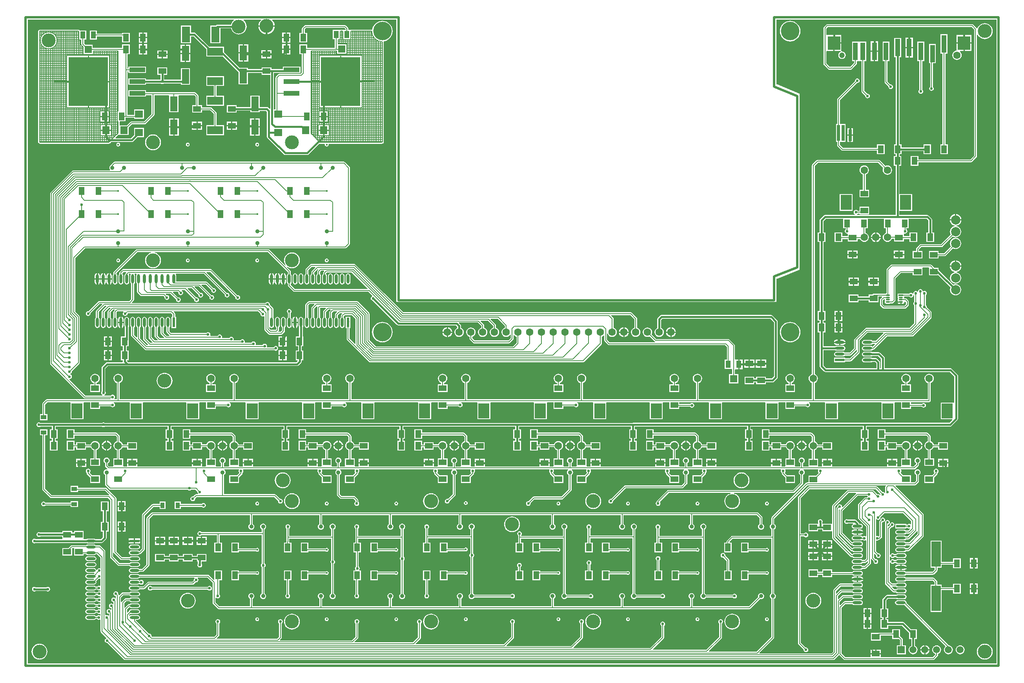
<source format=gbl>
%FSLAX25Y25*%
%MOIN*%
G70*
G01*
G75*
G04 Layer_Physical_Order=2*
G04 Layer_Color=16711680*
%ADD10C,0.01181*%
%ADD11C,0.00787*%
%ADD12C,0.01575*%
%ADD13C,0.01000*%
%ADD14C,0.01969*%
%ADD15C,0.03543*%
%ADD16C,0.01575*%
%ADD17C,0.11811*%
%ADD18C,0.15748*%
%ADD19C,0.06299*%
%ADD20C,0.04724*%
%ADD21R,0.09449X0.12598*%
%ADD22C,0.05906*%
%ADD23R,0.05906X0.05906*%
%ADD24C,0.07874*%
%ADD25C,0.02362*%
%ADD26C,0.03150*%
%ADD27C,0.05000*%
%ADD28R,0.06890X0.13386*%
%ADD29R,0.06693X0.04921*%
%ADD30R,0.04921X0.06693*%
%ADD31R,0.04803X0.03583*%
%ADD32R,0.03583X0.04803*%
%ADD33R,0.07874X0.02362*%
%ADD34O,0.07874X0.02362*%
%ADD35R,0.07874X0.21654*%
%ADD36R,0.02756X0.09843*%
%ADD37R,0.02559X0.13780*%
%ADD38R,0.04331X0.14921*%
%ADD39R,0.10630X0.11811*%
%ADD40R,0.03937X0.01181*%
%ADD41O,0.03937X0.01181*%
%ADD42R,0.06299X0.06299*%
%ADD43R,0.04331X0.06299*%
%ADD44O,0.02362X0.07874*%
%ADD45R,0.02362X0.07874*%
%ADD46R,0.13386X0.06890*%
%ADD47R,0.06575X0.06496*%
%ADD48R,0.06496X0.06575*%
%ADD49R,0.06299X0.12598*%
%ADD50R,0.33465X0.41732*%
%ADD51R,0.13386X0.03937*%
G36*
X824803Y1969D02*
X1969D01*
Y549213D01*
X176960D01*
X177139Y548713D01*
X176347Y548063D01*
X175511Y547044D01*
X174889Y545881D01*
X174595Y544913D01*
X162993D01*
X162992Y544913D01*
X162480Y544811D01*
X162378Y544791D01*
X161857Y544443D01*
X161699Y544285D01*
X161572Y544095D01*
X157106D01*
Y529134D01*
X165571D01*
Y541702D01*
X174595D01*
X174889Y540733D01*
X175511Y539571D01*
X176347Y538552D01*
X177366Y537715D01*
X178529Y537094D01*
X179790Y536711D01*
X181102Y536582D01*
X182414Y536711D01*
X183676Y537094D01*
X184839Y537715D01*
X185858Y538552D01*
X186694Y539571D01*
X187316Y540733D01*
X187698Y541995D01*
X187828Y543307D01*
X187698Y544619D01*
X187316Y545881D01*
X186694Y547044D01*
X185858Y548063D01*
X185066Y548713D01*
X185245Y549213D01*
X199813D01*
X199982Y548742D01*
X199818Y548607D01*
X198955Y547556D01*
X198314Y546356D01*
X197919Y545054D01*
X197835Y544201D01*
X211614D01*
X211530Y545054D01*
X211135Y546356D01*
X210494Y547556D01*
X209631Y548607D01*
X209467Y548742D01*
X209636Y549213D01*
X314961D01*
Y309055D01*
X637795D01*
Y328740D01*
X638471D01*
X657480Y336614D01*
Y486221D01*
X638471Y494095D01*
X637795Y494095D01*
Y549213D01*
X824803D01*
Y1969D01*
D02*
G37*
%LPC*%
G36*
X570866Y139401D02*
X570252Y139279D01*
X569731Y138931D01*
X569383Y138410D01*
X569261Y137795D01*
X569383Y137181D01*
X569731Y136660D01*
X570252Y136312D01*
X570866Y136190D01*
X571481Y136312D01*
X572002Y136660D01*
X572350Y137181D01*
X572472Y137795D01*
X572350Y138410D01*
X572002Y138931D01*
X571481Y139279D01*
X570866Y139401D01*
D02*
G37*
G36*
X511811D02*
X511197Y139279D01*
X510676Y138931D01*
X510328Y138410D01*
X510205Y137795D01*
X510328Y137181D01*
X510676Y136660D01*
X511197Y136312D01*
X511811Y136190D01*
X512426Y136312D01*
X512946Y136660D01*
X513294Y137181D01*
X513417Y137795D01*
X513294Y138410D01*
X512946Y138931D01*
X512426Y139279D01*
X511811Y139401D01*
D02*
G37*
G36*
X629921D02*
X629307Y139279D01*
X628786Y138931D01*
X628438Y138410D01*
X628316Y137795D01*
X628438Y137181D01*
X628786Y136660D01*
X629307Y136312D01*
X629921Y136190D01*
X630536Y136312D01*
X631057Y136660D01*
X631405Y137181D01*
X631527Y137795D01*
X631405Y138410D01*
X631057Y138931D01*
X630536Y139279D01*
X629921Y139401D01*
D02*
G37*
G36*
X44528Y139843D02*
X38150D01*
Y138468D01*
X17009D01*
X16774Y138821D01*
X16122Y139256D01*
X15354Y139409D01*
X14586Y139256D01*
X13935Y138821D01*
X13500Y138170D01*
X13347Y137402D01*
X13500Y136634D01*
X13935Y135982D01*
X14586Y135547D01*
X15354Y135395D01*
X16122Y135547D01*
X16774Y135982D01*
X16825Y136060D01*
X38150D01*
Y134685D01*
X44528D01*
Y139843D01*
D02*
G37*
G36*
X118976Y139410D02*
X113819D01*
Y137425D01*
X108268D01*
X108268Y137425D01*
X107807Y137333D01*
X107416Y137072D01*
X107416Y137072D01*
X99148Y128805D01*
X98887Y128414D01*
X98796Y127953D01*
X98796Y127953D01*
Y99318D01*
X96793Y97315D01*
X96695Y97325D01*
X96044Y97760D01*
X95276Y97913D01*
X89764D01*
X88996Y97760D01*
X88345Y97325D01*
X87910Y96674D01*
X87757Y95906D01*
X87910Y95138D01*
X88345Y94487D01*
X88996Y94051D01*
X89764Y93899D01*
X95276D01*
X96044Y94051D01*
X96695Y94487D01*
X96838Y94702D01*
X97087D01*
X97087Y94701D01*
X97548Y94793D01*
X97938Y95054D01*
X100852Y97968D01*
X101113Y98358D01*
X101204Y98819D01*
X101204Y98819D01*
Y127454D01*
X108767Y135016D01*
X113819D01*
Y133032D01*
X118976D01*
Y139410D01*
D02*
G37*
G36*
X374016Y139795D02*
X373401Y139672D01*
X372880Y139324D01*
X372532Y138803D01*
X372410Y138189D01*
X372532Y137575D01*
X372880Y137054D01*
X373401Y136706D01*
X374016Y136583D01*
X374630Y136706D01*
X375151Y137054D01*
X375499Y137575D01*
X375621Y138189D01*
X375499Y138803D01*
X375151Y139324D01*
X374630Y139672D01*
X374016Y139795D01*
D02*
G37*
G36*
X85055Y139780D02*
X82095D01*
Y135933D01*
X85055D01*
Y139780D01*
D02*
G37*
G36*
X81094D02*
X78134D01*
Y135933D01*
X81094D01*
Y139780D01*
D02*
G37*
G36*
X131851Y139410D02*
X126693D01*
Y133032D01*
X131851D01*
Y135016D01*
X149618D01*
X149762Y134801D01*
X150413Y134366D01*
X151181Y134214D01*
X151949Y134366D01*
X152600Y134801D01*
X153035Y135453D01*
X153188Y136221D01*
X153035Y136989D01*
X152600Y137640D01*
X151949Y138075D01*
X151181Y138228D01*
X150413Y138075D01*
X149762Y137640D01*
X149618Y137425D01*
X131851D01*
Y139410D01*
D02*
G37*
G36*
X196850Y139401D02*
X196236Y139279D01*
X195715Y138931D01*
X195367Y138410D01*
X195245Y137795D01*
X195367Y137181D01*
X195715Y136660D01*
X196236Y136312D01*
X196850Y136190D01*
X197465Y136312D01*
X197986Y136660D01*
X198334Y137181D01*
X198456Y137795D01*
X198334Y138410D01*
X197986Y138931D01*
X197465Y139279D01*
X196850Y139401D01*
D02*
G37*
G36*
X452756D02*
X452141Y139279D01*
X451620Y138931D01*
X451272Y138410D01*
X451150Y137795D01*
X451272Y137181D01*
X451620Y136660D01*
X452141Y136312D01*
X452756Y136190D01*
X453370Y136312D01*
X453891Y136660D01*
X454239Y137181D01*
X454362Y137795D01*
X454239Y138410D01*
X453891Y138931D01*
X453370Y139279D01*
X452756Y139401D01*
D02*
G37*
G36*
X314961D02*
X314346Y139279D01*
X313825Y138931D01*
X313477Y138410D01*
X313355Y137795D01*
X313477Y137181D01*
X313825Y136660D01*
X314346Y136312D01*
X314961Y136190D01*
X315575Y136312D01*
X316096Y136660D01*
X316444Y137181D01*
X316566Y137795D01*
X316444Y138410D01*
X316096Y138931D01*
X315575Y139279D01*
X314961Y139401D01*
D02*
G37*
G36*
X255906D02*
X255291Y139279D01*
X254770Y138931D01*
X254422Y138410D01*
X254300Y137795D01*
X254422Y137181D01*
X254770Y136660D01*
X255291Y136312D01*
X255906Y136190D01*
X256520Y136312D01*
X257041Y136660D01*
X257389Y137181D01*
X257511Y137795D01*
X257389Y138410D01*
X257041Y138931D01*
X256520Y139279D01*
X255906Y139401D01*
D02*
G37*
G36*
X41536Y191142D02*
X35039D01*
Y182874D01*
X41536D01*
Y185509D01*
X43110D01*
Y183465D01*
X51378D01*
Y185509D01*
X55415D01*
X55616Y185022D01*
X56247Y184200D01*
X57070Y183569D01*
X57851Y183245D01*
Y176181D01*
X54921D01*
Y169685D01*
X63189D01*
Y176181D01*
X60259D01*
Y183245D01*
X61041Y183569D01*
X61863Y184200D01*
X62494Y185022D01*
X62891Y185980D01*
X63026Y187008D01*
X62891Y188036D01*
X62494Y188994D01*
X61863Y189816D01*
X61041Y190447D01*
X60083Y190844D01*
X59055Y190979D01*
X58027Y190844D01*
X57070Y190447D01*
X56247Y189816D01*
X55616Y188994D01*
X55220Y188036D01*
X55204Y187917D01*
X51378D01*
Y189961D01*
X43110D01*
Y187917D01*
X41536D01*
Y191142D01*
D02*
G37*
G36*
X632087Y200984D02*
X625591D01*
Y192717D01*
X632087D01*
Y195646D01*
X666824D01*
X668087Y194383D01*
Y190771D01*
X667306Y190447D01*
X666483Y189816D01*
X665852Y188994D01*
X665456Y188036D01*
X665320Y187008D01*
X665456Y185980D01*
X665852Y185022D01*
X666483Y184200D01*
X667306Y183569D01*
X668087Y183245D01*
Y175788D01*
X665158D01*
Y169315D01*
X660653D01*
Y172020D01*
X660740Y172056D01*
X661274Y172466D01*
X661684Y173001D01*
X661942Y173624D01*
X662030Y174292D01*
X661942Y174960D01*
X661684Y175582D01*
X661274Y176117D01*
X660740Y176527D01*
X660117Y176785D01*
X659449Y176873D01*
X658781Y176785D01*
X658158Y176527D01*
X657624Y176117D01*
X657214Y175582D01*
X656956Y174960D01*
X656868Y174292D01*
X656956Y173624D01*
X657214Y173001D01*
X657624Y172466D01*
X658158Y172056D01*
X658245Y172020D01*
Y169315D01*
X654053D01*
X653740Y169685D01*
X653740Y169815D01*
Y176181D01*
X650811D01*
Y183246D01*
X651592Y183569D01*
X652414Y184200D01*
X653045Y185022D01*
X653442Y185980D01*
X653577Y187008D01*
X653442Y188036D01*
X653045Y188994D01*
X652414Y189816D01*
X651592Y190447D01*
X650634Y190844D01*
X649606Y190979D01*
X648579Y190844D01*
X647621Y190447D01*
X646798Y189816D01*
X646167Y188994D01*
X645844Y188212D01*
X641929D01*
Y189961D01*
X633662D01*
Y187917D01*
X632087D01*
Y191142D01*
X625591D01*
Y182874D01*
X632087D01*
Y185509D01*
X633662D01*
Y183465D01*
X641929D01*
Y185804D01*
X645844D01*
X646167Y185022D01*
X646798Y184200D01*
X647621Y183569D01*
X648402Y183245D01*
Y176181D01*
X645473D01*
Y169815D01*
X645473Y169685D01*
X645160Y169315D01*
X642142D01*
Y171843D01*
X633449D01*
Y169315D01*
X587024D01*
Y171843D01*
X578331D01*
Y169315D01*
X575312D01*
X575000Y169685D01*
X575000Y169815D01*
Y176181D01*
X572070D01*
Y183245D01*
X572852Y183569D01*
X573674Y184200D01*
X574305Y185022D01*
X574506Y185509D01*
X578544D01*
Y183465D01*
X586811D01*
Y189961D01*
X578544D01*
Y187917D01*
X574717D01*
X574702Y188036D01*
X574305Y188994D01*
X573674Y189816D01*
X572852Y190447D01*
X572070Y190771D01*
Y194882D01*
X571979Y195343D01*
X571718Y195734D01*
X569749Y197702D01*
X569358Y197963D01*
X568898Y198055D01*
X568898Y198055D01*
X533662D01*
Y200984D01*
X527166D01*
Y192717D01*
X533662D01*
Y195646D01*
X568399D01*
X569662Y194383D01*
Y190771D01*
X568881Y190447D01*
X568058Y189816D01*
X567427Y188994D01*
X567030Y188036D01*
X566895Y187008D01*
X567030Y185980D01*
X567427Y185022D01*
X568058Y184200D01*
X568881Y183569D01*
X569662Y183245D01*
Y176181D01*
X566732D01*
Y169815D01*
X566732Y169685D01*
X566420Y169315D01*
X562228D01*
Y172020D01*
X562314Y172056D01*
X562849Y172466D01*
X563259Y173001D01*
X563517Y173624D01*
X563605Y174292D01*
X563517Y174960D01*
X563259Y175582D01*
X562849Y176117D01*
X562314Y176527D01*
X561692Y176785D01*
X561024Y176873D01*
X560356Y176785D01*
X559733Y176527D01*
X559199Y176117D01*
X558788Y175582D01*
X558531Y174960D01*
X558443Y174292D01*
X558531Y173624D01*
X558788Y173001D01*
X559199Y172466D01*
X559733Y172056D01*
X559820Y172020D01*
Y169315D01*
X555627D01*
X555315Y169685D01*
X555315Y169815D01*
Y176181D01*
X552386D01*
Y183246D01*
X553167Y183569D01*
X553989Y184200D01*
X554620Y185022D01*
X555017Y185980D01*
X555152Y187008D01*
X555017Y188036D01*
X554620Y188994D01*
X553989Y189816D01*
X553167Y190447D01*
X552209Y190844D01*
X551181Y190979D01*
X550153Y190844D01*
X549196Y190447D01*
X548373Y189816D01*
X547742Y188994D01*
X547419Y188212D01*
X543504D01*
Y189961D01*
X535236D01*
Y187917D01*
X533662D01*
Y191142D01*
X527166D01*
Y182874D01*
X533662D01*
Y185509D01*
X535236D01*
Y183465D01*
X543504D01*
Y185804D01*
X547419D01*
X547742Y185022D01*
X548373Y184200D01*
X549196Y183569D01*
X549977Y183245D01*
Y176181D01*
X547048D01*
Y169815D01*
X547048Y169685D01*
X546735Y169315D01*
X543717D01*
Y171843D01*
X535024D01*
Y169315D01*
X488599D01*
Y171843D01*
X479906D01*
Y169315D01*
X476887D01*
X476575Y169685D01*
X476575Y169815D01*
Y176181D01*
X473645D01*
Y183245D01*
X474427Y183569D01*
X475249Y184200D01*
X475880Y185022D01*
X476081Y185509D01*
X480118D01*
Y183465D01*
X488386D01*
Y189961D01*
X480118D01*
Y187917D01*
X476292D01*
X476277Y188036D01*
X475880Y188994D01*
X475249Y189816D01*
X474427Y190447D01*
X473645Y190771D01*
Y194882D01*
X473554Y195343D01*
X473293Y195733D01*
X473293Y195733D01*
X471324Y197702D01*
X470933Y197963D01*
X470472Y198055D01*
X470472Y198055D01*
X435236D01*
Y200984D01*
X428740D01*
Y192717D01*
X435236D01*
Y195646D01*
X469974D01*
X471237Y194383D01*
Y190771D01*
X470456Y190447D01*
X469633Y189816D01*
X469002Y188994D01*
X468606Y188036D01*
X468470Y187008D01*
X468606Y185980D01*
X469002Y185022D01*
X469633Y184200D01*
X470456Y183569D01*
X471237Y183245D01*
Y176181D01*
X468307D01*
Y169815D01*
X468307Y169685D01*
X467995Y169315D01*
X463803D01*
Y172020D01*
X463889Y172056D01*
X464424Y172466D01*
X464834Y173001D01*
X465092Y173624D01*
X465180Y174292D01*
X465092Y174960D01*
X464834Y175582D01*
X464424Y176117D01*
X463889Y176527D01*
X463267Y176785D01*
X462599Y176873D01*
X461931Y176785D01*
X461308Y176527D01*
X460773Y176117D01*
X460363Y175582D01*
X460105Y174960D01*
X460017Y174292D01*
X460105Y173624D01*
X460363Y173001D01*
X460773Y172466D01*
X461308Y172056D01*
X461394Y172020D01*
Y169315D01*
X457202D01*
X456890Y169685D01*
X456890Y169815D01*
Y176181D01*
X453960D01*
Y183246D01*
X454741Y183569D01*
X455564Y184200D01*
X456195Y185022D01*
X456592Y185980D01*
X456727Y187008D01*
X456592Y188036D01*
X456195Y188994D01*
X455564Y189816D01*
X454741Y190447D01*
X453784Y190844D01*
X452756Y190979D01*
X451728Y190844D01*
X450770Y190447D01*
X449948Y189816D01*
X449317Y188994D01*
X448993Y188212D01*
X445079D01*
Y189961D01*
X436811D01*
Y187917D01*
X435236D01*
Y191142D01*
X428740D01*
Y182874D01*
X435236D01*
Y185509D01*
X436811D01*
Y183465D01*
X445079D01*
Y185804D01*
X448993D01*
X449317Y185022D01*
X449948Y184200D01*
X450770Y183569D01*
X451552Y183245D01*
Y176181D01*
X448622D01*
Y169815D01*
X448622Y169685D01*
X448310Y169315D01*
X445291D01*
Y171843D01*
X436598D01*
Y169315D01*
X390173D01*
Y171843D01*
X381481D01*
Y169315D01*
X378462D01*
X378150Y169685D01*
X378150Y169815D01*
Y176181D01*
X375220D01*
Y183245D01*
X376001Y183569D01*
X376824Y184200D01*
X377455Y185022D01*
X377656Y185509D01*
X381693D01*
Y183465D01*
X389961D01*
Y189961D01*
X381693D01*
Y187917D01*
X377867D01*
X377852Y188036D01*
X377455Y188994D01*
X376824Y189816D01*
X376001Y190447D01*
X375220Y190771D01*
Y194882D01*
X375129Y195343D01*
X374868Y195733D01*
X374867Y195733D01*
X372899Y197702D01*
X372508Y197963D01*
X372047Y198055D01*
X372047Y198055D01*
X336811D01*
Y200984D01*
X330315D01*
Y192717D01*
X336811D01*
Y195646D01*
X371549D01*
X372812Y194383D01*
Y190771D01*
X372030Y190447D01*
X371208Y189816D01*
X370577Y188994D01*
X370180Y188036D01*
X370045Y187008D01*
X370180Y185980D01*
X370577Y185022D01*
X371208Y184200D01*
X372030Y183569D01*
X372812Y183245D01*
Y176181D01*
X369882D01*
Y169815D01*
X369882Y169685D01*
X369569Y169315D01*
X365378D01*
Y172020D01*
X365464Y172056D01*
X365998Y172466D01*
X366409Y173001D01*
X366667Y173624D01*
X366754Y174292D01*
X366667Y174960D01*
X366409Y175582D01*
X365998Y176117D01*
X365464Y176527D01*
X364841Y176785D01*
X364173Y176873D01*
X363505Y176785D01*
X362883Y176527D01*
X362348Y176117D01*
X361938Y175582D01*
X361680Y174960D01*
X361592Y174292D01*
X361680Y173624D01*
X361938Y173001D01*
X362348Y172466D01*
X362883Y172056D01*
X362969Y172020D01*
Y169315D01*
X358777D01*
X358465Y169685D01*
X358465Y169815D01*
Y176181D01*
X355535D01*
Y183246D01*
X356316Y183569D01*
X357139Y184200D01*
X357770Y185022D01*
X358166Y185980D01*
X358302Y187008D01*
X358166Y188036D01*
X357770Y188994D01*
X357139Y189816D01*
X356316Y190447D01*
X355359Y190844D01*
X354331Y190979D01*
X353303Y190844D01*
X352345Y190447D01*
X351523Y189816D01*
X350892Y188994D01*
X350568Y188212D01*
X346654D01*
Y189961D01*
X338386D01*
Y187917D01*
X336811D01*
Y191142D01*
X330315D01*
Y182874D01*
X336811D01*
Y185509D01*
X338386D01*
Y183465D01*
X346654D01*
Y185804D01*
X350568D01*
X350892Y185022D01*
X351523Y184200D01*
X352345Y183569D01*
X353127Y183245D01*
Y176181D01*
X350197D01*
Y169815D01*
X350197Y169685D01*
X349885Y169315D01*
X346866D01*
Y171843D01*
X338173D01*
Y169315D01*
X291748D01*
Y171843D01*
X283055D01*
Y169315D01*
X280037D01*
X279725Y169685D01*
X279725Y169815D01*
Y176181D01*
X276795D01*
Y183245D01*
X277576Y183569D01*
X278399Y184200D01*
X279030Y185022D01*
X279231Y185509D01*
X283268D01*
Y183465D01*
X291536D01*
Y189961D01*
X283268D01*
Y187917D01*
X279442D01*
X279426Y188036D01*
X279030Y188994D01*
X278399Y189816D01*
X277576Y190447D01*
X276795Y190771D01*
Y194882D01*
X276795Y194882D01*
X276703Y195343D01*
X276442Y195733D01*
X274474Y197702D01*
X274083Y197963D01*
X273622Y198055D01*
X273622Y198055D01*
X238386D01*
Y200984D01*
X231890D01*
Y192717D01*
X238386D01*
Y195646D01*
X273123D01*
X274387Y194383D01*
Y190771D01*
X273605Y190447D01*
X272783Y189816D01*
X272152Y188994D01*
X271755Y188036D01*
X271620Y187008D01*
X271755Y185980D01*
X272152Y185022D01*
X272783Y184200D01*
X273605Y183569D01*
X274387Y183245D01*
Y176181D01*
X271457D01*
Y169815D01*
X271457Y169685D01*
X271145Y169315D01*
X266952D01*
Y172020D01*
X267039Y172056D01*
X267573Y172466D01*
X267983Y173001D01*
X268241Y173624D01*
X268329Y174292D01*
X268241Y174960D01*
X267983Y175582D01*
X267573Y176117D01*
X267039Y176527D01*
X266416Y176785D01*
X265748Y176873D01*
X265080Y176785D01*
X264458Y176527D01*
X263923Y176117D01*
X263513Y175582D01*
X263255Y174960D01*
X263167Y174292D01*
X263255Y173624D01*
X263513Y173001D01*
X263923Y172466D01*
X264458Y172056D01*
X264544Y172020D01*
Y169315D01*
X260352D01*
X260040Y169685D01*
X260040Y169815D01*
Y176181D01*
X257110D01*
Y183246D01*
X257891Y183569D01*
X258713Y184200D01*
X259345Y185022D01*
X259741Y185980D01*
X259876Y187008D01*
X259741Y188036D01*
X259345Y188994D01*
X258713Y189816D01*
X257891Y190447D01*
X256933Y190844D01*
X255906Y190979D01*
X254878Y190844D01*
X253920Y190447D01*
X253098Y189816D01*
X252467Y188994D01*
X252143Y188212D01*
X248228D01*
Y189961D01*
X239961D01*
Y187917D01*
X238386D01*
Y191142D01*
X231890D01*
Y182874D01*
X238386D01*
Y185509D01*
X239961D01*
Y183465D01*
X248228D01*
Y185804D01*
X252143D01*
X252467Y185022D01*
X253098Y184200D01*
X253920Y183569D01*
X254701Y183245D01*
Y176181D01*
X251772D01*
Y169815D01*
X251772Y169685D01*
X251460Y169315D01*
X248441D01*
Y171843D01*
X239748D01*
Y169315D01*
X193323D01*
Y171843D01*
X184630D01*
Y169315D01*
X181612D01*
X181299Y169685D01*
X181299Y169815D01*
Y176181D01*
X178370D01*
Y183245D01*
X179151Y183569D01*
X179973Y184200D01*
X180605Y185022D01*
X180806Y185509D01*
X184843D01*
Y183465D01*
X193110D01*
Y189961D01*
X184843D01*
Y187917D01*
X181017D01*
X181001Y188036D01*
X180605Y188994D01*
X179973Y189816D01*
X179151Y190447D01*
X178370Y190771D01*
Y194882D01*
X178370Y194882D01*
X178278Y195343D01*
X178017Y195733D01*
X176048Y197702D01*
X175658Y197963D01*
X175197Y198055D01*
X175197Y198055D01*
X139961D01*
Y200984D01*
X133465D01*
Y192717D01*
X139961D01*
Y195646D01*
X174698D01*
X175961Y194383D01*
Y190771D01*
X175180Y190447D01*
X174358Y189816D01*
X173727Y188994D01*
X173330Y188036D01*
X173195Y187008D01*
X173330Y185980D01*
X173727Y185022D01*
X174358Y184200D01*
X175180Y183569D01*
X175961Y183245D01*
Y176181D01*
X173032D01*
Y169815D01*
X173032Y169685D01*
X172720Y169315D01*
X168527D01*
Y172020D01*
X168614Y172056D01*
X169148Y172466D01*
X169558Y173001D01*
X169816Y173624D01*
X169904Y174292D01*
X169816Y174960D01*
X169558Y175582D01*
X169148Y176117D01*
X168614Y176527D01*
X167991Y176785D01*
X167323Y176873D01*
X166655Y176785D01*
X166032Y176527D01*
X165498Y176117D01*
X165088Y175582D01*
X164830Y174960D01*
X164742Y174292D01*
X164830Y173624D01*
X165088Y173001D01*
X165498Y172466D01*
X166032Y172056D01*
X166119Y172020D01*
Y169315D01*
X161926D01*
X161614Y169685D01*
X161614Y169815D01*
Y176181D01*
X158685D01*
Y183246D01*
X159466Y183569D01*
X160288Y184200D01*
X160919Y185022D01*
X161316Y185980D01*
X161451Y187008D01*
X161316Y188036D01*
X160919Y188994D01*
X160288Y189816D01*
X159466Y190447D01*
X158508Y190844D01*
X157480Y190979D01*
X156453Y190844D01*
X155495Y190447D01*
X154672Y189816D01*
X154041Y188994D01*
X153718Y188212D01*
X149803D01*
Y189961D01*
X141535D01*
Y187917D01*
X139961D01*
Y191142D01*
X133465D01*
Y182874D01*
X139961D01*
Y185509D01*
X141535D01*
Y183465D01*
X149803D01*
Y185804D01*
X153718D01*
X154041Y185022D01*
X154672Y184200D01*
X155495Y183569D01*
X156276Y183245D01*
Y176181D01*
X153347D01*
Y169815D01*
X153347Y169685D01*
X153035Y169315D01*
X150016D01*
Y171843D01*
X141323D01*
Y169315D01*
X94898D01*
Y171843D01*
X86205D01*
Y169315D01*
X83187D01*
X82874Y169685D01*
X82874Y169815D01*
Y176181D01*
X79945D01*
Y183245D01*
X80726Y183569D01*
X81548Y184200D01*
X82179Y185022D01*
X82381Y185509D01*
X86418D01*
Y183465D01*
X94685D01*
Y189961D01*
X86418D01*
Y187917D01*
X82592D01*
X82576Y188036D01*
X82179Y188994D01*
X81548Y189816D01*
X80726Y190447D01*
X79945Y190771D01*
Y194882D01*
X79853Y195343D01*
X79592Y195733D01*
X79592Y195733D01*
X77623Y197702D01*
X77233Y197963D01*
X76772Y198055D01*
X76772Y198055D01*
X41536D01*
Y200984D01*
X35039D01*
Y192717D01*
X41536D01*
Y195646D01*
X76273D01*
X77536Y194383D01*
Y190771D01*
X76755Y190447D01*
X75932Y189816D01*
X75301Y188994D01*
X74905Y188036D01*
X74769Y187008D01*
X74905Y185980D01*
X75301Y185022D01*
X75932Y184200D01*
X76755Y183569D01*
X77536Y183245D01*
Y176181D01*
X74607D01*
Y169815D01*
X74607Y169685D01*
X74294Y169315D01*
X70971D01*
X70102Y170184D01*
Y172020D01*
X70188Y172056D01*
X70723Y172466D01*
X71133Y173001D01*
X71391Y173624D01*
X71479Y174292D01*
X71391Y174960D01*
X71133Y175582D01*
X70723Y176117D01*
X70188Y176527D01*
X69566Y176785D01*
X68898Y176873D01*
X68230Y176785D01*
X67607Y176527D01*
X67073Y176117D01*
X66662Y175582D01*
X66404Y174960D01*
X66317Y174292D01*
X66404Y173624D01*
X66662Y173001D01*
X67073Y172466D01*
X67607Y172056D01*
X67694Y172020D01*
Y169685D01*
X67694Y169685D01*
X67785Y169224D01*
X68046Y168834D01*
X69595Y167285D01*
X69590Y167229D01*
X69297Y166820D01*
X68898Y166873D01*
X68230Y166785D01*
X67607Y166527D01*
X67073Y166117D01*
X66662Y165582D01*
X66404Y164960D01*
X66317Y164292D01*
X66404Y163623D01*
X66662Y163001D01*
X67073Y162466D01*
X67607Y162056D01*
X67694Y162021D01*
Y153937D01*
X67694Y153937D01*
X67785Y153476D01*
X68046Y153086D01*
X71196Y149936D01*
X71196Y149936D01*
X71587Y149675D01*
X72047Y149583D01*
X72047Y149583D01*
X137807D01*
X137951Y149368D01*
X138602Y148933D01*
X139370Y148781D01*
X140138Y148933D01*
X140789Y149368D01*
X140933Y149583D01*
X144383D01*
X146075Y147892D01*
X146025Y147638D01*
X146177Y146870D01*
X146612Y146219D01*
X146651Y146193D01*
X146500Y145693D01*
X144882D01*
X144421Y145601D01*
X144265Y145496D01*
X144030Y145340D01*
X144030Y145340D01*
X142380Y143689D01*
X142126Y143739D01*
X141358Y143587D01*
X140707Y143152D01*
X140272Y142500D01*
X140119Y141733D01*
X140272Y140964D01*
X140707Y140313D01*
X141358Y139878D01*
X142126Y139725D01*
X142894Y139878D01*
X143545Y140313D01*
X143980Y140964D01*
X144133Y141733D01*
X144083Y141986D01*
X145381Y143284D01*
X167323D01*
X167323Y143284D01*
X167323Y143284D01*
X211312D01*
X214579Y140017D01*
X214528Y139764D01*
X214681Y138996D01*
X215116Y138345D01*
X215767Y137909D01*
X216535Y137757D01*
X217303Y137909D01*
X217955Y138345D01*
X218390Y138996D01*
X218543Y139764D01*
X218390Y140532D01*
X217955Y141183D01*
X217303Y141618D01*
X216535Y141771D01*
X216282Y141720D01*
X212662Y145340D01*
X212272Y145601D01*
X211811Y145693D01*
X211811Y145693D01*
X168527D01*
Y162021D01*
X168614Y162056D01*
X169148Y162466D01*
X169558Y163001D01*
X169816Y163623D01*
X169904Y164292D01*
X169816Y164960D01*
X169558Y165582D01*
X169148Y166117D01*
X168771Y166406D01*
X168940Y166906D01*
X181139D01*
X181406Y166406D01*
X181217Y166123D01*
X181064Y165355D01*
X181217Y164586D01*
X181652Y163935D01*
X181676Y163694D01*
X179793Y161811D01*
X173032D01*
Y155315D01*
X181299D01*
Y159911D01*
X183923Y162534D01*
X184184Y162925D01*
X184275Y163386D01*
X184275Y163386D01*
Y163792D01*
X184490Y163935D01*
X184925Y164586D01*
X185078Y165355D01*
X184925Y166123D01*
X184736Y166406D01*
X185003Y166906D01*
X248068D01*
X248335Y166406D01*
X248146Y166123D01*
X247993Y165355D01*
X248146Y164586D01*
X248581Y163935D01*
X248796Y163792D01*
Y163386D01*
X248796Y163386D01*
X248888Y162925D01*
X249149Y162534D01*
X251772Y159911D01*
Y155315D01*
X260040D01*
Y161811D01*
X253278D01*
X251396Y163694D01*
X251419Y163935D01*
X251854Y164586D01*
X252007Y165355D01*
X251854Y166123D01*
X251665Y166406D01*
X251932Y166906D01*
X264130D01*
X264300Y166406D01*
X263923Y166117D01*
X263513Y165582D01*
X263255Y164960D01*
X263167Y164292D01*
X263255Y163623D01*
X263513Y163001D01*
X263923Y162466D01*
X264458Y162056D01*
X264544Y162021D01*
Y145276D01*
X264544Y145276D01*
X264636Y144815D01*
X264897Y144424D01*
X267259Y142062D01*
X267649Y141801D01*
X268110Y141709D01*
X268110Y141709D01*
X278635D01*
X280292Y140052D01*
Y139326D01*
X279978Y139116D01*
X279543Y138465D01*
X279391Y137697D01*
X279543Y136929D01*
X279978Y136278D01*
X280630Y135843D01*
X281398Y135690D01*
X282166Y135843D01*
X282817Y136278D01*
X283252Y136929D01*
X283405Y137697D01*
X283252Y138465D01*
X282817Y139116D01*
X282700Y139194D01*
Y140551D01*
X282700Y140551D01*
X282700Y140551D01*
Y140551D01*
X282683Y140640D01*
X282609Y141012D01*
X282609Y141012D01*
X282609Y141012D01*
X282412Y141306D01*
X282348Y141403D01*
X282348Y141403D01*
X282348Y141403D01*
X282348Y141403D01*
X279986Y143765D01*
X279986Y143765D01*
X279986Y143765D01*
X279776Y143905D01*
X279595Y144026D01*
X279595Y144026D01*
X279595Y144026D01*
X279471Y144051D01*
X279134Y144118D01*
X279134Y144118D01*
X268609D01*
X266952Y145775D01*
Y162021D01*
X267039Y162056D01*
X267573Y162466D01*
X267983Y163001D01*
X268241Y163623D01*
X268329Y164292D01*
X268241Y164960D01*
X267983Y165582D01*
X267573Y166117D01*
X267196Y166406D01*
X267366Y166906D01*
X279564D01*
X279831Y166406D01*
X279642Y166123D01*
X279489Y165355D01*
X279642Y164586D01*
X280077Y163935D01*
X280101Y163694D01*
X278218Y161811D01*
X271457D01*
Y155315D01*
X279725D01*
Y159911D01*
X282348Y162534D01*
X282609Y162925D01*
X282700Y163386D01*
X282700Y163386D01*
Y163792D01*
X282915Y163935D01*
X283350Y164586D01*
X283503Y165355D01*
X283350Y166123D01*
X283161Y166406D01*
X283428Y166906D01*
X346493D01*
X346760Y166406D01*
X346571Y166123D01*
X346418Y165355D01*
X346571Y164586D01*
X347006Y163935D01*
X347221Y163792D01*
Y163386D01*
X347221Y163386D01*
X347313Y162925D01*
X347574Y162534D01*
X350197Y159911D01*
Y155315D01*
X358465D01*
Y161811D01*
X351703D01*
X349821Y163694D01*
X349845Y163935D01*
X350280Y164586D01*
X350432Y165355D01*
X350280Y166123D01*
X350090Y166406D01*
X350358Y166906D01*
X362556D01*
X362725Y166406D01*
X362348Y166117D01*
X361938Y165582D01*
X361680Y164960D01*
X361592Y164292D01*
X361680Y163623D01*
X361938Y163001D01*
X362348Y162466D01*
X362883Y162056D01*
X362969Y162021D01*
Y145774D01*
X358850Y141655D01*
X358268Y141771D01*
X357500Y141618D01*
X356849Y141183D01*
X356413Y140532D01*
X356261Y139764D01*
X356413Y138996D01*
X356849Y138345D01*
X357500Y137909D01*
X358268Y137757D01*
X359036Y137909D01*
X359687Y138345D01*
X360122Y138996D01*
X360252Y139652D01*
X365025Y144424D01*
X365025Y144424D01*
X365181Y144658D01*
X365286Y144815D01*
X365378Y145276D01*
Y162021D01*
X365464Y162056D01*
X365998Y162466D01*
X366409Y163001D01*
X366667Y163623D01*
X366754Y164292D01*
X366667Y164960D01*
X366409Y165582D01*
X365998Y166117D01*
X365621Y166406D01*
X365791Y166906D01*
X377989D01*
X378256Y166406D01*
X378067Y166123D01*
X377914Y165355D01*
X378067Y164586D01*
X378502Y163935D01*
X378526Y163694D01*
X376643Y161811D01*
X369882D01*
Y155315D01*
X378150D01*
Y159911D01*
X380773Y162534D01*
X381034Y162925D01*
X381126Y163386D01*
X381126Y163386D01*
Y163792D01*
X381341Y163935D01*
X381776Y164586D01*
X381928Y165355D01*
X381776Y166123D01*
X381586Y166406D01*
X381854Y166906D01*
X444918D01*
X445186Y166406D01*
X444996Y166123D01*
X444843Y165355D01*
X444996Y164586D01*
X445431Y163935D01*
X445646Y163792D01*
Y163386D01*
X445646Y163386D01*
X445738Y162925D01*
X445999Y162534D01*
X448622Y159911D01*
Y155315D01*
X456890D01*
Y161811D01*
X450128D01*
X448246Y163694D01*
X448270Y163935D01*
X448705Y164586D01*
X448858Y165355D01*
X448705Y166123D01*
X448515Y166406D01*
X448783Y166906D01*
X460981D01*
X461151Y166406D01*
X460773Y166117D01*
X460363Y165582D01*
X460105Y164960D01*
X460017Y164292D01*
X460105Y163623D01*
X460363Y163001D01*
X460773Y162466D01*
X461308Y162056D01*
X461394Y162021D01*
Y149712D01*
X455407Y143724D01*
X431890D01*
X431429Y143632D01*
X431272Y143528D01*
X431038Y143371D01*
X431038Y143371D01*
X427419Y139752D01*
X427165Y139802D01*
X426397Y139650D01*
X425746Y139215D01*
X425311Y138563D01*
X425158Y137795D01*
X425311Y137027D01*
X425746Y136376D01*
X426397Y135941D01*
X427165Y135788D01*
X427933Y135941D01*
X428585Y136376D01*
X429020Y137027D01*
X429172Y137795D01*
X429122Y138049D01*
X432389Y141315D01*
X455905D01*
X455905Y141315D01*
X456366Y141407D01*
X456757Y141668D01*
X463450Y148361D01*
X463450Y148361D01*
X463711Y148752D01*
X463803Y149213D01*
X463803Y149213D01*
Y162021D01*
X463889Y162056D01*
X464424Y162466D01*
X464834Y163001D01*
X465092Y163623D01*
X465180Y164292D01*
X465092Y164960D01*
X464834Y165582D01*
X464424Y166117D01*
X464046Y166406D01*
X464216Y166906D01*
X476414D01*
X476682Y166406D01*
X476492Y166123D01*
X476339Y165355D01*
X476492Y164586D01*
X476927Y163935D01*
X476951Y163694D01*
X475069Y161811D01*
X468307D01*
Y155315D01*
X476575D01*
Y159911D01*
X479198Y162534D01*
X479459Y162925D01*
X479551Y163386D01*
X479551Y163386D01*
Y163792D01*
X479766Y163935D01*
X480201Y164586D01*
X480354Y165355D01*
X480201Y166123D01*
X480011Y166406D01*
X480279Y166906D01*
X543344D01*
X543611Y166406D01*
X543421Y166123D01*
X543269Y165355D01*
X543421Y164586D01*
X543856Y163935D01*
X544071Y163792D01*
Y163386D01*
X544071Y163386D01*
X544163Y162925D01*
X544424Y162534D01*
X547048Y159911D01*
Y155315D01*
X555315D01*
Y161811D01*
X548554D01*
X546671Y163694D01*
X546695Y163935D01*
X547130Y164586D01*
X547283Y165355D01*
X547130Y166123D01*
X546941Y166406D01*
X547208Y166906D01*
X559406D01*
X559576Y166406D01*
X559199Y166117D01*
X558788Y165582D01*
X558531Y164960D01*
X558443Y164292D01*
X558531Y163623D01*
X558788Y163001D01*
X559199Y162466D01*
X559733Y162056D01*
X559820Y162020D01*
Y155617D01*
X557375Y153173D01*
X509449D01*
X508988Y153081D01*
X508597Y152820D01*
X497498Y141720D01*
X497244Y141771D01*
X496476Y141618D01*
X495825Y141183D01*
X495390Y140532D01*
X495237Y139764D01*
X495390Y138996D01*
X495825Y138345D01*
X496476Y137909D01*
X497244Y137757D01*
X498012Y137909D01*
X498663Y138345D01*
X499098Y138996D01*
X499251Y139764D01*
X499201Y140017D01*
X509948Y150764D01*
X557874D01*
X557874Y150764D01*
X558335Y150856D01*
X558725Y151117D01*
X561875Y154267D01*
X562136Y154658D01*
X562228Y155118D01*
Y162021D01*
X562314Y162056D01*
X562849Y162466D01*
X563259Y163001D01*
X563517Y163623D01*
X563605Y164292D01*
X563517Y164960D01*
X563259Y165582D01*
X562849Y166117D01*
X562472Y166406D01*
X562641Y166906D01*
X574840D01*
X575107Y166406D01*
X574917Y166123D01*
X574765Y165355D01*
X574917Y164586D01*
X575352Y163935D01*
X575376Y163694D01*
X573494Y161811D01*
X566732D01*
Y155315D01*
X575000D01*
Y159911D01*
X577623Y162534D01*
X577884Y162925D01*
X577976Y163386D01*
X577976Y163386D01*
Y163792D01*
X578191Y163935D01*
X578626Y164586D01*
X578779Y165355D01*
X578626Y166123D01*
X578437Y166406D01*
X578704Y166906D01*
X641769D01*
X642036Y166406D01*
X641847Y166123D01*
X641694Y165355D01*
X641847Y164586D01*
X642282Y163935D01*
X642497Y163792D01*
Y163386D01*
X642497Y163386D01*
X642588Y162925D01*
X642849Y162534D01*
X645473Y159911D01*
Y155315D01*
X653740D01*
Y161811D01*
X646979D01*
X645096Y163694D01*
X645120Y163935D01*
X645555Y164586D01*
X645708Y165355D01*
X645555Y166123D01*
X645366Y166406D01*
X645633Y166906D01*
X657831D01*
X658001Y166406D01*
X657624Y166117D01*
X657214Y165582D01*
X656956Y164960D01*
X656868Y164292D01*
X656956Y163623D01*
X657214Y163001D01*
X657624Y162466D01*
X658158Y162056D01*
X658245Y162020D01*
Y155617D01*
X651863Y149236D01*
X546062D01*
X546062Y149236D01*
X545787Y149181D01*
X545602Y149144D01*
X545602Y149144D01*
X545602D01*
X545444Y149039D01*
X545211Y148883D01*
X545211Y148883D01*
X545211Y148883D01*
X536550Y140222D01*
X536394Y139989D01*
X536289Y139831D01*
Y139831D01*
X536289Y139831D01*
X536198Y139370D01*
X536198Y139370D01*
Y139358D01*
X535983Y139215D01*
X535547Y138564D01*
X535395Y137795D01*
X535547Y137027D01*
X535983Y136376D01*
X536634Y135941D01*
X537402Y135788D01*
X538170Y135941D01*
X538821Y136376D01*
X539256Y137027D01*
X539409Y137795D01*
X539256Y138564D01*
X538872Y139138D01*
X546561Y146827D01*
X598900D01*
X598974Y146327D01*
X597820Y145977D01*
X596657Y145356D01*
X595638Y144519D01*
X594802Y143500D01*
X594180Y142337D01*
X593798Y141076D01*
X593668Y139764D01*
X593798Y138452D01*
X594180Y137190D01*
X594802Y136027D01*
X595638Y135008D01*
X596657Y134172D01*
X597820Y133550D01*
X599082Y133168D01*
X600394Y133038D01*
X601706Y133168D01*
X602967Y133550D01*
X604130Y134172D01*
X605149Y135008D01*
X605986Y136027D01*
X606607Y137190D01*
X606990Y138452D01*
X607119Y139764D01*
X606990Y141076D01*
X606607Y142337D01*
X605986Y143500D01*
X605149Y144519D01*
X604130Y145356D01*
X602967Y145977D01*
X601813Y146327D01*
X601887Y146827D01*
X652362D01*
X652362Y146827D01*
X652823Y146919D01*
X653214Y147180D01*
X660300Y154267D01*
X660562Y154658D01*
X660653Y155118D01*
X660653Y155119D01*
Y162021D01*
X660740Y162056D01*
X661274Y162466D01*
X661684Y163001D01*
X661942Y163623D01*
X662030Y164292D01*
X661942Y164960D01*
X661684Y165582D01*
X661274Y166117D01*
X660897Y166406D01*
X661066Y166906D01*
X673265D01*
X673532Y166406D01*
X673343Y166123D01*
X673190Y165355D01*
X673343Y164586D01*
X673778Y163935D01*
X673802Y163694D01*
X671525Y161418D01*
X665158D01*
Y155732D01*
X663977D01*
X663977Y155732D01*
X663516Y155640D01*
X663125Y155379D01*
X634070Y126324D01*
X633809Y125934D01*
X633717Y125473D01*
X633717Y125473D01*
Y120381D01*
X633631Y120346D01*
X633096Y119936D01*
X632686Y119401D01*
X632428Y118779D01*
X632340Y118110D01*
X632428Y117442D01*
X632686Y116820D01*
X633096Y116285D01*
X633631Y115875D01*
X633717Y115839D01*
Y110260D01*
X600394D01*
X600394D01*
X600394D01*
X600119Y110205D01*
X599933Y110168D01*
X599933Y110168D01*
X599933D01*
X599786Y110070D01*
X599542Y109907D01*
X599542Y109907D01*
X595901Y106265D01*
X595901Y106265D01*
X595640Y105874D01*
Y105874D01*
X595640Y105874D01*
X595548Y105414D01*
X595548Y105413D01*
Y104528D01*
X593504D01*
Y96260D01*
X600000D01*
Y104528D01*
X598229D01*
X598069Y105028D01*
X600893Y107851D01*
X633717D01*
Y61326D01*
X633631Y61291D01*
X633096Y60880D01*
X632686Y60346D01*
X632428Y59723D01*
X632340Y59055D01*
X632428Y58387D01*
X632686Y57765D01*
X633096Y57230D01*
X633631Y56820D01*
X633717Y56784D01*
Y24397D01*
X621155Y11834D01*
X580726D01*
X580535Y12296D01*
X591403Y23164D01*
X591403Y23164D01*
X591664Y23555D01*
X591755Y24016D01*
Y35839D01*
X591970Y35982D01*
X592406Y36634D01*
X592558Y37402D01*
X592406Y38170D01*
X591970Y38821D01*
X591319Y39256D01*
X590551Y39409D01*
X589783Y39256D01*
X589132Y38821D01*
X588697Y38170D01*
X588544Y37402D01*
X588697Y36634D01*
X589132Y35982D01*
X589347Y35839D01*
Y24514D01*
X578241Y13409D01*
X533088D01*
X532897Y13871D01*
X542190Y23164D01*
X542190Y23164D01*
X542347Y23399D01*
X542451Y23555D01*
X542543Y24016D01*
Y33871D01*
X542758Y34014D01*
X543193Y34665D01*
X543346Y35433D01*
X543193Y36201D01*
X542758Y36853D01*
X542107Y37288D01*
X541339Y37440D01*
X540570Y37288D01*
X539919Y36853D01*
X539484Y36201D01*
X539331Y35433D01*
X539484Y34665D01*
X539919Y34014D01*
X540134Y33871D01*
Y24515D01*
X530604Y14984D01*
X465765D01*
X465574Y15446D01*
X473292Y23164D01*
X473292Y23164D01*
X473449Y23398D01*
X473554Y23555D01*
X473645Y24016D01*
Y35839D01*
X473860Y35982D01*
X474295Y36634D01*
X474448Y37402D01*
X474295Y38170D01*
X473860Y38821D01*
X473209Y39256D01*
X472441Y39409D01*
X471673Y39256D01*
X471022Y38821D01*
X470587Y38170D01*
X470434Y37402D01*
X470587Y36634D01*
X471022Y35982D01*
X471237Y35839D01*
Y24514D01*
X463281Y16559D01*
X408679D01*
X408487Y17021D01*
X414631Y23164D01*
X414892Y23555D01*
X414984Y24016D01*
Y35839D01*
X415199Y35982D01*
X415634Y36634D01*
X415787Y37402D01*
X415634Y38170D01*
X415199Y38821D01*
X414548Y39256D01*
X413779Y39409D01*
X413012Y39256D01*
X412360Y38821D01*
X411925Y38170D01*
X411772Y37402D01*
X411925Y36634D01*
X412360Y35982D01*
X412575Y35839D01*
Y24515D01*
X406194Y18134D01*
X331514D01*
X331322Y18596D01*
X335497Y22771D01*
X335497Y22771D01*
X335758Y23161D01*
X335850Y23622D01*
Y35839D01*
X336065Y35982D01*
X336500Y36634D01*
X336653Y37402D01*
X336500Y38170D01*
X336065Y38821D01*
X335414Y39256D01*
X334646Y39409D01*
X333878Y39256D01*
X333226Y38821D01*
X332791Y38170D01*
X332639Y37402D01*
X332791Y36634D01*
X333226Y35982D01*
X333441Y35839D01*
Y24121D01*
X329029Y19708D01*
X279545D01*
X279354Y20170D01*
X282348Y23164D01*
X282348Y23164D01*
X282504Y23398D01*
X282609Y23555D01*
X282700Y24016D01*
Y35839D01*
X282915Y35982D01*
X283350Y36634D01*
X283503Y37402D01*
X283350Y38170D01*
X282915Y38821D01*
X282264Y39256D01*
X281496Y39409D01*
X280728Y39256D01*
X280077Y38821D01*
X279642Y38170D01*
X279489Y37402D01*
X279642Y36634D01*
X280077Y35982D01*
X280292Y35839D01*
Y24515D01*
X277060Y21283D01*
X216159D01*
X215968Y21745D01*
X217387Y23164D01*
X217648Y23555D01*
X217740Y24016D01*
Y35839D01*
X217955Y35982D01*
X218390Y36634D01*
X218543Y37402D01*
X218390Y38170D01*
X217955Y38821D01*
X217303Y39256D01*
X216535Y39409D01*
X215767Y39256D01*
X215116Y38821D01*
X214681Y38170D01*
X214528Y37402D01*
X214681Y36634D01*
X215116Y35982D01*
X215331Y35839D01*
Y24515D01*
X213675Y22858D01*
X162616D01*
X162425Y23320D01*
X164237Y25133D01*
X164237Y25133D01*
X164498Y25523D01*
X164590Y25984D01*
X164590Y25984D01*
Y35839D01*
X164805Y35982D01*
X165240Y36634D01*
X165393Y37402D01*
X165240Y38170D01*
X164805Y38821D01*
X164154Y39256D01*
X163386Y39409D01*
X162618Y39256D01*
X161967Y38821D01*
X161531Y38170D01*
X161379Y37402D01*
X161531Y36634D01*
X161967Y35982D01*
X162182Y35839D01*
Y26483D01*
X160131Y24433D01*
X107586D01*
X107075Y24943D01*
X107125Y25197D01*
X106973Y25965D01*
X106537Y26616D01*
X105886Y27051D01*
X105118Y27204D01*
X104865Y27154D01*
X93724Y38294D01*
Y38899D01*
X95276D01*
X96044Y39051D01*
X96695Y39487D01*
X97130Y40138D01*
X97283Y40906D01*
X97130Y41674D01*
X96695Y42325D01*
X96044Y42760D01*
X95276Y42913D01*
X89764D01*
X88996Y42760D01*
X88484Y42418D01*
X88033Y42571D01*
X87963Y42626D01*
X87922Y42912D01*
X89051Y44041D01*
X89764Y43899D01*
X95276D01*
X96044Y44052D01*
X96695Y44487D01*
X97130Y45138D01*
X97283Y45906D01*
X97130Y46674D01*
X96695Y47325D01*
X96044Y47760D01*
X95276Y47913D01*
X89764D01*
X88996Y47760D01*
X88345Y47325D01*
X87910Y46674D01*
X87818Y46214D01*
X86706Y45102D01*
X86244Y45293D01*
Y47791D01*
X87822Y49369D01*
X88345Y49487D01*
X88996Y49051D01*
X89764Y48899D01*
X95276D01*
X96044Y49051D01*
X96695Y49487D01*
X97130Y50138D01*
X97283Y50906D01*
X97130Y51674D01*
X96695Y52325D01*
X96044Y52760D01*
X95276Y52913D01*
X89764D01*
X88996Y52760D01*
X88345Y52325D01*
X88201Y52110D01*
X87655D01*
X87655Y52110D01*
X87194Y52018D01*
X86803Y51757D01*
X86803Y51757D01*
X84382Y49335D01*
X83881Y49542D01*
Y53045D01*
X85538Y54702D01*
X88201D01*
X88345Y54487D01*
X88996Y54052D01*
X89764Y53899D01*
X95276D01*
X96044Y54052D01*
X96695Y54487D01*
X97130Y55138D01*
X97283Y55906D01*
X97130Y56674D01*
X96695Y57325D01*
X96044Y57760D01*
X95276Y57913D01*
X89764D01*
X88996Y57760D01*
X88345Y57325D01*
X88201Y57110D01*
X85040D01*
X84579Y57018D01*
X84188Y56757D01*
X81826Y54395D01*
X81626Y54096D01*
X81179Y54157D01*
X81126Y54179D01*
Y57769D01*
X83058Y59702D01*
X88201D01*
X88345Y59487D01*
X88996Y59052D01*
X89764Y58899D01*
X95276D01*
X96044Y59052D01*
X96695Y59487D01*
X97130Y60138D01*
X97283Y60906D01*
X97130Y61674D01*
X96695Y62325D01*
X96044Y62760D01*
X95276Y62913D01*
X89764D01*
X88996Y62760D01*
X88345Y62325D01*
X88201Y62110D01*
X82559D01*
X82559Y62110D01*
X82098Y62018D01*
X81708Y61757D01*
X79607Y59656D01*
X79438Y59727D01*
X79145Y59902D01*
X79065Y60303D01*
X78804Y60694D01*
X78728Y60770D01*
X78779Y61024D01*
X78626Y61792D01*
X78191Y62443D01*
X77540Y62878D01*
X76772Y63031D01*
X76004Y62878D01*
X75353Y62443D01*
X74917Y61792D01*
X74765Y61024D01*
X74917Y60256D01*
X75353Y59605D01*
X76004Y59170D01*
X76749Y59021D01*
Y57437D01*
X76249Y57286D01*
X76222Y57325D01*
X75571Y57760D01*
X74803Y57913D01*
X74035Y57760D01*
X73384Y57325D01*
X72949Y56674D01*
X72796Y55906D01*
X72949Y55138D01*
X73384Y54487D01*
X74035Y54051D01*
X74780Y53903D01*
Y52319D01*
X74280Y52168D01*
X74254Y52207D01*
X73603Y52642D01*
X72835Y52795D01*
X72067Y52642D01*
X71416Y52207D01*
X70980Y51556D01*
X70828Y50788D01*
X70980Y50020D01*
X71416Y49368D01*
X72067Y48933D01*
X72812Y48785D01*
Y47595D01*
X72312Y47443D01*
X72285Y47482D01*
X71634Y47918D01*
X70866Y48070D01*
X70098Y47918D01*
X69447Y47482D01*
X69012Y46831D01*
X68859Y46063D01*
X69012Y45295D01*
X69447Y44644D01*
X70098Y44209D01*
X70843Y44061D01*
Y42477D01*
X70343Y42325D01*
X70317Y42364D01*
X69666Y42799D01*
X68898Y42952D01*
X68240Y42821D01*
X67740Y43094D01*
Y97244D01*
X67740Y97244D01*
X67648Y97705D01*
X67387Y98096D01*
X67387Y98096D01*
X63726Y101757D01*
X63335Y102018D01*
X62874Y102110D01*
X62874Y102110D01*
X59831D01*
X59687Y102325D01*
X59036Y102760D01*
X58268Y102913D01*
X52756D01*
X51988Y102760D01*
X51337Y102325D01*
X51311Y102287D01*
X39272D01*
X39272Y102287D01*
X38811Y102195D01*
X38420Y101934D01*
X38420Y101934D01*
X36486Y100000D01*
X31299D01*
Y93504D01*
X39567D01*
Y99675D01*
X39770Y99879D01*
X41142D01*
Y93504D01*
X49409D01*
Y94761D01*
X51154D01*
X51337Y94487D01*
X51988Y94051D01*
X52756Y93899D01*
X58268D01*
X59036Y94051D01*
X59687Y94487D01*
X59831Y94702D01*
X60682D01*
X63757Y91627D01*
Y82858D01*
X63256Y82585D01*
X62599Y82716D01*
X61830Y82563D01*
X61179Y82128D01*
X60744Y81477D01*
X60708Y81293D01*
X60198D01*
X60122Y81674D01*
X59687Y82325D01*
X59036Y82760D01*
X58268Y82913D01*
X52756D01*
X51988Y82760D01*
X51337Y82325D01*
X50902Y81674D01*
X50749Y80906D01*
X50902Y80138D01*
X51337Y79487D01*
X51988Y79052D01*
X52756Y78899D01*
X58268D01*
X58406Y78926D01*
X58652Y78465D01*
X58100Y77913D01*
X52756D01*
X51988Y77760D01*
X51337Y77325D01*
X50902Y76674D01*
X50749Y75906D01*
X50902Y75138D01*
X51337Y74487D01*
X51988Y74051D01*
X52756Y73899D01*
X58103D01*
X58339Y73428D01*
X57824Y72913D01*
X52756D01*
X51988Y72760D01*
X51337Y72325D01*
X50902Y71674D01*
X50749Y70906D01*
X50902Y70138D01*
X51337Y69487D01*
X51988Y69051D01*
X52756Y68899D01*
X58268D01*
X59036Y69051D01*
X59687Y69487D01*
X60122Y70138D01*
X60275Y70906D01*
X60122Y71674D01*
X60070Y71753D01*
X62345Y74028D01*
X62599Y73977D01*
X63256Y74108D01*
X63757Y73835D01*
Y67925D01*
X63315Y67689D01*
X63209Y67760D01*
X62441Y67913D01*
X61673Y67760D01*
X61022Y67325D01*
X60878Y67110D01*
X59831D01*
X59687Y67325D01*
X59036Y67760D01*
X58268Y67913D01*
X52756D01*
X51988Y67760D01*
X51337Y67325D01*
X50902Y66674D01*
X50749Y65906D01*
X50902Y65138D01*
X51337Y64487D01*
X51988Y64052D01*
X52756Y63899D01*
X58268D01*
X59036Y64052D01*
X59687Y64487D01*
X59831Y64702D01*
X60878D01*
X61022Y64487D01*
X61673Y64052D01*
X62441Y63899D01*
X63209Y64052D01*
X63315Y64123D01*
X63757Y63887D01*
Y63173D01*
X63256Y62900D01*
X62599Y63031D01*
X61830Y62878D01*
X61179Y62443D01*
X61036Y62228D01*
X59752D01*
X59687Y62325D01*
X59036Y62760D01*
X58268Y62913D01*
X52756D01*
X51988Y62760D01*
X51337Y62325D01*
X50902Y61674D01*
X50749Y60906D01*
X50902Y60138D01*
X51337Y59487D01*
X51988Y59052D01*
X52756Y58899D01*
X58268D01*
X59036Y59052D01*
X59687Y59487D01*
X59909Y59820D01*
X61036D01*
X61179Y59605D01*
X61830Y59170D01*
X62599Y59017D01*
X63256Y59148D01*
X63757Y58874D01*
Y58055D01*
X63256Y57782D01*
X62598Y57913D01*
X61830Y57760D01*
X61179Y57325D01*
X61036Y57110D01*
X59831D01*
X59687Y57325D01*
X59036Y57760D01*
X58268Y57913D01*
X52756D01*
X51988Y57760D01*
X51337Y57325D01*
X50902Y56674D01*
X50749Y55906D01*
X50902Y55138D01*
X51337Y54487D01*
X51988Y54052D01*
X52756Y53899D01*
X58268D01*
X59036Y54052D01*
X59687Y54487D01*
X59831Y54702D01*
X61036D01*
X61179Y54487D01*
X61830Y54052D01*
X62598Y53899D01*
X63256Y54030D01*
X63757Y53756D01*
Y52937D01*
X63256Y52664D01*
X62599Y52795D01*
X61830Y52642D01*
X61179Y52207D01*
X61115Y52110D01*
X59831D01*
X59687Y52325D01*
X59036Y52760D01*
X58268Y52913D01*
X52756D01*
X51988Y52760D01*
X51337Y52325D01*
X50902Y51674D01*
X50749Y50906D01*
X50902Y50138D01*
X51337Y49487D01*
X51988Y49051D01*
X52756Y48899D01*
X58268D01*
X59036Y49051D01*
X59687Y49487D01*
X59831Y49702D01*
X60957D01*
X61179Y49368D01*
X61830Y48933D01*
X62599Y48781D01*
X63256Y48911D01*
X63757Y48638D01*
Y47872D01*
X63315Y47636D01*
X63130Y47760D01*
X62362Y47913D01*
X61594Y47760D01*
X60943Y47325D01*
X60799Y47110D01*
X59831D01*
X59687Y47325D01*
X59036Y47760D01*
X58268Y47913D01*
X52756D01*
X51988Y47760D01*
X51337Y47325D01*
X50902Y46674D01*
X50749Y45906D01*
X50902Y45138D01*
X51337Y44487D01*
X51988Y44052D01*
X52756Y43899D01*
X58268D01*
X59036Y44052D01*
X59687Y44487D01*
X59831Y44702D01*
X60799D01*
X60943Y44487D01*
X61594Y44052D01*
X62362Y43899D01*
X63130Y44052D01*
X63315Y44175D01*
X63757Y43940D01*
Y42812D01*
X63257Y42544D01*
X62934Y42760D01*
X62165Y42913D01*
X61397Y42760D01*
X60746Y42325D01*
X60603Y42110D01*
X59831D01*
X59687Y42325D01*
X59036Y42760D01*
X58268Y42913D01*
X52756D01*
X51988Y42760D01*
X51337Y42325D01*
X50902Y41674D01*
X50749Y40906D01*
X50902Y40138D01*
X51337Y39487D01*
X51988Y39051D01*
X52756Y38899D01*
X58268D01*
X59036Y39051D01*
X59687Y39487D01*
X59831Y39702D01*
X60603D01*
X60746Y39487D01*
X61397Y39051D01*
X62165Y38899D01*
X62934Y39051D01*
X63257Y39267D01*
X63757Y39000D01*
Y29134D01*
X63756Y29134D01*
X63848Y28673D01*
X64109Y28282D01*
X68777Y23614D01*
X68632Y23136D01*
X68523Y23114D01*
X67872Y22679D01*
X67437Y22028D01*
X67284Y21260D01*
X67437Y20492D01*
X67872Y19841D01*
X68523Y19406D01*
X69291Y19253D01*
X69545Y19303D01*
X83794Y5054D01*
X83794Y5054D01*
X84028Y4898D01*
X84185Y4793D01*
X84646Y4702D01*
X686344D01*
X686344Y4702D01*
X686805Y4793D01*
X687196Y5054D01*
X691145Y9004D01*
X691274Y8991D01*
X695212Y5054D01*
X695212Y5054D01*
X695602Y4793D01*
X696063Y4701D01*
X696063Y4702D01*
X771260D01*
X771260Y4701D01*
X771721Y4793D01*
X772111Y5054D01*
X774946Y7889D01*
X774946Y7889D01*
X775103Y8123D01*
X775207Y8280D01*
X775299Y8740D01*
Y9837D01*
X775981Y10119D01*
X776762Y10718D01*
X777361Y11500D01*
X777738Y12410D01*
X777867Y13386D01*
X777738Y14362D01*
X777361Y15272D01*
X776762Y16053D01*
X775981Y16653D01*
X775071Y17030D01*
X774094Y17158D01*
X773118Y17030D01*
X772208Y16653D01*
X771427Y16053D01*
X770827Y15272D01*
X770451Y14362D01*
X770322Y13386D01*
X770451Y12410D01*
X770827Y11500D01*
X771427Y10718D01*
X772208Y10119D01*
X772890Y9837D01*
Y9239D01*
X770761Y7110D01*
X726788D01*
Y9638D01*
X718095D01*
Y7110D01*
X696562D01*
X693330Y10341D01*
Y49108D01*
X696562Y52339D01*
X702348D01*
X702518Y52085D01*
X703169Y51650D01*
X703937Y51497D01*
X709449D01*
X710217Y51650D01*
X710868Y52085D01*
X711303Y52736D01*
X711456Y53504D01*
X711303Y54272D01*
X710868Y54923D01*
X710217Y55358D01*
X709449Y55511D01*
X703937D01*
X703169Y55358D01*
X702518Y54923D01*
X702400Y54748D01*
X696063D01*
X695602Y54656D01*
X695212Y54395D01*
X695212Y54395D01*
X692217Y51401D01*
X691755Y51592D01*
Y54226D01*
X694987Y57457D01*
X702269D01*
X702518Y57085D01*
X703169Y56650D01*
X703937Y56497D01*
X709449D01*
X710217Y56650D01*
X710868Y57085D01*
X711303Y57736D01*
X711456Y58504D01*
X711303Y59272D01*
X710868Y59923D01*
X710217Y60359D01*
X709449Y60511D01*
X703937D01*
X703169Y60359D01*
X702518Y59923D01*
X702479Y59866D01*
X694488D01*
X694488Y59866D01*
X694027Y59774D01*
X693637Y59513D01*
X693637Y59513D01*
X690643Y56519D01*
X690181Y56710D01*
Y58950D01*
X693412Y62182D01*
X702453D01*
X702518Y62085D01*
X703169Y61650D01*
X703937Y61497D01*
X709449D01*
X710217Y61650D01*
X710868Y62085D01*
X711303Y62736D01*
X711456Y63504D01*
X711303Y64272D01*
X710868Y64924D01*
X710217Y65359D01*
X709449Y65511D01*
X703937D01*
X703169Y65359D01*
X702518Y64924D01*
X702295Y64590D01*
X692913D01*
X692913Y64590D01*
X692453Y64499D01*
X692062Y64237D01*
X692062Y64237D01*
X689068Y61243D01*
X688606Y61435D01*
Y63281D01*
X692625Y67300D01*
X702374D01*
X702518Y67085D01*
X703169Y66650D01*
X703937Y66497D01*
X709449D01*
X710217Y66650D01*
X710868Y67085D01*
X711303Y67736D01*
X711456Y68504D01*
X711303Y69272D01*
X710868Y69924D01*
X710217Y70359D01*
X709449Y70511D01*
X703937D01*
X703169Y70359D01*
X702518Y69924D01*
X702374Y69708D01*
X692126D01*
X691665Y69617D01*
X691509Y69512D01*
X691274Y69356D01*
X691274Y69356D01*
X686550Y64631D01*
X686289Y64241D01*
X686197Y63780D01*
X686197Y63780D01*
Y11916D01*
X684541Y10260D01*
X623639D01*
X623448Y10722D01*
X635773Y23046D01*
X636034Y23437D01*
X636126Y23898D01*
Y56784D01*
X636212Y56820D01*
X636747Y57230D01*
X637157Y57765D01*
X637415Y58387D01*
X637502Y59055D01*
X637415Y59723D01*
X637157Y60346D01*
X636747Y60880D01*
X636212Y61291D01*
X636126Y61326D01*
Y109449D01*
X636126Y109449D01*
X636126Y109449D01*
Y115839D01*
X636212Y115875D01*
X636747Y116285D01*
X637157Y116820D01*
X637415Y117442D01*
X637502Y118110D01*
X637415Y118779D01*
X637157Y119401D01*
X636747Y119936D01*
X636212Y120346D01*
X636126Y120381D01*
Y124974D01*
X664475Y153324D01*
X730888D01*
X731080Y152862D01*
X730645Y152427D01*
X730384Y152036D01*
X730292Y151575D01*
X730292Y151575D01*
Y148425D01*
X730292Y148425D01*
X730363Y148071D01*
X730276Y147638D01*
X730394Y147049D01*
X729923Y146854D01*
X729766Y147089D01*
X729115Y147524D01*
X728346Y147677D01*
X728093Y147626D01*
X723686Y152033D01*
X723296Y152294D01*
X722835Y152385D01*
X722835Y152385D01*
X665748D01*
X665287Y152294D01*
X664897Y152033D01*
X656629Y143765D01*
X656368Y143374D01*
X656276Y142914D01*
X656276Y142913D01*
Y111024D01*
Y18898D01*
X656276Y18898D01*
X656368Y18437D01*
X656629Y18046D01*
X661036Y13640D01*
X660985Y13386D01*
X661138Y12618D01*
X661573Y11967D01*
X662224Y11532D01*
X662992Y11379D01*
X663760Y11532D01*
X664411Y11967D01*
X664847Y12618D01*
X664999Y13386D01*
X664847Y14154D01*
X664411Y14805D01*
X663760Y15240D01*
X662992Y15393D01*
X662739Y15343D01*
X658685Y19397D01*
Y109820D01*
X661429D01*
X661573Y109605D01*
X662224Y109169D01*
X662992Y109017D01*
X663760Y109169D01*
X664411Y109605D01*
X664847Y110256D01*
X664999Y111024D01*
X664847Y111792D01*
X664411Y112443D01*
X663760Y112878D01*
X662992Y113031D01*
X662224Y112878D01*
X661573Y112443D01*
X661429Y112228D01*
X658685D01*
Y142415D01*
X666247Y149977D01*
X722336D01*
X726390Y145923D01*
X726339Y145669D01*
X726457Y145080D01*
X725986Y144885D01*
X725829Y145120D01*
X725178Y145555D01*
X724409Y145708D01*
X723828Y145592D01*
X721437Y147983D01*
X721324Y148152D01*
X720593Y148883D01*
X720202Y149144D01*
X719741Y149236D01*
X719741Y149236D01*
X698819D01*
X698358Y149144D01*
X698202Y149040D01*
X697967Y148883D01*
X697967Y148883D01*
X685763Y136679D01*
X685502Y136288D01*
X685410Y135827D01*
X685410Y135827D01*
Y121098D01*
X685236Y120669D01*
X684910Y120669D01*
X676969D01*
X676803Y121101D01*
Y121301D01*
X677051Y121673D01*
X677204Y122441D01*
X677051Y123209D01*
X676616Y123860D01*
X675965Y124295D01*
X675197Y124448D01*
X674429Y124295D01*
X673778Y123860D01*
X673343Y123209D01*
X673190Y122441D01*
X673343Y121673D01*
X673591Y121301D01*
Y121101D01*
X673425Y120669D01*
X665158D01*
Y114173D01*
X673425D01*
Y115816D01*
X676969D01*
Y114173D01*
X684910D01*
X685236Y114173D01*
X685410Y113745D01*
Y113745D01*
Y108661D01*
X685410Y108661D01*
X685502Y108201D01*
X685763Y107810D01*
X700920Y92653D01*
X701310Y92392D01*
X701771Y92300D01*
X702374D01*
X702518Y92085D01*
X703169Y91650D01*
X703937Y91497D01*
X709449D01*
X710217Y91650D01*
X710868Y92085D01*
X711303Y92736D01*
X711456Y93504D01*
X711303Y94272D01*
X710868Y94924D01*
X710217Y95359D01*
X709449Y95511D01*
X703937D01*
X703169Y95359D01*
X702518Y94924D01*
X701972Y95007D01*
X687818Y109160D01*
Y135328D01*
X699318Y146827D01*
X705441D01*
X705648Y146327D01*
X694222Y134901D01*
X693959Y134976D01*
X693725Y135112D01*
X693587Y135807D01*
X693152Y136459D01*
X692500Y136894D01*
X691732Y137046D01*
X690964Y136894D01*
X690313Y136459D01*
X689878Y135807D01*
X689747Y135152D01*
X688912Y134316D01*
X688651Y133926D01*
X688560Y133465D01*
X688560Y133465D01*
Y110630D01*
X688651Y110169D01*
X688912Y109778D01*
X688912Y109778D01*
X701117Y97574D01*
X701508Y97313D01*
X701968Y97221D01*
X701968Y97221D01*
X702427D01*
X702518Y97085D01*
X703169Y96650D01*
X703937Y96497D01*
X709449D01*
X710217Y96650D01*
X710868Y97085D01*
X711303Y97736D01*
X711456Y98504D01*
X711303Y99272D01*
X710868Y99923D01*
X710217Y100358D01*
X709449Y100511D01*
X703937D01*
X703169Y100358D01*
X702518Y99923D01*
X702204Y99893D01*
X690968Y111129D01*
Y132557D01*
X691385Y132916D01*
X691592Y132885D01*
X691820Y132379D01*
X691801Y132351D01*
X691709Y131890D01*
X691709Y131890D01*
Y112598D01*
X691709Y112598D01*
X691801Y112137D01*
X692062Y111747D01*
X701156Y102653D01*
X701156Y102653D01*
X701390Y102496D01*
X701547Y102392D01*
X702008Y102300D01*
X702374D01*
X702518Y102085D01*
X703169Y101650D01*
X703937Y101497D01*
X709449D01*
X710217Y101650D01*
X710868Y102085D01*
X711303Y102736D01*
X711456Y103504D01*
X711303Y104272D01*
X710868Y104923D01*
X710217Y105359D01*
X709449Y105511D01*
X703937D01*
X703169Y105359D01*
X702518Y104923D01*
X702312Y104903D01*
X694118Y113097D01*
Y131391D01*
X707192Y144465D01*
X714973D01*
X715116Y144250D01*
X715488Y144002D01*
Y143400D01*
X715116Y143152D01*
X714973Y142937D01*
X713386D01*
X712925Y142845D01*
X712534Y142584D01*
X707810Y137860D01*
X707549Y137469D01*
X707457Y137008D01*
X707457Y137008D01*
Y125332D01*
X707457Y125332D01*
X707549Y124871D01*
X707810Y124481D01*
X714150Y118140D01*
Y110200D01*
X713650Y109933D01*
X713367Y110122D01*
X712599Y110275D01*
X711830Y110122D01*
X711489Y109894D01*
X710868Y109924D01*
X710217Y110359D01*
X709449Y110511D01*
X703937D01*
X703169Y110359D01*
X702518Y109924D01*
X702083Y109272D01*
X701930Y108504D01*
X702083Y107736D01*
X702518Y107085D01*
X703169Y106650D01*
X703937Y106497D01*
X709449D01*
X710217Y106650D01*
X710597Y106904D01*
X711179Y106849D01*
X711830Y106414D01*
X712599Y106261D01*
X713367Y106414D01*
X713650Y106603D01*
X714150Y106336D01*
Y91050D01*
X712808Y89709D01*
X711012D01*
X710868Y89924D01*
X710217Y90359D01*
X709449Y90511D01*
X703937D01*
X703169Y90359D01*
X702518Y89924D01*
X702083Y89272D01*
X701930Y88504D01*
X702083Y87736D01*
X702518Y87085D01*
X703169Y86650D01*
X703937Y86497D01*
X709449D01*
X710217Y86650D01*
X710868Y87085D01*
X711012Y87300D01*
X713307D01*
X713307Y87300D01*
X713768Y87392D01*
X714159Y87653D01*
X715263Y88757D01*
X715725Y88566D01*
Y87507D01*
X712927Y84708D01*
X711012D01*
X710868Y84923D01*
X710217Y85359D01*
X709449Y85511D01*
X703937D01*
X703169Y85359D01*
X702518Y84923D01*
X702083Y84272D01*
X701930Y83504D01*
X702083Y82736D01*
X702518Y82085D01*
X703169Y81650D01*
X703937Y81497D01*
X709449D01*
X710217Y81650D01*
X710868Y82085D01*
X711012Y82300D01*
X713425D01*
X713425Y82300D01*
X713886Y82392D01*
X714277Y82653D01*
X717781Y86156D01*
X718042Y86547D01*
X718133Y87008D01*
X718133Y87008D01*
Y90625D01*
X718188Y90646D01*
X718633Y90708D01*
X718834Y90409D01*
X720484Y88758D01*
X720434Y88504D01*
X720587Y87736D01*
X721022Y87085D01*
X721673Y86650D01*
X722441Y86497D01*
X723209Y86650D01*
X723860Y87085D01*
X724295Y87736D01*
X724448Y88504D01*
X724295Y89272D01*
X723860Y89924D01*
X723209Y90359D01*
X722441Y90511D01*
X722187Y90461D01*
X720889Y91759D01*
Y94865D01*
X721351Y95056D01*
X722650Y93758D01*
X722599Y93504D01*
X722752Y92736D01*
X723187Y92085D01*
X723838Y91650D01*
X724607Y91497D01*
X725375Y91650D01*
X726026Y92085D01*
X726461Y92736D01*
X726614Y93504D01*
X726461Y94272D01*
X726026Y94924D01*
X725375Y95359D01*
X724607Y95511D01*
X724353Y95461D01*
X722464Y97350D01*
Y106119D01*
X722964Y106392D01*
X723622Y106261D01*
X724390Y106414D01*
X725041Y106849D01*
X725185Y107064D01*
X725197D01*
X725197Y107064D01*
X725658Y107155D01*
X726048Y107416D01*
X727229Y108598D01*
X727230Y108598D01*
X727491Y108988D01*
X727582Y109449D01*
X727582Y109449D01*
Y121549D01*
X727984Y121950D01*
X728346Y121878D01*
X729115Y122030D01*
X729766Y122466D01*
X730201Y123117D01*
X730354Y123885D01*
X730201Y124653D01*
X729766Y125304D01*
X729115Y125739D01*
X728346Y125892D01*
X727578Y125739D01*
X726927Y125304D01*
X726492Y124653D01*
X726339Y123885D01*
X726368Y123741D01*
X725527Y122899D01*
X725265Y122508D01*
X725174Y122047D01*
X725174Y122047D01*
Y110200D01*
X724682Y109927D01*
X724390Y110122D01*
X723622Y110275D01*
X722964Y110144D01*
X722464Y110417D01*
Y124453D01*
X722964Y124604D01*
X722990Y124565D01*
X723641Y124130D01*
X724409Y123977D01*
X725178Y124130D01*
X725829Y124565D01*
X726264Y125216D01*
X726417Y125984D01*
X726366Y126238D01*
X729633Y129505D01*
X745564D01*
X752339Y122730D01*
Y120436D01*
X751839Y120169D01*
X751555Y120358D01*
X750787Y120511D01*
X750019Y120358D01*
X749368Y119923D01*
X749225Y119709D01*
X748425D01*
Y120473D01*
X738977D01*
Y116536D01*
X748425D01*
Y117300D01*
X749224D01*
X749368Y117085D01*
X750019Y116650D01*
X750787Y116497D01*
X751171Y116573D01*
X751417Y116112D01*
X750013Y114708D01*
X748020D01*
X747876Y114924D01*
X747225Y115358D01*
X746457Y115511D01*
X740945D01*
X740177Y115358D01*
X739526Y114924D01*
X739091Y114272D01*
X738938Y113504D01*
X739091Y112736D01*
X739526Y112085D01*
X740177Y111650D01*
X740945Y111497D01*
X746457D01*
X747225Y111650D01*
X747876Y112085D01*
X748020Y112300D01*
X750512D01*
X750512Y112300D01*
X750973Y112392D01*
X751364Y112653D01*
X754395Y115684D01*
X754531Y115888D01*
X755032Y115814D01*
X755058Y115662D01*
X755073Y115438D01*
X749344Y109708D01*
X748020D01*
X747876Y109924D01*
X747225Y110359D01*
X746457Y110511D01*
X740945D01*
X740177Y110359D01*
X739526Y109924D01*
X739091Y109272D01*
X738938Y108504D01*
X739091Y107736D01*
X739526Y107085D01*
X740177Y106650D01*
X740945Y106497D01*
X746457D01*
X747225Y106650D01*
X747876Y107085D01*
X748020Y107300D01*
X749843D01*
X749843Y107300D01*
X750304Y107392D01*
X750694Y107653D01*
X757151Y114109D01*
X757151Y114109D01*
X757307Y114343D01*
X757351Y114409D01*
X757797Y114347D01*
X757851Y114326D01*
Y111916D01*
X750643Y104709D01*
X748020D01*
X747876Y104923D01*
X747225Y105359D01*
X746457Y105511D01*
X740945D01*
X740177Y105359D01*
X739526Y104923D01*
X739091Y104272D01*
X738938Y103504D01*
X739091Y102736D01*
X739526Y102085D01*
X740177Y101650D01*
X740945Y101497D01*
X746457D01*
X747225Y101650D01*
X747876Y102085D01*
X748020Y102300D01*
X751142D01*
X751142Y102300D01*
X751640Y101889D01*
X751655Y101784D01*
X749580Y99708D01*
X748020D01*
X747876Y99923D01*
X747225Y100358D01*
X746457Y100511D01*
X740945D01*
X740177Y100358D01*
X739526Y99923D01*
X739091Y99272D01*
X738938Y98504D01*
X739091Y97736D01*
X739526Y97085D01*
X740177Y96650D01*
X740945Y96497D01*
X746457D01*
X747225Y96650D01*
X747876Y97085D01*
X748020Y97300D01*
X750079D01*
X750079Y97300D01*
X750540Y97392D01*
X750931Y97653D01*
X762663Y109385D01*
X762663Y109385D01*
X762819Y109619D01*
X762924Y109775D01*
X763015Y110236D01*
Y128347D01*
X763015Y128347D01*
X762924Y128807D01*
X762663Y129198D01*
X738999Y152862D01*
X739190Y153324D01*
X755709D01*
X755709Y153324D01*
X756170Y153415D01*
X756560Y153676D01*
X758726Y155842D01*
X758726Y155842D01*
X758882Y156076D01*
X758987Y156232D01*
X759078Y156693D01*
Y162021D01*
X759165Y162056D01*
X759699Y162466D01*
X760109Y163001D01*
X760367Y163623D01*
X760455Y164292D01*
X760367Y164960D01*
X760109Y165582D01*
X759699Y166117D01*
X759165Y166527D01*
X758542Y166785D01*
X757874Y166873D01*
X757206Y166785D01*
X756583Y166527D01*
X756049Y166117D01*
X755639Y165582D01*
X755381Y164960D01*
X755293Y164292D01*
X755381Y163623D01*
X755639Y163001D01*
X756049Y162466D01*
X756583Y162056D01*
X756670Y162020D01*
Y157192D01*
X755210Y155732D01*
X752166D01*
Y161811D01*
X745404D01*
X743521Y163694D01*
X743545Y163935D01*
X743980Y164586D01*
X744133Y165355D01*
X743980Y166123D01*
X743791Y166406D01*
X744058Y166906D01*
X755118D01*
X755118Y166906D01*
X755579Y166998D01*
X755970Y167259D01*
X758726Y170015D01*
X758987Y170405D01*
X759078Y170866D01*
X759078Y170866D01*
Y172020D01*
X759165Y172056D01*
X759699Y172466D01*
X760109Y173001D01*
X760367Y173624D01*
X760455Y174292D01*
X760367Y174960D01*
X760109Y175582D01*
X759699Y176117D01*
X759165Y176527D01*
X758542Y176785D01*
X757874Y176873D01*
X757206Y176785D01*
X756583Y176527D01*
X756049Y176117D01*
X755639Y175582D01*
X755381Y174960D01*
X755293Y174292D01*
X755381Y173624D01*
X755639Y173001D01*
X756049Y172466D01*
X756583Y172056D01*
X756670Y172020D01*
Y171365D01*
X754619Y169315D01*
X752478D01*
X752166Y169685D01*
X752166Y169815D01*
Y176181D01*
X749236D01*
Y183246D01*
X750017Y183569D01*
X750839Y184200D01*
X751471Y185022D01*
X751867Y185980D01*
X752002Y187008D01*
X751867Y188036D01*
X751471Y188994D01*
X750839Y189816D01*
X750017Y190447D01*
X749059Y190844D01*
X748032Y190979D01*
X747004Y190844D01*
X746046Y190447D01*
X745224Y189816D01*
X744593Y188994D01*
X744269Y188212D01*
X740354D01*
Y189961D01*
X732087D01*
Y187917D01*
X730512D01*
Y191142D01*
X724016D01*
Y182874D01*
X730512D01*
Y185509D01*
X732087D01*
Y183465D01*
X740354D01*
Y185804D01*
X744269D01*
X744593Y185022D01*
X745224Y184200D01*
X746046Y183569D01*
X746828Y183245D01*
Y176181D01*
X743898D01*
Y169815D01*
X743898Y169685D01*
X743586Y169315D01*
X740567D01*
Y171843D01*
X731874D01*
Y169315D01*
X685449D01*
Y171843D01*
X676756D01*
Y169315D01*
X673425D01*
Y175788D01*
X670496D01*
Y183245D01*
X671277Y183569D01*
X672099Y184200D01*
X672730Y185022D01*
X672932Y185509D01*
X676969D01*
Y183465D01*
X685236D01*
Y189961D01*
X676969D01*
Y187917D01*
X673143D01*
X673127Y188036D01*
X672730Y188994D01*
X672099Y189816D01*
X671277Y190447D01*
X670496Y190771D01*
Y194882D01*
X670404Y195343D01*
X670143Y195734D01*
X668174Y197702D01*
X667784Y197963D01*
X667323Y198055D01*
X667323Y198055D01*
X632087D01*
Y200984D01*
D02*
G37*
G36*
X51591Y171843D02*
X47744D01*
Y168882D01*
X51591D01*
Y171843D01*
D02*
G37*
G36*
X145169Y175803D02*
X141323D01*
Y172843D01*
X145169D01*
Y175803D01*
D02*
G37*
G36*
X193323D02*
X189477D01*
Y172843D01*
X193323D01*
Y175803D01*
D02*
G37*
G36*
X188477D02*
X184630D01*
Y172843D01*
X188477D01*
Y175803D01*
D02*
G37*
G36*
X150016D02*
X146169D01*
Y172843D01*
X150016D01*
Y175803D01*
D02*
G37*
G36*
X53150Y167362D02*
X52382Y167209D01*
X51731Y166774D01*
X51295Y166123D01*
X51143Y165355D01*
X51295Y164586D01*
X51731Y163935D01*
X51946Y163792D01*
Y163386D01*
X51946Y163386D01*
X52037Y162925D01*
X52298Y162534D01*
X54921Y159911D01*
Y155315D01*
X63189D01*
Y161811D01*
X56428D01*
X54545Y163694D01*
X54569Y163935D01*
X55004Y164586D01*
X55157Y165355D01*
X55004Y166123D01*
X54569Y166774D01*
X53918Y167209D01*
X53150Y167362D01*
D02*
G37*
G36*
X608268Y164206D02*
X606956Y164076D01*
X605694Y163694D01*
X604531Y163072D01*
X603512Y162236D01*
X602676Y161217D01*
X602054Y160054D01*
X601672Y158792D01*
X601542Y157480D01*
X601672Y156168D01*
X602054Y154907D01*
X602676Y153744D01*
X603512Y152725D01*
X604531Y151888D01*
X605694Y151267D01*
X606956Y150884D01*
X608268Y150755D01*
X609580Y150884D01*
X610841Y151267D01*
X612004Y151888D01*
X613023Y152725D01*
X613860Y153744D01*
X614481Y154907D01*
X614864Y156168D01*
X614993Y157480D01*
X614864Y158792D01*
X614481Y160054D01*
X613860Y161217D01*
X613023Y162236D01*
X612004Y163072D01*
X610841Y163694D01*
X609580Y164076D01*
X608268Y164206D01*
D02*
G37*
G36*
X218504D02*
X217192Y164076D01*
X215930Y163694D01*
X214768Y163072D01*
X213748Y162236D01*
X212912Y161217D01*
X212291Y160054D01*
X211908Y158792D01*
X211779Y157480D01*
X211908Y156168D01*
X212291Y154907D01*
X212912Y153744D01*
X213748Y152725D01*
X214768Y151888D01*
X215930Y151267D01*
X217192Y150884D01*
X218504Y150755D01*
X219816Y150884D01*
X221078Y151267D01*
X222240Y151888D01*
X223259Y152725D01*
X224096Y153744D01*
X224717Y154907D01*
X225100Y156168D01*
X225229Y157480D01*
X225100Y158792D01*
X224717Y160054D01*
X224096Y161217D01*
X223259Y162236D01*
X222240Y163072D01*
X221078Y163694D01*
X219816Y164076D01*
X218504Y164206D01*
D02*
G37*
G36*
X773622Y167362D02*
X772854Y167209D01*
X772203Y166774D01*
X771768Y166123D01*
X771615Y165355D01*
X771768Y164586D01*
X772203Y163935D01*
X772227Y163694D01*
X770344Y161811D01*
X763583D01*
Y155315D01*
X771850D01*
Y159911D01*
X774474Y162534D01*
X774735Y162925D01*
X774826Y163386D01*
X774826Y163386D01*
Y163792D01*
X775041Y163935D01*
X775476Y164586D01*
X775629Y165355D01*
X775476Y166123D01*
X775041Y166774D01*
X774390Y167209D01*
X773622Y167362D01*
D02*
G37*
G36*
X46744Y171843D02*
X42898D01*
Y168882D01*
X46744D01*
Y171843D01*
D02*
G37*
G36*
X783874Y171843D02*
X780028D01*
Y168882D01*
X783874D01*
Y171843D01*
D02*
G37*
G36*
X779028D02*
X775181D01*
Y168882D01*
X779028D01*
Y171843D01*
D02*
G37*
G36*
X516811Y120692D02*
X516143Y120604D01*
X515520Y120346D01*
X514986Y119936D01*
X514576Y119401D01*
X514318Y118779D01*
X514230Y118110D01*
X514318Y117442D01*
X514576Y116820D01*
X514986Y116285D01*
X515520Y115875D01*
X515607Y115839D01*
Y110653D01*
X479846D01*
Y116449D01*
X480061Y116593D01*
X480496Y117244D01*
X480649Y118012D01*
X480496Y118780D01*
X480061Y119431D01*
X479410Y119866D01*
X478642Y120019D01*
X477874Y119866D01*
X477223Y119431D01*
X476788Y118780D01*
X476635Y118012D01*
X476788Y117244D01*
X477223Y116593D01*
X477438Y116449D01*
Y109449D01*
Y104528D01*
X475394D01*
Y96260D01*
X481890D01*
Y104528D01*
X479846D01*
Y108245D01*
X515607D01*
Y61326D01*
X515520Y61291D01*
X514986Y60880D01*
X514576Y60346D01*
X514318Y59723D01*
X514230Y59055D01*
X514318Y58387D01*
X514576Y57765D01*
X514986Y57230D01*
X515520Y56820D01*
X516143Y56562D01*
X516811Y56474D01*
X517479Y56562D01*
X518102Y56820D01*
X518636Y57230D01*
X519046Y57765D01*
X519082Y57851D01*
X539776D01*
X539919Y57636D01*
X540570Y57201D01*
X541339Y57048D01*
X542107Y57201D01*
X542758Y57636D01*
X543193Y58287D01*
X543346Y59055D01*
X543193Y59824D01*
X542758Y60475D01*
X542107Y60910D01*
X541339Y61063D01*
X540570Y60910D01*
X539919Y60475D01*
X539776Y60260D01*
X519082D01*
X519046Y60346D01*
X518636Y60880D01*
X518102Y61291D01*
X518015Y61326D01*
Y115839D01*
X518102Y115875D01*
X518636Y116285D01*
X519046Y116820D01*
X519304Y117442D01*
X519392Y118110D01*
X519304Y118779D01*
X519046Y119401D01*
X518636Y119936D01*
X518102Y120346D01*
X517479Y120604D01*
X516811Y120692D01*
D02*
G37*
G36*
X379016D02*
X378348Y120604D01*
X377725Y120346D01*
X377191Y119936D01*
X376781Y119401D01*
X376523Y118779D01*
X376435Y118110D01*
X376523Y117442D01*
X376781Y116820D01*
X377191Y116285D01*
X377725Y115875D01*
X377812Y115839D01*
Y110653D01*
X342051D01*
Y116449D01*
X342266Y116593D01*
X342701Y117244D01*
X342854Y118012D01*
X342701Y118780D01*
X342266Y119431D01*
X341615Y119866D01*
X340846Y120019D01*
X340078Y119866D01*
X339427Y119431D01*
X338992Y118780D01*
X338839Y118012D01*
X338992Y117244D01*
X339427Y116593D01*
X339642Y116449D01*
Y109449D01*
Y109449D01*
Y104528D01*
X337598D01*
Y96260D01*
X344094D01*
Y104528D01*
X342051D01*
Y108245D01*
X377812D01*
Y95185D01*
X377715Y95120D01*
X377280Y94469D01*
X377127Y93701D01*
X377280Y92933D01*
X377715Y92282D01*
X377812Y92217D01*
Y61326D01*
X377725Y61291D01*
X377191Y60880D01*
X376781Y60346D01*
X376523Y59723D01*
X376435Y59055D01*
X376523Y58387D01*
X376781Y57765D01*
X377191Y57230D01*
X377725Y56820D01*
X378348Y56562D01*
X379016Y56474D01*
X379684Y56562D01*
X380306Y56820D01*
X380841Y57230D01*
X381251Y57765D01*
X381287Y57851D01*
X412217D01*
X412360Y57636D01*
X413011Y57201D01*
X413779Y57048D01*
X414548Y57201D01*
X415199Y57636D01*
X415634Y58287D01*
X415787Y59055D01*
X415634Y59824D01*
X415199Y60475D01*
X414548Y60910D01*
X413779Y61063D01*
X413011Y60910D01*
X412360Y60475D01*
X412217Y60260D01*
X381287D01*
X381251Y60346D01*
X380841Y60880D01*
X380306Y61291D01*
X380220Y61326D01*
Y92059D01*
X380553Y92282D01*
X380988Y92933D01*
X381141Y93701D01*
X380988Y94469D01*
X380553Y95120D01*
X380220Y95343D01*
Y115839D01*
X380306Y115875D01*
X380841Y116285D01*
X381251Y116820D01*
X381509Y117442D01*
X381597Y118110D01*
X381509Y118779D01*
X381251Y119401D01*
X380841Y119936D01*
X380306Y120346D01*
X379684Y120604D01*
X379016Y120692D01*
D02*
G37*
G36*
X575866D02*
X575198Y120604D01*
X574576Y120346D01*
X574041Y119936D01*
X573631Y119401D01*
X573373Y118779D01*
X573285Y118110D01*
X573373Y117442D01*
X573631Y116820D01*
X574041Y116285D01*
X574576Y115875D01*
X574662Y115839D01*
Y110260D01*
X538508D01*
Y116449D01*
X538723Y116593D01*
X539158Y117244D01*
X539310Y118012D01*
X539158Y118780D01*
X538723Y119431D01*
X538071Y119866D01*
X537303Y120019D01*
X536535Y119866D01*
X535884Y119431D01*
X535449Y118780D01*
X535296Y118012D01*
X535449Y117244D01*
X535884Y116593D01*
X536099Y116449D01*
Y109055D01*
Y104528D01*
X534449D01*
Y96260D01*
X540945D01*
Y104528D01*
X538508D01*
Y107851D01*
X574662D01*
Y61326D01*
X574576Y61291D01*
X574041Y60880D01*
X573631Y60346D01*
X573373Y59723D01*
X573285Y59055D01*
X573373Y58387D01*
X573631Y57765D01*
X574041Y57230D01*
X574576Y56820D01*
X575198Y56562D01*
X575866Y56474D01*
X576534Y56562D01*
X577157Y56820D01*
X577691Y57230D01*
X578101Y57765D01*
X578137Y57851D01*
X600799D01*
X600943Y57636D01*
X601594Y57201D01*
X602362Y57048D01*
X603130Y57201D01*
X603781Y57636D01*
X604216Y58287D01*
X604369Y59055D01*
X604216Y59824D01*
X603781Y60475D01*
X603130Y60910D01*
X602362Y61063D01*
X601594Y60910D01*
X600943Y60475D01*
X600799Y60260D01*
X578137D01*
X578101Y60346D01*
X577691Y60880D01*
X577157Y61291D01*
X577070Y61326D01*
Y115839D01*
X577157Y115875D01*
X577691Y116285D01*
X578101Y116820D01*
X578359Y117442D01*
X578447Y118110D01*
X578359Y118779D01*
X578101Y119401D01*
X577691Y119936D01*
X577157Y120346D01*
X576534Y120604D01*
X575866Y120692D01*
D02*
G37*
G36*
X706193Y113004D02*
X701813D01*
X701883Y112653D01*
X702365Y111932D01*
X703086Y111450D01*
X703937Y111280D01*
X706193D01*
Y113004D01*
D02*
G37*
G36*
X201851Y120692D02*
X201182Y120604D01*
X200560Y120346D01*
X200025Y119936D01*
X199615Y119401D01*
X199357Y118779D01*
X199269Y118110D01*
X199357Y117442D01*
X199615Y116820D01*
X200025Y116285D01*
X200560Y115875D01*
X200646Y115839D01*
Y113409D01*
X149594D01*
X149451Y113624D01*
X148800Y114059D01*
X148032Y114212D01*
X147264Y114059D01*
X146612Y113624D01*
X146177Y112973D01*
X146025Y112205D01*
X146177Y111437D01*
X146612Y110786D01*
X147264Y110351D01*
X148032Y110198D01*
X148800Y110351D01*
X149451Y110786D01*
X149594Y111001D01*
X162477D01*
Y104528D01*
X160433D01*
Y96260D01*
X166929D01*
Y104528D01*
X164885D01*
Y111001D01*
X200646D01*
Y86819D01*
X200549Y86754D01*
X200114Y86103D01*
X199961Y85335D01*
X200114Y84567D01*
X200549Y83916D01*
X200646Y83851D01*
Y61326D01*
X200560Y61291D01*
X200025Y60880D01*
X199615Y60346D01*
X199357Y59723D01*
X199269Y59055D01*
X199357Y58387D01*
X199615Y57765D01*
X200025Y57230D01*
X200560Y56820D01*
X201182Y56562D01*
X201851Y56474D01*
X202519Y56562D01*
X203141Y56820D01*
X203676Y57230D01*
X204086Y57765D01*
X204344Y58387D01*
X204432Y59055D01*
X204344Y59723D01*
X204086Y60346D01*
X203676Y60880D01*
X203141Y61291D01*
X203055Y61326D01*
Y83693D01*
X203388Y83916D01*
X203823Y84567D01*
X203976Y85335D01*
X203823Y86103D01*
X203388Y86754D01*
X203055Y86977D01*
Y115839D01*
X203141Y115875D01*
X203676Y116285D01*
X204086Y116820D01*
X204344Y117442D01*
X204432Y118110D01*
X204344Y118779D01*
X204086Y119401D01*
X203676Y119936D01*
X203141Y120346D01*
X202519Y120604D01*
X201851Y120692D01*
D02*
G37*
G36*
X413386Y126804D02*
X412074Y126675D01*
X410812Y126292D01*
X409650Y125671D01*
X408630Y124834D01*
X407794Y123815D01*
X407172Y122652D01*
X406790Y121391D01*
X406661Y120079D01*
X406790Y118767D01*
X407172Y117505D01*
X407794Y116342D01*
X408630Y115323D01*
X409650Y114487D01*
X410812Y113865D01*
X412074Y113483D01*
X413386Y113353D01*
X414698Y113483D01*
X415960Y113865D01*
X417122Y114487D01*
X418141Y115323D01*
X418978Y116342D01*
X419599Y117505D01*
X419982Y118767D01*
X420111Y120079D01*
X419982Y121391D01*
X419599Y122652D01*
X418978Y123815D01*
X418141Y124834D01*
X417122Y125671D01*
X415960Y126292D01*
X414698Y126675D01*
X413386Y126804D01*
D02*
G37*
G36*
X711573Y113004D02*
X707193D01*
Y111280D01*
X709449D01*
X710300Y111450D01*
X711021Y111932D01*
X711504Y112653D01*
X711573Y113004D01*
D02*
G37*
G36*
X153953Y109563D02*
X150106D01*
Y106603D01*
X153953D01*
Y109563D01*
D02*
G37*
G36*
X149106D02*
X145260D01*
Y106603D01*
X149106D01*
Y109563D01*
D02*
G37*
G36*
X142142D02*
X138295D01*
Y106603D01*
X142142D01*
Y109563D01*
D02*
G37*
G36*
X70473Y139567D02*
X63977D01*
Y131299D01*
X65619D01*
Y122244D01*
X63977D01*
Y113977D01*
X65619D01*
Y109228D01*
X63902Y107511D01*
X59408D01*
X59036Y107760D01*
X58268Y107913D01*
X52756D01*
X51988Y107760D01*
X51616Y107511D01*
X49741D01*
X49741Y107511D01*
X49409Y107874D01*
X49409Y108011D01*
Y114370D01*
X41142D01*
Y113023D01*
X39567D01*
Y114370D01*
X31299D01*
Y113023D01*
X12558D01*
X12185Y113272D01*
X11417Y113425D01*
X10649Y113272D01*
X9998Y112837D01*
X9563Y112186D01*
X9410Y111417D01*
X9563Y110649D01*
X9998Y109998D01*
X10649Y109563D01*
X11417Y109410D01*
X12185Y109563D01*
X12558Y109812D01*
X30946D01*
X31299Y109458D01*
Y108011D01*
X31299Y107874D01*
X30968Y107511D01*
X8621D01*
X8248Y107760D01*
X7480Y107913D01*
X6712Y107760D01*
X6061Y107325D01*
X5626Y106674D01*
X5473Y105906D01*
X5626Y105138D01*
X6061Y104487D01*
X6712Y104051D01*
X7480Y103899D01*
X8248Y104051D01*
X8621Y104300D01*
X51616D01*
X51988Y104051D01*
X52756Y103899D01*
X58268D01*
X59036Y104051D01*
X59408Y104300D01*
X64567D01*
X64567Y104300D01*
X65080Y104402D01*
X65182Y104422D01*
X65703Y104770D01*
X68360Y107428D01*
X68708Y107949D01*
X68728Y108051D01*
X68830Y108563D01*
X68830Y108563D01*
Y113977D01*
X70473D01*
Y122244D01*
X68830D01*
Y131299D01*
X70473D01*
Y139567D01*
D02*
G37*
G36*
X457756Y120692D02*
X457088Y120604D01*
X456465Y120346D01*
X455931Y119936D01*
X455521Y119401D01*
X455263Y118779D01*
X455175Y118110D01*
X455263Y117442D01*
X455521Y116820D01*
X455931Y116285D01*
X456465Y115875D01*
X456552Y115839D01*
Y110260D01*
X421217D01*
X421066Y110760D01*
X421104Y110785D01*
X421539Y111437D01*
X421692Y112205D01*
X421539Y112973D01*
X421104Y113624D01*
X420453Y114059D01*
X419685Y114212D01*
X418917Y114059D01*
X418266Y113624D01*
X417831Y112973D01*
X417678Y112205D01*
X417831Y111437D01*
X418266Y110785D01*
X418481Y110642D01*
Y104528D01*
X416339D01*
Y96260D01*
X422835D01*
Y104528D01*
X420889D01*
Y107851D01*
X456552D01*
Y61326D01*
X456465Y61291D01*
X455931Y60880D01*
X455521Y60346D01*
X455263Y59723D01*
X455175Y59055D01*
X455263Y58387D01*
X455521Y57765D01*
X455931Y57230D01*
X456465Y56820D01*
X457088Y56562D01*
X457756Y56474D01*
X458424Y56562D01*
X459047Y56820D01*
X459581Y57230D01*
X459991Y57765D01*
X460027Y57851D01*
X478752D01*
X478896Y57636D01*
X479547Y57201D01*
X480315Y57048D01*
X481083Y57201D01*
X481734Y57636D01*
X482169Y58287D01*
X482322Y59055D01*
X482169Y59824D01*
X481734Y60475D01*
X481083Y60910D01*
X480315Y61063D01*
X479547Y60910D01*
X478896Y60475D01*
X478752Y60260D01*
X460027D01*
X459991Y60346D01*
X459581Y60880D01*
X459047Y61291D01*
X458960Y61326D01*
Y115839D01*
X459047Y115875D01*
X459581Y116285D01*
X459991Y116820D01*
X460249Y117442D01*
X460337Y118110D01*
X460249Y118779D01*
X459991Y119401D01*
X459581Y119936D01*
X459047Y120346D01*
X458424Y120604D01*
X457756Y120692D01*
D02*
G37*
G36*
X319961D02*
X319293Y120604D01*
X318670Y120346D01*
X318136Y119936D01*
X317725Y119401D01*
X317467Y118779D01*
X317380Y118110D01*
X317467Y117442D01*
X317725Y116820D01*
X318136Y116285D01*
X318670Y115875D01*
X318757Y115839D01*
Y110260D01*
X282602D01*
Y116548D01*
X282817Y116691D01*
X283252Y117342D01*
X283405Y118110D01*
X283252Y118878D01*
X282817Y119530D01*
X282166Y119965D01*
X281398Y120117D01*
X280630Y119965D01*
X279978Y119530D01*
X279543Y118878D01*
X279391Y118110D01*
X279543Y117342D01*
X279978Y116691D01*
X280193Y116548D01*
Y105414D01*
X280203Y105367D01*
X280197Y105319D01*
X280230Y104895D01*
X279891Y104528D01*
X278543D01*
Y96260D01*
X280686D01*
Y84240D01*
X280471Y84097D01*
X280035Y83445D01*
X279883Y82677D01*
X280035Y81909D01*
X280372Y81406D01*
X280167Y80906D01*
X278543D01*
Y72638D01*
X280194D01*
Y60716D01*
X279979Y60573D01*
X279543Y59922D01*
X279391Y59154D01*
X279543Y58386D01*
X279979Y57734D01*
X280630Y57299D01*
X281398Y57147D01*
X282166Y57299D01*
X282817Y57734D01*
X283252Y58386D01*
X283405Y59154D01*
X283252Y59922D01*
X282817Y60573D01*
X282602Y60716D01*
Y72638D01*
X285040D01*
Y80906D01*
X283613D01*
X283408Y81406D01*
X283744Y81909D01*
X283897Y82677D01*
X283744Y83445D01*
X283309Y84097D01*
X283094Y84240D01*
Y96260D01*
X285040D01*
Y104528D01*
X282675D01*
X282602Y105461D01*
Y107851D01*
X318757D01*
Y92429D01*
X318660Y92364D01*
X318225Y91713D01*
X318072Y90945D01*
X318225Y90177D01*
X318660Y89526D01*
X318757Y89461D01*
Y61326D01*
X318670Y61291D01*
X318136Y60880D01*
X317725Y60346D01*
X317467Y59723D01*
X317380Y59055D01*
X317467Y58387D01*
X317725Y57765D01*
X318136Y57230D01*
X318670Y56820D01*
X319293Y56562D01*
X319961Y56474D01*
X320629Y56562D01*
X321251Y56820D01*
X321786Y57230D01*
X322196Y57765D01*
X322454Y58387D01*
X322542Y59055D01*
X322454Y59723D01*
X322196Y60346D01*
X321786Y60880D01*
X321251Y61291D01*
X321165Y61326D01*
Y89303D01*
X321498Y89526D01*
X321933Y90177D01*
X322086Y90945D01*
X321933Y91713D01*
X321498Y92364D01*
X321165Y92587D01*
Y115839D01*
X321251Y115875D01*
X321786Y116285D01*
X322196Y116820D01*
X322454Y117442D01*
X322542Y118110D01*
X322454Y118779D01*
X322196Y119401D01*
X321786Y119936D01*
X321251Y120346D01*
X320629Y120604D01*
X319961Y120692D01*
D02*
G37*
G36*
X260906D02*
X260238Y120604D01*
X259615Y120346D01*
X259081Y119936D01*
X258670Y119401D01*
X258412Y118779D01*
X258324Y118110D01*
X258412Y117442D01*
X258670Y116820D01*
X259081Y116285D01*
X259615Y115875D01*
X259701Y115839D01*
Y110260D01*
X224039D01*
Y116548D01*
X224254Y116691D01*
X224689Y117342D01*
X224842Y118110D01*
X224689Y118878D01*
X224254Y119530D01*
X223603Y119965D01*
X222835Y120117D01*
X222067Y119965D01*
X221415Y119530D01*
X220980Y118878D01*
X220828Y118110D01*
X220980Y117342D01*
X221415Y116691D01*
X221631Y116548D01*
Y109055D01*
Y105885D01*
X221624Y105874D01*
X221532Y105414D01*
X221532Y105414D01*
Y104528D01*
X219488D01*
Y96260D01*
X225984D01*
Y104528D01*
X223941D01*
Y105041D01*
X223947Y105051D01*
X224039Y105512D01*
X224039Y105512D01*
Y107851D01*
X259701D01*
Y89673D01*
X259605Y89608D01*
X259169Y88957D01*
X259017Y88189D01*
X259169Y87421D01*
X259605Y86770D01*
X259701Y86705D01*
Y61326D01*
X259615Y61291D01*
X259081Y60880D01*
X258670Y60346D01*
X258412Y59723D01*
X258324Y59055D01*
X258412Y58387D01*
X258670Y57765D01*
X259081Y57230D01*
X259615Y56820D01*
X260238Y56562D01*
X260906Y56474D01*
X261574Y56562D01*
X262196Y56820D01*
X262731Y57230D01*
X263141Y57765D01*
X263399Y58387D01*
X263487Y59055D01*
X263399Y59723D01*
X263141Y60346D01*
X262731Y60880D01*
X262196Y61291D01*
X262110Y61326D01*
Y86547D01*
X262443Y86770D01*
X262878Y87421D01*
X263031Y88189D01*
X262878Y88957D01*
X262443Y89608D01*
X262110Y89831D01*
Y115839D01*
X262196Y115875D01*
X262731Y116285D01*
X263141Y116820D01*
X263399Y117442D01*
X263487Y118110D01*
X263399Y118779D01*
X263141Y119401D01*
X262731Y119936D01*
X262196Y120346D01*
X261574Y120604D01*
X260906Y120692D01*
D02*
G37*
G36*
X81094Y134933D02*
X78134D01*
Y131087D01*
X81094D01*
Y134933D01*
D02*
G37*
G36*
X85055Y122457D02*
X82095D01*
Y118610D01*
X85055D01*
Y122457D01*
D02*
G37*
G36*
X81095D02*
X78134D01*
Y118610D01*
X81095D01*
Y122457D01*
D02*
G37*
G36*
X85055Y134933D02*
X82095D01*
Y131087D01*
X85055D01*
Y134933D01*
D02*
G37*
G36*
X482283Y146489D02*
X480971Y146360D01*
X479710Y145977D01*
X478547Y145356D01*
X477528Y144519D01*
X476692Y143500D01*
X476070Y142337D01*
X475687Y141076D01*
X475558Y139764D01*
X475687Y138452D01*
X476070Y137190D01*
X476692Y136027D01*
X477528Y135008D01*
X478547Y134172D01*
X479710Y133550D01*
X480971Y133168D01*
X482283Y133038D01*
X483596Y133168D01*
X484857Y133550D01*
X486020Y134172D01*
X487039Y135008D01*
X487875Y136027D01*
X488497Y137190D01*
X488879Y138452D01*
X489009Y139764D01*
X488879Y141076D01*
X488497Y142337D01*
X487875Y143500D01*
X487039Y144519D01*
X486020Y145356D01*
X484857Y145977D01*
X483596Y146360D01*
X482283Y146489D01*
D02*
G37*
G36*
X344488D02*
X343176Y146360D01*
X341915Y145977D01*
X340752Y145356D01*
X339733Y144519D01*
X338896Y143500D01*
X338275Y142337D01*
X337892Y141076D01*
X337763Y139764D01*
X337892Y138452D01*
X338275Y137190D01*
X338896Y136027D01*
X339733Y135008D01*
X340752Y134172D01*
X341915Y133550D01*
X343176Y133168D01*
X344488Y133038D01*
X345800Y133168D01*
X347062Y133550D01*
X348225Y134172D01*
X349244Y135008D01*
X350080Y136027D01*
X350701Y137190D01*
X351084Y138452D01*
X351214Y139764D01*
X351084Y141076D01*
X350701Y142337D01*
X350080Y143500D01*
X349244Y144519D01*
X348225Y145356D01*
X347062Y145977D01*
X345800Y146360D01*
X344488Y146489D01*
D02*
G37*
G36*
X226378D02*
X225066Y146360D01*
X223804Y145977D01*
X222642Y145356D01*
X221622Y144519D01*
X220786Y143500D01*
X220165Y142337D01*
X219782Y141076D01*
X219653Y139764D01*
X219782Y138452D01*
X220165Y137190D01*
X220786Y136027D01*
X221622Y135008D01*
X222642Y134172D01*
X223804Y133550D01*
X225066Y133168D01*
X226378Y133038D01*
X227690Y133168D01*
X228952Y133550D01*
X230114Y134172D01*
X231133Y135008D01*
X231970Y136027D01*
X232591Y137190D01*
X232974Y138452D01*
X233103Y139764D01*
X232974Y141076D01*
X232591Y142337D01*
X231970Y143500D01*
X231133Y144519D01*
X230114Y145356D01*
X228952Y145977D01*
X227690Y146360D01*
X226378Y146489D01*
D02*
G37*
G36*
X706193Y115728D02*
X703937D01*
X703086Y115559D01*
X702365Y115077D01*
X701883Y114355D01*
X701813Y114004D01*
X706193D01*
Y115728D01*
D02*
G37*
G36*
X85055Y117610D02*
X82095D01*
Y113764D01*
X85055D01*
Y117610D01*
D02*
G37*
G36*
X81095D02*
X78134D01*
Y113764D01*
X81095D01*
Y117610D01*
D02*
G37*
G36*
X709449Y115728D02*
X707193D01*
Y114004D01*
X711573D01*
X711504Y114355D01*
X711021Y115077D01*
X710300Y115559D01*
X709449Y115728D01*
D02*
G37*
G36*
X732283Y123792D02*
X731515Y123639D01*
X730864Y123204D01*
X730429Y122553D01*
X730276Y121785D01*
X730336Y121484D01*
X730292Y121260D01*
X730292Y121260D01*
Y69685D01*
X730292Y69685D01*
X730384Y69224D01*
X730645Y68834D01*
X736826Y62653D01*
X737216Y62392D01*
X737677Y62300D01*
X737677Y62300D01*
X739382D01*
X739526Y62085D01*
X740177Y61650D01*
X740945Y61497D01*
X746457D01*
X747225Y61650D01*
X747876Y62085D01*
X748311Y62736D01*
X748464Y63504D01*
X748311Y64272D01*
X747876Y64924D01*
X747225Y65359D01*
X746457Y65511D01*
X740945D01*
X740177Y65359D01*
X739526Y64924D01*
X739382Y64709D01*
X738176D01*
X736084Y66800D01*
X736292Y67300D01*
X739382D01*
X739526Y67085D01*
X740177Y66650D01*
X740945Y66497D01*
X746457D01*
X747225Y66650D01*
X747876Y67085D01*
X748311Y67736D01*
X748464Y68504D01*
X748311Y69272D01*
X747876Y69924D01*
X747225Y70359D01*
X746457Y70511D01*
X740945D01*
X740177Y70359D01*
X739526Y69924D01*
X739382Y69709D01*
X736326D01*
X734275Y71759D01*
Y87551D01*
X734738Y87720D01*
X734775Y87713D01*
X735195Y87085D01*
X735846Y86650D01*
X736614Y86497D01*
X737382Y86650D01*
X738033Y87085D01*
X738177Y87300D01*
X739382D01*
X739526Y87085D01*
X740177Y86650D01*
X740945Y86497D01*
X746457D01*
X747225Y86650D01*
X747876Y87085D01*
X748311Y87736D01*
X748464Y88504D01*
X748311Y89272D01*
X747876Y89924D01*
X747225Y90359D01*
X746457Y90511D01*
X740945D01*
X740177Y90359D01*
X739526Y89924D01*
X739382Y89709D01*
X738177D01*
X738033Y89924D01*
X737382Y90359D01*
X736614Y90511D01*
X735846Y90359D01*
X735195Y89924D01*
X734775Y89295D01*
X734738Y89288D01*
X734275Y89457D01*
Y92551D01*
X734738Y92720D01*
X734775Y92713D01*
X735195Y92085D01*
X735846Y91650D01*
X736614Y91497D01*
X737382Y91650D01*
X738033Y92085D01*
X738177Y92300D01*
X739382D01*
X739526Y92085D01*
X740177Y91650D01*
X740945Y91497D01*
X746457D01*
X747225Y91650D01*
X747876Y92085D01*
X748311Y92736D01*
X748464Y93504D01*
X748311Y94272D01*
X747876Y94924D01*
X747225Y95359D01*
X746457Y95511D01*
X740945D01*
X740177Y95359D01*
X739526Y94924D01*
X739382Y94709D01*
X738177D01*
X738033Y94924D01*
X737382Y95359D01*
X736614Y95511D01*
X735846Y95359D01*
X735195Y94924D01*
X734775Y94295D01*
X734738Y94288D01*
X734275Y94457D01*
Y116037D01*
X735967Y117729D01*
X736221Y117678D01*
X736989Y117831D01*
X737640Y118266D01*
X738075Y118917D01*
X738228Y119685D01*
X738075Y120453D01*
X737640Y121104D01*
X736989Y121539D01*
X736221Y121692D01*
X735453Y121539D01*
X734801Y121104D01*
X734366Y120453D01*
X734213Y119685D01*
X734264Y119432D01*
X733162Y118330D01*
X732700Y118521D01*
Y119861D01*
X733052Y119931D01*
X733703Y120366D01*
X734138Y121017D01*
X734291Y121785D01*
X734138Y122553D01*
X733703Y123204D01*
X733052Y123639D01*
X732283Y123792D01*
D02*
G37*
G36*
X697638Y124448D02*
X696870Y124295D01*
X696219Y123860D01*
X695784Y123209D01*
X695631Y122441D01*
X695784Y121673D01*
X696219Y121022D01*
X696870Y120587D01*
X697638Y120434D01*
X698406Y120587D01*
X698778Y120835D01*
X702840D01*
X703139Y120372D01*
X703134Y120335D01*
X702518Y119923D01*
X702083Y119272D01*
X701930Y118504D01*
X702083Y117736D01*
X702518Y117085D01*
X703169Y116650D01*
X703937Y116497D01*
X709449D01*
X710217Y116650D01*
X710868Y117085D01*
X711303Y117736D01*
X711456Y118504D01*
X711303Y119272D01*
X710868Y119923D01*
X710217Y120359D01*
X709449Y120511D01*
X708291D01*
X708177Y121087D01*
X707828Y121608D01*
X705860Y123576D01*
X705339Y123924D01*
X705237Y123945D01*
X704725Y124047D01*
X704725Y124047D01*
X698778D01*
X698406Y124295D01*
X697638Y124448D01*
D02*
G37*
G36*
X621654Y130338D02*
X621653Y130338D01*
X107874D01*
X107413Y130247D01*
X107023Y129985D01*
X107023Y129985D01*
X103085Y126049D01*
X102824Y125658D01*
X102733Y125197D01*
X102733Y125197D01*
Y85932D01*
X98911Y82110D01*
X96838D01*
X96695Y82325D01*
X96044Y82760D01*
X95276Y82913D01*
X89764D01*
X88996Y82760D01*
X88345Y82325D01*
X87910Y81674D01*
X87757Y80906D01*
X87910Y80138D01*
X88345Y79487D01*
X88996Y79052D01*
X89764Y78899D01*
X95276D01*
X96044Y79052D01*
X96695Y79487D01*
X96838Y79702D01*
X99410D01*
X99410Y79702D01*
X99871Y79793D01*
X100261Y80054D01*
X104789Y84582D01*
X104789Y84582D01*
X105050Y84972D01*
X105141Y85433D01*
X105141Y85433D01*
Y124698D01*
X108373Y127930D01*
X190646D01*
Y120381D01*
X190560Y120346D01*
X190025Y119936D01*
X189615Y119401D01*
X189357Y118779D01*
X189269Y118110D01*
X189357Y117442D01*
X189615Y116820D01*
X190025Y116285D01*
X190560Y115875D01*
X191182Y115617D01*
X191850Y115529D01*
X192518Y115617D01*
X193141Y115875D01*
X193676Y116285D01*
X194086Y116820D01*
X194344Y117442D01*
X194432Y118110D01*
X194344Y118779D01*
X194086Y119401D01*
X193676Y119936D01*
X193141Y120346D01*
X193055Y120381D01*
Y127930D01*
X249701D01*
Y120381D01*
X249615Y120346D01*
X249080Y119936D01*
X248670Y119401D01*
X248412Y118779D01*
X248324Y118110D01*
X248412Y117442D01*
X248670Y116820D01*
X249080Y116285D01*
X249615Y115875D01*
X250237Y115617D01*
X250906Y115529D01*
X251574Y115617D01*
X252196Y115875D01*
X252731Y116285D01*
X253141Y116820D01*
X253399Y117442D01*
X253487Y118110D01*
X253399Y118779D01*
X253141Y119401D01*
X252731Y119936D01*
X252196Y120346D01*
X252110Y120381D01*
Y127930D01*
X308756D01*
Y120381D01*
X308670Y120346D01*
X308136Y119936D01*
X307725Y119401D01*
X307468Y118779D01*
X307380Y118110D01*
X307468Y117442D01*
X307725Y116820D01*
X308136Y116285D01*
X308670Y115875D01*
X309293Y115617D01*
X309961Y115529D01*
X310629Y115617D01*
X311251Y115875D01*
X311786Y116285D01*
X312196Y116820D01*
X312454Y117442D01*
X312542Y118110D01*
X312454Y118779D01*
X312196Y119401D01*
X311786Y119936D01*
X311251Y120346D01*
X311165Y120381D01*
Y127930D01*
X367812D01*
Y120381D01*
X367725Y120346D01*
X367191Y119936D01*
X366780Y119401D01*
X366523Y118779D01*
X366435Y118110D01*
X366523Y117442D01*
X366780Y116820D01*
X367191Y116285D01*
X367725Y115875D01*
X368348Y115617D01*
X369016Y115529D01*
X369684Y115617D01*
X370306Y115875D01*
X370841Y116285D01*
X371251Y116820D01*
X371509Y117442D01*
X371597Y118110D01*
X371509Y118779D01*
X371251Y119401D01*
X370841Y119936D01*
X370306Y120346D01*
X370220Y120381D01*
Y127930D01*
X446552D01*
Y120381D01*
X446465Y120346D01*
X445931Y119936D01*
X445521Y119401D01*
X445263Y118779D01*
X445175Y118110D01*
X445263Y117442D01*
X445521Y116820D01*
X445931Y116285D01*
X446465Y115875D01*
X447088Y115617D01*
X447756Y115529D01*
X448424Y115617D01*
X449047Y115875D01*
X449581Y116285D01*
X449991Y116820D01*
X450249Y117442D01*
X450337Y118110D01*
X450249Y118779D01*
X449991Y119401D01*
X449581Y119936D01*
X449047Y120346D01*
X448960Y120381D01*
Y127930D01*
X505607D01*
Y120381D01*
X505520Y120346D01*
X504986Y119936D01*
X504576Y119401D01*
X504318Y118779D01*
X504230Y118110D01*
X504318Y117442D01*
X504576Y116820D01*
X504986Y116285D01*
X505520Y115875D01*
X506143Y115617D01*
X506811Y115529D01*
X507479Y115617D01*
X508102Y115875D01*
X508636Y116285D01*
X509046Y116820D01*
X509304Y117442D01*
X509392Y118110D01*
X509304Y118779D01*
X509046Y119401D01*
X508636Y119936D01*
X508102Y120346D01*
X508015Y120381D01*
Y127930D01*
X564662D01*
Y120381D01*
X564576Y120346D01*
X564041Y119936D01*
X563631Y119401D01*
X563373Y118779D01*
X563285Y118110D01*
X563373Y117442D01*
X563631Y116820D01*
X564041Y116285D01*
X564576Y115875D01*
X565198Y115617D01*
X565866Y115529D01*
X566534Y115617D01*
X567157Y115875D01*
X567691Y116285D01*
X568102Y116820D01*
X568359Y117442D01*
X568447Y118110D01*
X568359Y118779D01*
X568102Y119401D01*
X567691Y119936D01*
X567157Y120346D01*
X567070Y120381D01*
Y127930D01*
X621155D01*
X623717Y125368D01*
Y120381D01*
X623631Y120346D01*
X623096Y119936D01*
X622686Y119401D01*
X622428Y118779D01*
X622340Y118110D01*
X622428Y117442D01*
X622686Y116820D01*
X623096Y116285D01*
X623631Y115875D01*
X624253Y115617D01*
X624921Y115529D01*
X625589Y115617D01*
X626212Y115875D01*
X626747Y116285D01*
X627157Y116820D01*
X627415Y117442D01*
X627502Y118110D01*
X627415Y118779D01*
X627157Y119401D01*
X626747Y119936D01*
X626212Y120346D01*
X626126Y120381D01*
Y125866D01*
X626126Y125866D01*
X626052Y126234D01*
X626034Y126327D01*
X626034Y126327D01*
Y126327D01*
X625936Y126474D01*
X625773Y126718D01*
X625773Y126718D01*
X622505Y129985D01*
X622505Y129985D01*
X622114Y130247D01*
X622114D01*
X622114Y130247D01*
X621654Y130338D01*
D02*
G37*
G36*
X243595Y175803D02*
X239748D01*
Y172843D01*
X243595D01*
Y175803D01*
D02*
G37*
G36*
X560524Y186508D02*
X556904D01*
X556981Y185925D01*
X557399Y184915D01*
X558064Y184048D01*
X558931Y183383D01*
X559940Y182965D01*
X560524Y182888D01*
Y186508D01*
D02*
G37*
G36*
X466718D02*
X463098D01*
Y182888D01*
X463682Y182965D01*
X464691Y183383D01*
X465558Y184048D01*
X466223Y184915D01*
X466641Y185925D01*
X466718Y186508D01*
D02*
G37*
G36*
X462099D02*
X458479D01*
X458556Y185925D01*
X458974Y184915D01*
X459639Y184048D01*
X460506Y183383D01*
X461515Y182965D01*
X462099Y182888D01*
Y186508D01*
D02*
G37*
G36*
X565143D02*
X561524D01*
Y182888D01*
X562107Y182965D01*
X563116Y183383D01*
X563983Y184048D01*
X564648Y184915D01*
X565066Y185925D01*
X565143Y186508D01*
D02*
G37*
G36*
X757374D02*
X753755D01*
X753831Y185925D01*
X754249Y184915D01*
X754915Y184048D01*
X755781Y183383D01*
X756791Y182965D01*
X757374Y182888D01*
Y186508D01*
D02*
G37*
G36*
X663568D02*
X659949D01*
Y182888D01*
X660532Y182965D01*
X661542Y183383D01*
X662408Y184048D01*
X663074Y184915D01*
X663492Y185925D01*
X663568Y186508D01*
D02*
G37*
G36*
X658949D02*
X655329D01*
X655406Y185925D01*
X655824Y184915D01*
X656489Y184048D01*
X657356Y183383D01*
X658366Y182965D01*
X658949Y182888D01*
Y186508D01*
D02*
G37*
G36*
X171442D02*
X167823D01*
Y182888D01*
X168406Y182965D01*
X169416Y183383D01*
X170282Y184048D01*
X170948Y184915D01*
X171366Y185925D01*
X171442Y186508D01*
D02*
G37*
G36*
X166823D02*
X163203D01*
X163280Y185925D01*
X163698Y184915D01*
X164363Y184048D01*
X165230Y183383D01*
X166240Y182965D01*
X166823Y182888D01*
Y186508D01*
D02*
G37*
G36*
X73017D02*
X69398D01*
Y182888D01*
X69981Y182965D01*
X70990Y183383D01*
X71857Y184048D01*
X72522Y184915D01*
X72940Y185925D01*
X73017Y186508D01*
D02*
G37*
G36*
X265248D02*
X261629D01*
X261705Y185925D01*
X262123Y184915D01*
X262789Y184048D01*
X263655Y183383D01*
X264665Y182965D01*
X265248Y182888D01*
Y186508D01*
D02*
G37*
G36*
X368293D02*
X364673D01*
Y182888D01*
X365257Y182965D01*
X366266Y183383D01*
X367133Y184048D01*
X367798Y184915D01*
X368216Y185925D01*
X368293Y186508D01*
D02*
G37*
G36*
X363673D02*
X360054D01*
X360131Y185925D01*
X360549Y184915D01*
X361214Y184048D01*
X362081Y183383D01*
X363090Y182965D01*
X363673Y182888D01*
Y186508D01*
D02*
G37*
G36*
X269868D02*
X266248D01*
Y182888D01*
X266831Y182965D01*
X267841Y183383D01*
X268708Y184048D01*
X269373Y184915D01*
X269791Y185925D01*
X269868Y186508D01*
D02*
G37*
G36*
X364673Y191128D02*
Y187508D01*
X368293D01*
X368216Y188091D01*
X367798Y189101D01*
X367133Y189968D01*
X366266Y190633D01*
X365257Y191051D01*
X364673Y191128D01*
D02*
G37*
G36*
X363673D02*
X363090Y191051D01*
X362081Y190633D01*
X361214Y189968D01*
X360549Y189101D01*
X360131Y188091D01*
X360054Y187508D01*
X363673D01*
Y191128D01*
D02*
G37*
G36*
X266248D02*
Y187508D01*
X269868D01*
X269791Y188091D01*
X269373Y189101D01*
X268708Y189968D01*
X267841Y190633D01*
X266831Y191051D01*
X266248Y191128D01*
D02*
G37*
G36*
X462099D02*
X461515Y191051D01*
X460506Y190633D01*
X459639Y189968D01*
X458974Y189101D01*
X458556Y188091D01*
X458479Y187508D01*
X462099D01*
Y191128D01*
D02*
G37*
G36*
X561524D02*
Y187508D01*
X565143D01*
X565066Y188091D01*
X564648Y189101D01*
X563983Y189968D01*
X563116Y190633D01*
X562107Y191051D01*
X561524Y191128D01*
D02*
G37*
G36*
X560524D02*
X559940Y191051D01*
X558931Y190633D01*
X558064Y189968D01*
X557399Y189101D01*
X556981Y188091D01*
X556904Y187508D01*
X560524D01*
Y191128D01*
D02*
G37*
G36*
X463098D02*
Y187508D01*
X466718D01*
X466641Y188091D01*
X466223Y189101D01*
X465558Y189968D01*
X464691Y190633D01*
X463682Y191051D01*
X463098Y191128D01*
D02*
G37*
G36*
X68398D02*
X67814Y191051D01*
X66805Y190633D01*
X65938Y189968D01*
X65273Y189101D01*
X64855Y188091D01*
X64778Y187508D01*
X68398D01*
Y191128D01*
D02*
G37*
G36*
X730512Y200984D02*
X724016D01*
Y192717D01*
X730512D01*
Y195646D01*
X765249D01*
X766512Y194383D01*
Y190771D01*
X765731Y190447D01*
X764909Y189816D01*
X764278Y188994D01*
X763881Y188036D01*
X763746Y187008D01*
X763881Y185980D01*
X764278Y185022D01*
X764909Y184200D01*
X765731Y183569D01*
X766512Y183245D01*
Y176181D01*
X763583D01*
Y169685D01*
X771850D01*
Y176181D01*
X768921D01*
Y183245D01*
X769702Y183569D01*
X770524Y184200D01*
X771156Y185022D01*
X771357Y185509D01*
X775394D01*
Y183465D01*
X783662D01*
Y189961D01*
X775394D01*
Y187917D01*
X771568D01*
X771552Y188036D01*
X771156Y188994D01*
X770524Y189816D01*
X769702Y190447D01*
X768921Y190771D01*
Y194882D01*
X768829Y195343D01*
X768724Y195500D01*
X768568Y195734D01*
X768568Y195734D01*
X766600Y197702D01*
X766209Y197963D01*
X765748Y198055D01*
X765748Y198055D01*
X730512D01*
Y200984D01*
D02*
G37*
G36*
X761994Y186508D02*
X758374D01*
Y182888D01*
X758957Y182965D01*
X759967Y183383D01*
X760834Y184048D01*
X761499Y184915D01*
X761917Y185925D01*
X761994Y186508D01*
D02*
G37*
G36*
X69398Y191128D02*
Y187508D01*
X73017D01*
X72940Y188091D01*
X72522Y189101D01*
X71857Y189968D01*
X70990Y190633D01*
X69981Y191051D01*
X69398Y191128D01*
D02*
G37*
G36*
X265248D02*
X264665Y191051D01*
X263655Y190633D01*
X262789Y189968D01*
X262123Y189101D01*
X261705Y188091D01*
X261629Y187508D01*
X265248D01*
Y191128D01*
D02*
G37*
G36*
X167823D02*
Y187508D01*
X171442D01*
X171366Y188091D01*
X170948Y189101D01*
X170282Y189968D01*
X169416Y190633D01*
X168406Y191051D01*
X167823Y191128D01*
D02*
G37*
G36*
X166823D02*
X166240Y191051D01*
X165230Y190633D01*
X164363Y189968D01*
X163698Y189101D01*
X163280Y188091D01*
X163203Y187508D01*
X166823D01*
Y191128D01*
D02*
G37*
G36*
X582177Y175803D02*
X578331D01*
Y172843D01*
X582177D01*
Y175803D01*
D02*
G37*
G36*
X543717D02*
X539870D01*
Y172843D01*
X543717D01*
Y175803D01*
D02*
G37*
G36*
X538870D02*
X535024D01*
Y172843D01*
X538870D01*
Y175803D01*
D02*
G37*
G36*
X587024D02*
X583177D01*
Y172843D01*
X587024D01*
Y175803D01*
D02*
G37*
G36*
X779028D02*
X775181D01*
Y172843D01*
X779028D01*
Y175803D01*
D02*
G37*
G36*
X740567D02*
X736721D01*
Y172843D01*
X740567D01*
Y175803D01*
D02*
G37*
G36*
X735720D02*
X731874D01*
Y172843D01*
X735720D01*
Y175803D01*
D02*
G37*
G36*
X291748D02*
X287902D01*
Y172843D01*
X291748D01*
Y175803D01*
D02*
G37*
G36*
X286902D02*
X283055D01*
Y172843D01*
X286902D01*
Y175803D01*
D02*
G37*
G36*
X248441D02*
X244595D01*
Y172843D01*
X248441D01*
Y175803D01*
D02*
G37*
G36*
X440445D02*
X436598D01*
Y172843D01*
X440445D01*
Y175803D01*
D02*
G37*
G36*
X488599D02*
X484752D01*
Y172843D01*
X488599D01*
Y175803D01*
D02*
G37*
G36*
X483752D02*
X479906D01*
Y172843D01*
X483752D01*
Y175803D01*
D02*
G37*
G36*
X445291D02*
X441445D01*
Y172843D01*
X445291D01*
Y175803D01*
D02*
G37*
G36*
X637295Y175803D02*
X633449D01*
Y172843D01*
X637295D01*
Y175803D01*
D02*
G37*
G36*
X390173D02*
X386327D01*
Y172843D01*
X390173D01*
Y175803D01*
D02*
G37*
G36*
X385327D02*
X381481D01*
Y172843D01*
X385327D01*
Y175803D01*
D02*
G37*
G36*
X642142D02*
X638295D01*
Y172843D01*
X642142D01*
Y175803D01*
D02*
G37*
G36*
X68398Y186508D02*
X64778D01*
X64855Y185925D01*
X65273Y184915D01*
X65938Y184048D01*
X66805Y183383D01*
X67814Y182965D01*
X68398Y182888D01*
Y186508D01*
D02*
G37*
G36*
X685449Y175803D02*
X681602D01*
Y172843D01*
X685449D01*
Y175803D01*
D02*
G37*
G36*
X680603D02*
X676756D01*
Y172843D01*
X680603D01*
Y175803D01*
D02*
G37*
G36*
X51591D02*
X47744D01*
Y172843D01*
X51591D01*
Y175803D01*
D02*
G37*
G36*
X46744D02*
X42898D01*
Y172843D01*
X46744D01*
Y175803D01*
D02*
G37*
G36*
X783874Y175803D02*
X780028D01*
Y172843D01*
X783874D01*
Y175803D01*
D02*
G37*
G36*
X90051Y175803D02*
X86205D01*
Y172843D01*
X90051D01*
Y175803D01*
D02*
G37*
G36*
X346866D02*
X343020D01*
Y172843D01*
X346866D01*
Y175803D01*
D02*
G37*
G36*
X342020D02*
X338173D01*
Y172843D01*
X342020D01*
Y175803D01*
D02*
G37*
G36*
X94898D02*
X91051D01*
Y172843D01*
X94898D01*
Y175803D01*
D02*
G37*
G36*
X137295Y109563D02*
X133449D01*
Y106603D01*
X137295D01*
Y109563D01*
D02*
G37*
G36*
X809071Y69701D02*
X806110D01*
Y65855D01*
X809071D01*
Y69701D01*
D02*
G37*
G36*
X805110D02*
X802150D01*
Y65855D01*
X805110D01*
Y69701D01*
D02*
G37*
G36*
X746457Y75511D02*
X740945D01*
X740177Y75358D01*
X739526Y74923D01*
X739091Y74272D01*
X738938Y73504D01*
X739091Y72736D01*
X739526Y72085D01*
X740177Y71650D01*
X740945Y71497D01*
X746457D01*
X747225Y71650D01*
X747876Y72085D01*
X748020Y72300D01*
X770643D01*
X772182Y70761D01*
Y68898D01*
X768898D01*
Y45669D01*
X778347D01*
Y64150D01*
X787992D01*
Y61221D01*
X794488D01*
Y69488D01*
X787992D01*
Y66559D01*
X778347D01*
Y68898D01*
X774590D01*
Y71260D01*
X774499Y71721D01*
X774238Y72112D01*
X774238Y72112D01*
X771993Y74356D01*
X771603Y74617D01*
X771142Y74708D01*
X771142Y74708D01*
X748020D01*
X747876Y74923D01*
X747225Y75358D01*
X746457Y75511D01*
D02*
G37*
G36*
X18898Y66968D02*
X18130Y66815D01*
X17758Y66566D01*
X8621D01*
X8248Y66815D01*
X7480Y66968D01*
X6712Y66815D01*
X6061Y66380D01*
X5626Y65729D01*
X5473Y64961D01*
X5626Y64193D01*
X6061Y63542D01*
X6712Y63107D01*
X7480Y62954D01*
X8248Y63107D01*
X8621Y63355D01*
X17758D01*
X18130Y63107D01*
X18898Y62954D01*
X19666Y63107D01*
X20317Y63542D01*
X20752Y64193D01*
X20905Y64961D01*
X20752Y65729D01*
X20317Y66380D01*
X19666Y66815D01*
X18898Y66968D01*
D02*
G37*
G36*
X706193Y73004D02*
X701813D01*
X701883Y72653D01*
X702365Y71932D01*
X703086Y71450D01*
X703937Y71280D01*
X706193D01*
Y73004D01*
D02*
G37*
G36*
X95276Y72913D02*
X89764D01*
X88996Y72760D01*
X88345Y72325D01*
X87910Y71674D01*
X87757Y70906D01*
X87910Y70138D01*
X88345Y69487D01*
X88996Y69051D01*
X89764Y68899D01*
X95276D01*
X96044Y69051D01*
X96476Y69340D01*
X97006Y69447D01*
X97657Y69012D01*
X98425Y68859D01*
X99193Y69012D01*
X99844Y69447D01*
X100280Y70098D01*
X100432Y70866D01*
X100280Y71634D01*
X99844Y72285D01*
X99193Y72721D01*
X98425Y72873D01*
X97657Y72721D01*
X97225Y72432D01*
X96813Y72349D01*
X96513Y72447D01*
X96044Y72760D01*
X95276Y72913D01*
D02*
G37*
G36*
X156299Y67755D02*
X155531Y67602D01*
X154880Y67167D01*
X154736Y66953D01*
X107468D01*
X107325Y67167D01*
X106674Y67602D01*
X105906Y67755D01*
X105138Y67602D01*
X104486Y67167D01*
X104051Y66516D01*
X103899Y65748D01*
X104051Y64980D01*
X104486Y64329D01*
X105138Y63894D01*
X105906Y63741D01*
X106674Y63894D01*
X107325Y64329D01*
X107468Y64544D01*
X154736D01*
X154880Y64329D01*
X155531Y63894D01*
X156299Y63741D01*
X157067Y63894D01*
X157719Y64329D01*
X158154Y64980D01*
X158306Y65748D01*
X158154Y66516D01*
X157719Y67167D01*
X157067Y67602D01*
X156299Y67755D01*
D02*
G37*
G36*
X746457Y60511D02*
X740945D01*
X740177Y60359D01*
X739805Y60110D01*
X732126D01*
X731512Y59988D01*
X730991Y59640D01*
X730991Y59640D01*
X728490Y57139D01*
X728142Y56618D01*
X728122Y56516D01*
X728020Y56004D01*
X728020Y56004D01*
Y48622D01*
X726378D01*
Y40355D01*
X728020D01*
Y39567D01*
X726378D01*
Y31299D01*
X732874D01*
Y33828D01*
X744709D01*
X750787Y27749D01*
Y22638D01*
X752489D01*
Y16769D01*
X752208Y16653D01*
X751427Y16053D01*
X750828Y15272D01*
X750451Y14362D01*
X750322Y13386D01*
X750451Y12410D01*
X750828Y11500D01*
X751427Y10718D01*
X752208Y10119D01*
X753118Y9742D01*
X754095Y9614D01*
X755071Y9742D01*
X755981Y10119D01*
X756762Y10718D01*
X757362Y11500D01*
X757738Y12410D01*
X757867Y13386D01*
X757738Y14362D01*
X757362Y15272D01*
X756762Y16053D01*
X755981Y16653D01*
X755700Y16769D01*
Y22638D01*
X757284D01*
Y30906D01*
X752172D01*
X746509Y36569D01*
X745989Y36917D01*
X745887Y36937D01*
X745374Y37039D01*
X745374Y37039D01*
X732874D01*
Y39567D01*
X731232D01*
Y40355D01*
X732874D01*
Y48622D01*
X731232D01*
Y55339D01*
X732791Y56899D01*
X739805D01*
X740177Y56650D01*
X740945Y56497D01*
X746457D01*
X747225Y56650D01*
X747876Y57085D01*
X748311Y57736D01*
X748464Y58504D01*
X748311Y59272D01*
X747876Y59923D01*
X747225Y60359D01*
X746457Y60511D01*
D02*
G37*
G36*
X669291Y61843D02*
X667979Y61714D01*
X666718Y61331D01*
X665555Y60710D01*
X664536Y59874D01*
X663699Y58855D01*
X663078Y57692D01*
X662695Y56430D01*
X662566Y55118D01*
X662695Y53806D01*
X663078Y52544D01*
X663699Y51382D01*
X664536Y50363D01*
X665555Y49526D01*
X666718Y48905D01*
X667979Y48522D01*
X669291Y48393D01*
X670603Y48522D01*
X671865Y48905D01*
X673028Y49526D01*
X674047Y50363D01*
X674883Y51382D01*
X675505Y52544D01*
X675887Y53806D01*
X676017Y55118D01*
X675887Y56430D01*
X675505Y57692D01*
X674883Y58855D01*
X674047Y59874D01*
X673028Y60710D01*
X671865Y61331D01*
X670603Y61714D01*
X669291Y61843D01*
D02*
G37*
G36*
X137795D02*
X136483Y61714D01*
X135222Y61331D01*
X134059Y60710D01*
X133040Y59874D01*
X132203Y58855D01*
X131582Y57692D01*
X131199Y56430D01*
X131070Y55118D01*
X131199Y53806D01*
X131582Y52544D01*
X132203Y51382D01*
X133040Y50363D01*
X134059Y49526D01*
X135222Y48905D01*
X136483Y48522D01*
X137795Y48393D01*
X139107Y48522D01*
X140369Y48905D01*
X141532Y49526D01*
X142551Y50363D01*
X143387Y51382D01*
X144009Y52544D01*
X144391Y53806D01*
X144521Y55118D01*
X144391Y56430D01*
X144009Y57692D01*
X143387Y58855D01*
X142551Y59874D01*
X141532Y60710D01*
X140369Y61331D01*
X139107Y61714D01*
X137795Y61843D01*
D02*
G37*
G36*
X225984Y80906D02*
X219488D01*
Y72638D01*
X221532D01*
Y60717D01*
X221317Y60573D01*
X220882Y59922D01*
X220729Y59154D01*
X220882Y58386D01*
X221317Y57735D01*
X221968Y57299D01*
X222736Y57147D01*
X223504Y57299D01*
X224155Y57735D01*
X224591Y58386D01*
X224743Y59154D01*
X224591Y59922D01*
X224155Y60573D01*
X223941Y60717D01*
Y72638D01*
X225984D01*
Y80906D01*
D02*
G37*
G36*
X809071Y64855D02*
X806110D01*
Y61008D01*
X809071D01*
Y64855D01*
D02*
G37*
G36*
X805110D02*
X802150D01*
Y61008D01*
X805110D01*
Y64855D01*
D02*
G37*
G36*
X344094Y80906D02*
X337598D01*
Y72638D01*
X339642D01*
Y60717D01*
X339427Y60573D01*
X338992Y59922D01*
X338839Y59154D01*
X338992Y58386D01*
X339427Y57735D01*
X340078Y57300D01*
X340846Y57147D01*
X341615Y57300D01*
X342266Y57735D01*
X342701Y58386D01*
X342854Y59154D01*
X342701Y59922D01*
X342266Y60573D01*
X342051Y60717D01*
Y72638D01*
X344094D01*
Y80906D01*
D02*
G37*
G36*
X240354D02*
X233858D01*
Y72638D01*
X240354D01*
Y77536D01*
X254873D01*
X255291Y77257D01*
X255906Y77135D01*
X256520Y77257D01*
X257041Y77605D01*
X257389Y78126D01*
X257511Y78740D01*
X257389Y79355D01*
X257041Y79875D01*
X256520Y80224D01*
X255906Y80346D01*
X255291Y80224D01*
X254874Y79945D01*
X240354D01*
Y80906D01*
D02*
G37*
G36*
X181299D02*
X174803D01*
Y72638D01*
X181299D01*
Y77536D01*
X195818D01*
X196236Y77257D01*
X196850Y77135D01*
X197465Y77257D01*
X197986Y77605D01*
X198334Y78126D01*
X198456Y78740D01*
X198334Y79355D01*
X197986Y79875D01*
X197465Y80224D01*
X196850Y80346D01*
X196236Y80224D01*
X195818Y79945D01*
X181299D01*
Y80906D01*
D02*
G37*
G36*
X709449Y75728D02*
X707193D01*
Y74004D01*
X711573D01*
X711504Y74355D01*
X711021Y75077D01*
X710300Y75559D01*
X709449Y75728D01*
D02*
G37*
G36*
X299410Y80906D02*
X292914D01*
Y72638D01*
X299410D01*
Y77536D01*
X313928D01*
X314346Y77257D01*
X314961Y77135D01*
X315575Y77257D01*
X316096Y77605D01*
X316444Y78126D01*
X316566Y78740D01*
X316444Y79355D01*
X316096Y79875D01*
X315575Y80224D01*
X314961Y80346D01*
X314346Y80224D01*
X313929Y79945D01*
X299410D01*
Y80906D01*
D02*
G37*
G36*
X496260D02*
X489764D01*
Y72638D01*
X496260D01*
Y77536D01*
X510778D01*
X511197Y77257D01*
X511811Y77135D01*
X512426Y77257D01*
X512946Y77605D01*
X513294Y78126D01*
X513417Y78740D01*
X513294Y79355D01*
X512946Y79875D01*
X512426Y80224D01*
X511811Y80346D01*
X511197Y80224D01*
X510779Y79945D01*
X496260D01*
Y80906D01*
D02*
G37*
G36*
X437205D02*
X430709D01*
Y72638D01*
X437205D01*
Y77536D01*
X451723D01*
X452141Y77257D01*
X452756Y77135D01*
X453370Y77257D01*
X453891Y77605D01*
X454239Y78126D01*
X454362Y78740D01*
X454239Y79355D01*
X453891Y79875D01*
X453370Y80224D01*
X452756Y80346D01*
X452141Y80224D01*
X451724Y79945D01*
X437205D01*
Y80906D01*
D02*
G37*
G36*
X358465D02*
X351969D01*
Y72638D01*
X358465D01*
Y77536D01*
X372983D01*
X373401Y77257D01*
X374016Y77135D01*
X374630Y77257D01*
X375151Y77605D01*
X375499Y78126D01*
X375621Y78740D01*
X375499Y79355D01*
X375151Y79875D01*
X374630Y80224D01*
X374016Y80346D01*
X373401Y80224D01*
X372984Y79945D01*
X358465D01*
Y80906D01*
D02*
G37*
G36*
X478740Y89409D02*
X477972Y89256D01*
X477321Y88821D01*
X476886Y88170D01*
X476733Y87402D01*
X476886Y86634D01*
X477321Y85983D01*
X477536Y85839D01*
Y80906D01*
X475394D01*
Y72638D01*
X481890D01*
Y80906D01*
X479945D01*
Y85839D01*
X480159Y85983D01*
X480594Y86634D01*
X480747Y87402D01*
X480594Y88170D01*
X480159Y88821D01*
X479508Y89256D01*
X478740Y89409D01*
D02*
G37*
G36*
X419587Y87342D02*
X418819Y87189D01*
X418167Y86754D01*
X417732Y86103D01*
X417580Y85335D01*
X417732Y84567D01*
X418167Y83916D01*
X418383Y83772D01*
Y80906D01*
X416339D01*
Y72638D01*
X422835D01*
Y80906D01*
X420791D01*
Y83772D01*
X421006Y83916D01*
X421441Y84567D01*
X421594Y85335D01*
X421441Y86103D01*
X421006Y86754D01*
X420355Y87189D01*
X419587Y87342D01*
D02*
G37*
G36*
X711573Y73004D02*
X707193D01*
Y71280D01*
X709449D01*
X710300Y71450D01*
X711021Y71932D01*
X711504Y72653D01*
X711573Y73004D01*
D02*
G37*
G36*
X537402Y92952D02*
X536634Y92799D01*
X535982Y92364D01*
X535547Y91713D01*
X535395Y90945D01*
X535547Y90177D01*
X535982Y89526D01*
X536197Y89382D01*
Y80906D01*
X534449D01*
Y72638D01*
X540945D01*
Y80906D01*
X538606D01*
Y89382D01*
X538821Y89526D01*
X539256Y90177D01*
X539409Y90945D01*
X539256Y91713D01*
X538821Y92364D01*
X538170Y92799D01*
X537402Y92952D01*
D02*
G37*
G36*
X706193Y75728D02*
X703937D01*
X703086Y75559D01*
X702365Y75077D01*
X701883Y74355D01*
X701813Y74004D01*
X706193D01*
Y75728D01*
D02*
G37*
G36*
X166929Y80906D02*
X160433D01*
Y73080D01*
X159933Y72873D01*
X155970Y76836D01*
X155579Y77097D01*
X155118Y77189D01*
X155118Y77189D01*
X106299D01*
X105904Y77110D01*
X96838D01*
X96695Y77325D01*
X96044Y77760D01*
X95276Y77913D01*
X89764D01*
X88996Y77760D01*
X88345Y77325D01*
X87910Y76674D01*
X87757Y75906D01*
X87910Y75138D01*
X88345Y74487D01*
X88996Y74051D01*
X89764Y73899D01*
X95276D01*
X96044Y74051D01*
X96695Y74487D01*
X96838Y74702D01*
X106221D01*
X106221Y74701D01*
X106616Y74780D01*
X143350D01*
X143502Y74280D01*
X143463Y74254D01*
X143028Y73603D01*
X142875Y72835D01*
X142925Y72581D01*
X141627Y71283D01*
X104331D01*
X103870Y71192D01*
X103479Y70930D01*
X103479Y70930D01*
X99895Y67346D01*
X96663D01*
X96044Y67760D01*
X95276Y67913D01*
X89764D01*
X88996Y67760D01*
X88345Y67325D01*
X87910Y66674D01*
X87757Y65906D01*
X87910Y65138D01*
X88345Y64487D01*
X88996Y64052D01*
X89764Y63899D01*
X95276D01*
X96044Y64052D01*
X96695Y64487D01*
X96996Y64938D01*
X100394D01*
X100394Y64938D01*
X100855Y65029D01*
X101245Y65290D01*
X104830Y68875D01*
X142126D01*
X142126Y68875D01*
X142587Y68966D01*
X142978Y69227D01*
X144628Y70878D01*
X144882Y70828D01*
X145650Y70981D01*
X146301Y71416D01*
X146736Y72067D01*
X146889Y72835D01*
X146736Y73603D01*
X146301Y74254D01*
X146262Y74280D01*
X146414Y74780D01*
X154619D01*
X159032Y70368D01*
Y53150D01*
X159032Y53150D01*
X159124Y52689D01*
X159385Y52298D01*
X163322Y48361D01*
X163322Y48361D01*
X163712Y48100D01*
X164173Y48009D01*
X164173Y48009D01*
X615079D01*
X615079Y48009D01*
X615540Y48100D01*
X615930Y48361D01*
X624167Y56598D01*
X624253Y56562D01*
X624921Y56474D01*
X625589Y56562D01*
X626212Y56820D01*
X626747Y57230D01*
X627157Y57765D01*
X627415Y58387D01*
X627502Y59055D01*
X627415Y59723D01*
X627157Y60346D01*
X626747Y60880D01*
X626212Y61291D01*
X625589Y61549D01*
X624921Y61636D01*
X624253Y61549D01*
X623631Y61291D01*
X623096Y60880D01*
X622686Y60346D01*
X622428Y59723D01*
X622340Y59055D01*
X622428Y58387D01*
X622464Y58301D01*
X614580Y50417D01*
X567070D01*
Y56784D01*
X567157Y56820D01*
X567691Y57230D01*
X568102Y57765D01*
X568359Y58387D01*
X568447Y59055D01*
X568359Y59723D01*
X568102Y60346D01*
X567691Y60880D01*
X567157Y61291D01*
X566534Y61549D01*
X565866Y61636D01*
X565198Y61549D01*
X564576Y61291D01*
X564041Y60880D01*
X563631Y60346D01*
X563373Y59723D01*
X563285Y59055D01*
X563373Y58387D01*
X563631Y57765D01*
X564041Y57230D01*
X564576Y56820D01*
X564662Y56784D01*
Y50417D01*
X508015D01*
Y56784D01*
X508102Y56820D01*
X508636Y57230D01*
X509046Y57765D01*
X509304Y58387D01*
X509392Y59055D01*
X509304Y59723D01*
X509046Y60346D01*
X508636Y60880D01*
X508102Y61291D01*
X507479Y61549D01*
X506811Y61636D01*
X506143Y61549D01*
X505520Y61291D01*
X504986Y60880D01*
X504576Y60346D01*
X504318Y59723D01*
X504230Y59055D01*
X504318Y58387D01*
X504576Y57765D01*
X504986Y57230D01*
X505520Y56820D01*
X505607Y56784D01*
Y50417D01*
X448960D01*
Y56784D01*
X449047Y56820D01*
X449581Y57230D01*
X449991Y57765D01*
X450249Y58387D01*
X450337Y59055D01*
X450249Y59723D01*
X449991Y60346D01*
X449581Y60880D01*
X449047Y61291D01*
X448424Y61549D01*
X447756Y61636D01*
X447088Y61549D01*
X446465Y61291D01*
X445931Y60880D01*
X445521Y60346D01*
X445263Y59723D01*
X445175Y59055D01*
X445263Y58387D01*
X445521Y57765D01*
X445931Y57230D01*
X446465Y56820D01*
X446552Y56784D01*
Y50417D01*
X370220D01*
Y56784D01*
X370306Y56820D01*
X370841Y57230D01*
X371251Y57765D01*
X371509Y58387D01*
X371597Y59055D01*
X371509Y59723D01*
X371251Y60346D01*
X370841Y60880D01*
X370306Y61291D01*
X369684Y61549D01*
X369016Y61636D01*
X368348Y61549D01*
X367725Y61291D01*
X367191Y60880D01*
X366780Y60346D01*
X366523Y59723D01*
X366435Y59055D01*
X366523Y58387D01*
X366780Y57765D01*
X367191Y57230D01*
X367725Y56820D01*
X367812Y56784D01*
Y50417D01*
X311165D01*
Y56784D01*
X311251Y56820D01*
X311786Y57230D01*
X312196Y57765D01*
X312454Y58387D01*
X312542Y59055D01*
X312454Y59723D01*
X312196Y60346D01*
X311786Y60880D01*
X311251Y61291D01*
X310629Y61549D01*
X309961Y61636D01*
X309293Y61549D01*
X308670Y61291D01*
X308136Y60880D01*
X307725Y60346D01*
X307468Y59723D01*
X307380Y59055D01*
X307468Y58387D01*
X307725Y57765D01*
X308136Y57230D01*
X308670Y56820D01*
X308756Y56784D01*
Y50417D01*
X252110D01*
Y56784D01*
X252196Y56820D01*
X252731Y57230D01*
X253141Y57765D01*
X253399Y58387D01*
X253487Y59055D01*
X253399Y59723D01*
X253141Y60346D01*
X252731Y60880D01*
X252196Y61291D01*
X251574Y61549D01*
X250906Y61636D01*
X250237Y61549D01*
X249615Y61291D01*
X249080Y60880D01*
X248670Y60346D01*
X248412Y59723D01*
X248324Y59055D01*
X248412Y58387D01*
X248670Y57765D01*
X249080Y57230D01*
X249615Y56820D01*
X249701Y56784D01*
Y50417D01*
X193055D01*
Y56784D01*
X193141Y56820D01*
X193676Y57230D01*
X194086Y57765D01*
X194344Y58387D01*
X194432Y59055D01*
X194344Y59723D01*
X194086Y60346D01*
X193676Y60880D01*
X193141Y61291D01*
X192518Y61549D01*
X191850Y61636D01*
X191182Y61549D01*
X190560Y61291D01*
X190025Y60880D01*
X189615Y60346D01*
X189357Y59723D01*
X189269Y59055D01*
X189357Y58387D01*
X189615Y57765D01*
X190025Y57230D01*
X190560Y56820D01*
X190646Y56784D01*
Y50417D01*
X164672D01*
X161441Y53649D01*
Y57543D01*
X161941Y57686D01*
X162519Y57300D01*
X163287Y57147D01*
X164056Y57300D01*
X164707Y57735D01*
X165142Y58386D01*
X165295Y59154D01*
X165142Y59922D01*
X164707Y60573D01*
X164492Y60717D01*
Y72638D01*
X166929D01*
Y80906D01*
D02*
G37*
G36*
X592520Y95708D02*
X591752Y95555D01*
X591101Y95120D01*
X590665Y94469D01*
X590513Y93701D01*
X590665Y92933D01*
X591101Y92282D01*
X591752Y91847D01*
X592520Y91694D01*
X592773Y91744D01*
X595548Y88970D01*
Y80906D01*
X593504D01*
Y72638D01*
X600000D01*
Y80906D01*
X597956D01*
Y89469D01*
X597956Y89469D01*
X597865Y89929D01*
X597604Y90320D01*
X597604Y90320D01*
X594476Y93447D01*
X594527Y93701D01*
X594374Y94469D01*
X593939Y95120D01*
X593288Y95555D01*
X592520Y95708D01*
D02*
G37*
G36*
X763594Y17307D02*
X763063Y17237D01*
X762101Y16839D01*
X761275Y16205D01*
X760642Y15379D01*
X760244Y14418D01*
X760174Y13886D01*
X763594D01*
Y17307D01*
D02*
G37*
G36*
X726788Y13599D02*
X722941D01*
Y10638D01*
X726788D01*
Y13599D01*
D02*
G37*
G36*
X721941D02*
X718095D01*
Y10638D01*
X721941D01*
Y13599D01*
D02*
G37*
G36*
X764595Y17307D02*
Y13886D01*
X768015D01*
X767945Y14418D01*
X767547Y15379D01*
X766914Y16205D01*
X766088Y16839D01*
X765126Y17237D01*
X764595Y17307D01*
D02*
G37*
G36*
X482283Y44127D02*
X480971Y43998D01*
X479710Y43615D01*
X478547Y42993D01*
X477528Y42157D01*
X476692Y41138D01*
X476070Y39975D01*
X475687Y38714D01*
X475558Y37402D01*
X475687Y36090D01*
X476070Y34828D01*
X476692Y33665D01*
X477528Y32646D01*
X478547Y31810D01*
X479710Y31188D01*
X480971Y30806D01*
X482283Y30676D01*
X483596Y30806D01*
X484857Y31188D01*
X486020Y31810D01*
X487039Y32646D01*
X487875Y33665D01*
X488497Y34828D01*
X488879Y36090D01*
X489009Y37402D01*
X488879Y38714D01*
X488497Y39975D01*
X487875Y41138D01*
X487039Y42157D01*
X486020Y42993D01*
X484857Y43615D01*
X483596Y43998D01*
X482283Y44127D01*
D02*
G37*
G36*
X344488D02*
X343176Y43998D01*
X341915Y43615D01*
X340752Y42993D01*
X339733Y42157D01*
X338896Y41138D01*
X338275Y39975D01*
X337892Y38714D01*
X337763Y37402D01*
X337892Y36090D01*
X338275Y34828D01*
X338896Y33665D01*
X339733Y32646D01*
X340752Y31810D01*
X341915Y31188D01*
X343176Y30806D01*
X344488Y30676D01*
X345800Y30806D01*
X347062Y31188D01*
X348225Y31810D01*
X349244Y32646D01*
X350080Y33665D01*
X350701Y34828D01*
X351084Y36090D01*
X351214Y37402D01*
X351084Y38714D01*
X350701Y39975D01*
X350080Y41138D01*
X349244Y42157D01*
X348225Y42993D01*
X347062Y43615D01*
X345800Y43998D01*
X344488Y44127D01*
D02*
G37*
G36*
X226378D02*
X225066Y43998D01*
X223804Y43615D01*
X222642Y42993D01*
X221622Y42157D01*
X220786Y41138D01*
X220165Y39975D01*
X219782Y38714D01*
X219653Y37402D01*
X219782Y36090D01*
X220165Y34828D01*
X220786Y33665D01*
X221622Y32646D01*
X222642Y31810D01*
X223804Y31188D01*
X225066Y30806D01*
X226378Y30676D01*
X227690Y30806D01*
X228952Y31188D01*
X230114Y31810D01*
X231133Y32646D01*
X231970Y33665D01*
X232591Y34828D01*
X232974Y36090D01*
X233103Y37402D01*
X232974Y38714D01*
X232591Y39975D01*
X231970Y41138D01*
X231133Y42157D01*
X230114Y42993D01*
X228952Y43615D01*
X227690Y43998D01*
X226378Y44127D01*
D02*
G37*
G36*
X763594Y12886D02*
X760174D01*
X760244Y12354D01*
X760642Y11393D01*
X761275Y10567D01*
X762101Y9933D01*
X763063Y9535D01*
X763594Y9465D01*
Y12886D01*
D02*
G37*
G36*
X814961Y18536D02*
X813649Y18407D01*
X812387Y18024D01*
X811224Y17403D01*
X810205Y16567D01*
X809369Y15547D01*
X808747Y14385D01*
X808365Y13123D01*
X808235Y11811D01*
X808365Y10499D01*
X808747Y9237D01*
X809369Y8075D01*
X810205Y7056D01*
X811224Y6219D01*
X812387Y5598D01*
X813649Y5215D01*
X814961Y5086D01*
X816273Y5215D01*
X817534Y5598D01*
X818697Y6219D01*
X819716Y7056D01*
X820553Y8075D01*
X821174Y9237D01*
X821557Y10499D01*
X821686Y11811D01*
X821557Y13123D01*
X821174Y14385D01*
X820553Y15547D01*
X819716Y16567D01*
X818697Y17403D01*
X817534Y18024D01*
X816273Y18407D01*
X814961Y18536D01*
D02*
G37*
G36*
X11811D02*
X10499Y18407D01*
X9237Y18024D01*
X8075Y17403D01*
X7056Y16567D01*
X6219Y15547D01*
X5598Y14385D01*
X5215Y13123D01*
X5086Y11811D01*
X5215Y10499D01*
X5598Y9237D01*
X6219Y8075D01*
X7056Y7056D01*
X8075Y6219D01*
X9237Y5598D01*
X10499Y5215D01*
X11811Y5086D01*
X13123Y5215D01*
X14385Y5598D01*
X15547Y6219D01*
X16567Y7056D01*
X17403Y8075D01*
X18024Y9237D01*
X18407Y10499D01*
X18536Y11811D01*
X18407Y13123D01*
X18024Y14385D01*
X17403Y15547D01*
X16567Y16567D01*
X15547Y17403D01*
X14385Y18024D01*
X13123Y18407D01*
X11811Y18536D01*
D02*
G37*
G36*
X768015Y12886D02*
X764595D01*
Y9465D01*
X765126Y9535D01*
X766088Y9933D01*
X766914Y10567D01*
X767547Y11393D01*
X767945Y12354D01*
X768015Y12886D01*
D02*
G37*
G36*
X742914Y30906D02*
X736417D01*
Y27976D01*
X724705D01*
X724244Y27884D01*
X724052Y27756D01*
X718307D01*
Y21260D01*
X726575D01*
Y25568D01*
X736417D01*
Y22638D01*
X742096D01*
X742890Y21844D01*
Y17126D01*
X740354D01*
Y9646D01*
X747835D01*
Y17126D01*
X745299D01*
Y22343D01*
X745207Y22804D01*
X744946Y23194D01*
X744946Y23194D01*
X742914Y25227D01*
Y30906D01*
D02*
G37*
G36*
X794095Y17158D02*
X793118Y17030D01*
X792208Y16653D01*
X791427Y16053D01*
X790828Y15272D01*
X790451Y14362D01*
X790322Y13386D01*
X790451Y12410D01*
X790828Y11500D01*
X791427Y10718D01*
X792208Y10119D01*
X793118Y9742D01*
X794095Y9614D01*
X795071Y9742D01*
X795981Y10119D01*
X796762Y10718D01*
X797362Y11500D01*
X797738Y12410D01*
X797867Y13386D01*
X797738Y14362D01*
X797362Y15272D01*
X796762Y16053D01*
X795981Y16653D01*
X795071Y17030D01*
X794095Y17158D01*
D02*
G37*
G36*
X746457Y55511D02*
X740945D01*
X740177Y55358D01*
X739526Y54923D01*
X739324Y54621D01*
X739303Y54617D01*
X738912Y54356D01*
X738652Y53965D01*
X738560Y53504D01*
X738652Y53043D01*
X738912Y52653D01*
X739303Y52392D01*
X739324Y52388D01*
X739526Y52085D01*
X740177Y51650D01*
X740945Y51497D01*
X746457D01*
X746743Y51554D01*
X781621Y16676D01*
X781588Y16177D01*
X781427Y16053D01*
X780828Y15272D01*
X780451Y14362D01*
X780322Y13386D01*
X780451Y12410D01*
X780828Y11500D01*
X781427Y10718D01*
X782208Y10119D01*
X783118Y9742D01*
X784094Y9614D01*
X785071Y9742D01*
X785981Y10119D01*
X786762Y10718D01*
X787361Y11500D01*
X787738Y12410D01*
X787867Y13386D01*
X787738Y14362D01*
X787361Y15272D01*
X786762Y16053D01*
X785981Y16653D01*
X785071Y17030D01*
X784613Y17090D01*
X748420Y53283D01*
X748464Y53504D01*
X748311Y54272D01*
X747876Y54923D01*
X747225Y55358D01*
X746457Y55511D01*
D02*
G37*
G36*
X511811Y40976D02*
X511197Y40854D01*
X510676Y40505D01*
X510328Y39985D01*
X510205Y39370D01*
X510328Y38756D01*
X510676Y38235D01*
X511197Y37887D01*
X511811Y37764D01*
X512426Y37887D01*
X512946Y38235D01*
X513294Y38756D01*
X513417Y39370D01*
X513294Y39985D01*
X512946Y40505D01*
X512426Y40854D01*
X511811Y40976D01*
D02*
G37*
G36*
X452756D02*
X452141Y40854D01*
X451620Y40505D01*
X451272Y39985D01*
X451150Y39370D01*
X451272Y38756D01*
X451620Y38235D01*
X452141Y37887D01*
X452756Y37764D01*
X453370Y37887D01*
X453891Y38235D01*
X454239Y38756D01*
X454362Y39370D01*
X454239Y39985D01*
X453891Y40505D01*
X453370Y40854D01*
X452756Y40976D01*
D02*
G37*
G36*
X374016D02*
X373401Y40854D01*
X372880Y40505D01*
X372532Y39985D01*
X372410Y39370D01*
X372532Y38756D01*
X372880Y38235D01*
X373401Y37887D01*
X374016Y37764D01*
X374630Y37887D01*
X375151Y38235D01*
X375499Y38756D01*
X375621Y39370D01*
X375499Y39985D01*
X375151Y40505D01*
X374630Y40854D01*
X374016Y40976D01*
D02*
G37*
G36*
X570866D02*
X570252Y40854D01*
X569731Y40505D01*
X569383Y39985D01*
X569261Y39370D01*
X569383Y38756D01*
X569731Y38235D01*
X570252Y37887D01*
X570866Y37764D01*
X571481Y37887D01*
X572002Y38235D01*
X572350Y38756D01*
X572472Y39370D01*
X572350Y39985D01*
X572002Y40505D01*
X571481Y40854D01*
X570866Y40976D01*
D02*
G37*
G36*
X718717Y48835D02*
X715756D01*
Y44989D01*
X718717D01*
Y48835D01*
D02*
G37*
G36*
X714756D02*
X711795D01*
Y44989D01*
X714756D01*
Y48835D01*
D02*
G37*
G36*
X629921Y40976D02*
X629307Y40854D01*
X628786Y40505D01*
X628438Y39985D01*
X628316Y39370D01*
X628438Y38756D01*
X628786Y38235D01*
X629307Y37887D01*
X629921Y37764D01*
X630536Y37887D01*
X631057Y38235D01*
X631405Y38756D01*
X631527Y39370D01*
X631405Y39985D01*
X631057Y40505D01*
X630536Y40854D01*
X629921Y40976D01*
D02*
G37*
G36*
X718717Y34933D02*
X715756D01*
Y31087D01*
X718717D01*
Y34933D01*
D02*
G37*
G36*
X714756D02*
X711795D01*
Y31087D01*
X714756D01*
Y34933D01*
D02*
G37*
G36*
X600394Y44127D02*
X599082Y43998D01*
X597820Y43615D01*
X596657Y42993D01*
X595638Y42157D01*
X594802Y41138D01*
X594180Y39975D01*
X593798Y38714D01*
X593668Y37402D01*
X593798Y36090D01*
X594180Y34828D01*
X594802Y33665D01*
X595638Y32646D01*
X596657Y31810D01*
X597820Y31188D01*
X599082Y30806D01*
X600394Y30676D01*
X601706Y30806D01*
X602967Y31188D01*
X604130Y31810D01*
X605149Y32646D01*
X605986Y33665D01*
X606607Y34828D01*
X606990Y36090D01*
X607119Y37402D01*
X606990Y38714D01*
X606607Y39975D01*
X605986Y41138D01*
X605149Y42157D01*
X604130Y42993D01*
X602967Y43615D01*
X601706Y43998D01*
X600394Y44127D01*
D02*
G37*
G36*
X718717Y43988D02*
X711795D01*
Y40280D01*
X711795Y40142D01*
Y39961D01*
Y39780D01*
X711795Y39642D01*
Y35933D01*
X718717D01*
Y39642D01*
X718717Y39780D01*
Y39961D01*
Y40142D01*
X718717Y40280D01*
Y43988D01*
D02*
G37*
G36*
X314961Y40976D02*
X314346Y40854D01*
X313825Y40505D01*
X313477Y39985D01*
X313355Y39370D01*
X313477Y38756D01*
X313825Y38235D01*
X314346Y37887D01*
X314961Y37764D01*
X315575Y37887D01*
X316096Y38235D01*
X316444Y38756D01*
X316566Y39370D01*
X316444Y39985D01*
X316096Y40505D01*
X315575Y40854D01*
X314961Y40976D01*
D02*
G37*
G36*
X255906D02*
X255291Y40854D01*
X254770Y40505D01*
X254422Y39985D01*
X254300Y39370D01*
X254422Y38756D01*
X254770Y38235D01*
X255291Y37887D01*
X255906Y37764D01*
X256520Y37887D01*
X257041Y38235D01*
X257389Y38756D01*
X257511Y39370D01*
X257389Y39985D01*
X257041Y40505D01*
X256520Y40854D01*
X255906Y40976D01*
D02*
G37*
G36*
X196850D02*
X196236Y40854D01*
X195715Y40505D01*
X195367Y39985D01*
X195245Y39370D01*
X195367Y38756D01*
X195715Y38235D01*
X196236Y37887D01*
X196850Y37764D01*
X197465Y37887D01*
X197986Y38235D01*
X198334Y38756D01*
X198456Y39370D01*
X198334Y39985D01*
X197986Y40505D01*
X197465Y40854D01*
X196850Y40976D01*
D02*
G37*
G36*
X555315Y80906D02*
X548819D01*
Y72638D01*
X555315D01*
Y77536D01*
X569834D01*
X570252Y77257D01*
X570866Y77135D01*
X571481Y77257D01*
X572002Y77605D01*
X572350Y78126D01*
X572472Y78740D01*
X572350Y79355D01*
X572002Y79875D01*
X571481Y80224D01*
X570866Y80346D01*
X570252Y80224D01*
X569834Y79945D01*
X555315D01*
Y80906D01*
D02*
G37*
G36*
X118520Y105603D02*
X114673D01*
Y102642D01*
X118520D01*
Y105603D01*
D02*
G37*
G36*
X113673D02*
X109827D01*
Y102642D01*
X113673D01*
Y105603D01*
D02*
G37*
G36*
X685449Y102551D02*
X681602D01*
Y99591D01*
X685449D01*
Y102551D01*
D02*
G37*
G36*
X125484Y105603D02*
X121638D01*
Y102642D01*
X125484D01*
Y105603D01*
D02*
G37*
G36*
X142142D02*
X138295D01*
Y102642D01*
X142142D01*
Y105603D01*
D02*
G37*
G36*
X137295D02*
X133449D01*
Y102642D01*
X137295D01*
Y105603D01*
D02*
G37*
G36*
X130331D02*
X126484D01*
Y102642D01*
X130331D01*
Y105603D01*
D02*
G37*
G36*
X358465Y104528D02*
X351969D01*
Y96260D01*
X358465D01*
Y97221D01*
X373976D01*
X374016Y97213D01*
X374630Y97335D01*
X375151Y97684D01*
X375499Y98204D01*
X375621Y98819D01*
X375499Y99433D01*
X375151Y99954D01*
X374630Y100302D01*
X374016Y100425D01*
X373401Y100302D01*
X372880Y99954D01*
X372663Y99630D01*
X358465D01*
Y104528D01*
D02*
G37*
G36*
X614370Y104528D02*
X607874D01*
Y96260D01*
X614370D01*
Y97221D01*
X628889D01*
X629307Y96942D01*
X629921Y96820D01*
X630536Y96942D01*
X631057Y97290D01*
X631405Y97811D01*
X631527Y98425D01*
X631405Y99040D01*
X631057Y99561D01*
X630536Y99909D01*
X629921Y100031D01*
X629307Y99909D01*
X628889Y99630D01*
X614370D01*
Y104528D01*
D02*
G37*
G36*
X555315D02*
X548819D01*
Y96260D01*
X555315D01*
Y97221D01*
X569834D01*
X570252Y96942D01*
X570866Y96820D01*
X571481Y96942D01*
X572002Y97290D01*
X572350Y97811D01*
X572472Y98425D01*
X572350Y99040D01*
X572002Y99561D01*
X571481Y99909D01*
X570866Y100031D01*
X570252Y99909D01*
X569834Y99630D01*
X555315D01*
Y104528D01*
D02*
G37*
G36*
X95276Y102913D02*
X89764D01*
X88996Y102760D01*
X88345Y102325D01*
X87910Y101674D01*
X87757Y100906D01*
X87910Y100138D01*
X88345Y99487D01*
X88996Y99051D01*
X89764Y98899D01*
X95276D01*
X96044Y99051D01*
X96695Y99487D01*
X97130Y100138D01*
X97283Y100906D01*
X97130Y101674D01*
X96695Y102325D01*
X96044Y102760D01*
X95276Y102913D01*
D02*
G37*
G36*
X680603Y102551D02*
X676756D01*
Y99591D01*
X680603D01*
Y102551D01*
D02*
G37*
G36*
X673638D02*
X669792D01*
Y99591D01*
X673638D01*
Y102551D01*
D02*
G37*
G36*
X668791D02*
X664945D01*
Y99591D01*
X668791D01*
Y102551D01*
D02*
G37*
G36*
X97457Y108087D02*
X93020D01*
Y106406D01*
X97457D01*
Y108087D01*
D02*
G37*
G36*
X92020D02*
X87583D01*
Y106406D01*
X92020D01*
Y108087D01*
D02*
G37*
G36*
X97457Y105406D02*
X93020D01*
Y103725D01*
X97457D01*
Y105406D01*
D02*
G37*
G36*
X113673Y109563D02*
X109827D01*
Y106603D01*
X113673D01*
Y109563D01*
D02*
G37*
G36*
X130331D02*
X126484D01*
Y106603D01*
X130331D01*
Y109563D01*
D02*
G37*
G36*
X125484D02*
X121638D01*
Y106603D01*
X125484D01*
Y109563D01*
D02*
G37*
G36*
X118520D02*
X114673D01*
Y106603D01*
X118520D01*
Y109563D01*
D02*
G37*
G36*
X668791Y106512D02*
X664945D01*
Y103551D01*
X668791D01*
Y106512D01*
D02*
G37*
G36*
X153953Y105603D02*
X150106D01*
Y102642D01*
X153953D01*
Y105603D01*
D02*
G37*
G36*
X149106D02*
X145260D01*
Y102642D01*
X149106D01*
Y105603D01*
D02*
G37*
G36*
X673638Y106512D02*
X669792D01*
Y103551D01*
X673638D01*
Y106512D01*
D02*
G37*
G36*
X92020Y105406D02*
X87583D01*
Y103725D01*
X92020D01*
Y105406D01*
D02*
G37*
G36*
X685449Y106512D02*
X681602D01*
Y103551D01*
X685449D01*
Y106512D01*
D02*
G37*
G36*
X680603D02*
X676756D01*
Y103551D01*
X680603D01*
Y106512D01*
D02*
G37*
G36*
X746457Y85728D02*
X744201D01*
Y84004D01*
X748581D01*
X748512Y84355D01*
X748029Y85077D01*
X747308Y85559D01*
X746457Y85728D01*
D02*
G37*
G36*
X743201D02*
X740945D01*
X740094Y85559D01*
X739373Y85077D01*
X738891Y84355D01*
X738821Y84004D01*
X743201D01*
Y85728D01*
D02*
G37*
G36*
X58268Y87913D02*
X52756D01*
X51988Y87760D01*
X51337Y87325D01*
X50902Y86674D01*
X50749Y85906D01*
X50902Y85138D01*
X51337Y84487D01*
X51988Y84052D01*
X52756Y83899D01*
X58268D01*
X59036Y84052D01*
X59687Y84487D01*
X60122Y85138D01*
X60275Y85906D01*
X60122Y86674D01*
X59687Y87325D01*
X59036Y87760D01*
X58268Y87913D01*
D02*
G37*
G36*
X805110Y91355D02*
X802150D01*
Y87508D01*
X805110D01*
Y91355D01*
D02*
G37*
G36*
X18543Y200866D02*
X12166D01*
Y195709D01*
X14150D01*
Y150000D01*
X14150Y150000D01*
X14242Y149539D01*
X14503Y149148D01*
X20802Y142849D01*
X21193Y142588D01*
X21654Y142497D01*
X21654Y142497D01*
X69974D01*
X72024Y140446D01*
Y92126D01*
X72024Y92126D01*
X72116Y91665D01*
X72377Y91274D01*
X78597Y85054D01*
X78597Y85054D01*
X78988Y84793D01*
X79449Y84702D01*
X79449Y84702D01*
X88201D01*
X88345Y84487D01*
X88996Y84052D01*
X89764Y83899D01*
X95276D01*
X96044Y84052D01*
X96695Y84487D01*
X97130Y85138D01*
X97283Y85906D01*
X97130Y86674D01*
X96695Y87325D01*
X96044Y87760D01*
X95276Y87913D01*
X89764D01*
X88996Y87760D01*
X88345Y87325D01*
X88201Y87110D01*
X79947D01*
X74433Y92625D01*
Y95821D01*
X74487Y95843D01*
X74933Y95905D01*
X75133Y95605D01*
X80684Y90054D01*
X80684Y90054D01*
X81074Y89793D01*
X81535Y89701D01*
X81535Y89702D01*
X88201D01*
X88345Y89487D01*
X88996Y89052D01*
X89764Y88899D01*
X95276D01*
X96044Y89052D01*
X96695Y89487D01*
X97130Y90138D01*
X97283Y90906D01*
X97130Y91674D01*
X96695Y92325D01*
X96044Y92760D01*
X95276Y92913D01*
X89764D01*
X88996Y92760D01*
X88345Y92325D01*
X88201Y92110D01*
X82034D01*
X77188Y96956D01*
Y142126D01*
X77188Y142126D01*
X77097Y142587D01*
X76836Y142977D01*
X76836Y142977D01*
X68962Y150852D01*
X68571Y151113D01*
X68110Y151204D01*
X68110Y151204D01*
X44528D01*
Y152717D01*
X38150D01*
Y147559D01*
X44528D01*
Y148796D01*
X67611D01*
X70986Y145422D01*
X70970Y145316D01*
X70473Y144905D01*
X70472Y144905D01*
X22152D01*
X16559Y150499D01*
Y195709D01*
X18543D01*
Y200866D01*
D02*
G37*
G36*
X58268Y92913D02*
X52756D01*
X51988Y92760D01*
X51337Y92325D01*
X50902Y91674D01*
X50749Y90906D01*
X50902Y90138D01*
X51337Y89487D01*
X51988Y89052D01*
X52756Y88899D01*
X58268D01*
X59036Y89052D01*
X59687Y89487D01*
X60122Y90138D01*
X60275Y90906D01*
X60122Y91674D01*
X59687Y92325D01*
X59036Y92760D01*
X58268Y92913D01*
D02*
G37*
G36*
X809071Y91355D02*
X806110D01*
Y87508D01*
X809071D01*
Y91355D01*
D02*
G37*
G36*
X743201Y83004D02*
X738821D01*
X738891Y82653D01*
X739373Y81932D01*
X740094Y81450D01*
X740945Y81280D01*
X743201D01*
Y83004D01*
D02*
G37*
G36*
X685236Y81791D02*
X676969D01*
Y79748D01*
X673425D01*
Y81791D01*
X665158D01*
Y75295D01*
X673425D01*
Y77339D01*
X676969D01*
Y75295D01*
X685236D01*
Y77044D01*
X702579D01*
X703169Y76650D01*
X703937Y76497D01*
X709449D01*
X710217Y76650D01*
X710868Y77085D01*
X711303Y77736D01*
X711456Y78504D01*
X711303Y79272D01*
X710868Y79923D01*
X710217Y80358D01*
X709449Y80511D01*
X703937D01*
X703169Y80358D01*
X702518Y79923D01*
X702203Y79453D01*
X685236D01*
Y81791D01*
D02*
G37*
G36*
X614370Y80906D02*
X607874D01*
Y72638D01*
X614370D01*
Y77536D01*
X628889D01*
X629307Y77257D01*
X629921Y77135D01*
X630536Y77257D01*
X631057Y77605D01*
X631405Y78126D01*
X631527Y78740D01*
X631405Y79355D01*
X631057Y79875D01*
X630536Y80224D01*
X629921Y80346D01*
X629307Y80224D01*
X628889Y79945D01*
X614370D01*
Y80906D01*
D02*
G37*
G36*
X748581Y83004D02*
X744201D01*
Y81280D01*
X746457D01*
X747308Y81450D01*
X748029Y81932D01*
X748512Y82653D01*
X748581Y83004D01*
D02*
G37*
G36*
X778347Y106299D02*
X768898D01*
Y83071D01*
X772418D01*
Y81523D01*
X770604Y79708D01*
X748020D01*
X747876Y79923D01*
X747225Y80358D01*
X746457Y80511D01*
X740945D01*
X740177Y80358D01*
X739526Y79923D01*
X739091Y79272D01*
X738938Y78504D01*
X739091Y77736D01*
X739526Y77085D01*
X740177Y76650D01*
X740945Y76497D01*
X746457D01*
X747225Y76650D01*
X747876Y77085D01*
X748020Y77300D01*
X771102D01*
X771102Y77300D01*
X771563Y77392D01*
X771954Y77653D01*
X774474Y80172D01*
X774474Y80172D01*
X774735Y80563D01*
X774826Y81024D01*
X774826Y81024D01*
Y83071D01*
X778347D01*
Y85804D01*
X787992D01*
Y82874D01*
X794488D01*
Y91142D01*
X787992D01*
Y88212D01*
X778347D01*
Y106299D01*
D02*
G37*
G36*
X809071Y86508D02*
X806110D01*
Y82662D01*
X809071D01*
Y86508D01*
D02*
G37*
G36*
X805110D02*
X802150D01*
Y82662D01*
X805110D01*
Y86508D01*
D02*
G37*
G36*
X181299Y104528D02*
X174803D01*
Y96260D01*
X181299D01*
Y97221D01*
X195818D01*
X196236Y96942D01*
X196850Y96820D01*
X197465Y96942D01*
X197986Y97290D01*
X198334Y97811D01*
X198456Y98425D01*
X198334Y99040D01*
X197986Y99561D01*
X197465Y99909D01*
X196850Y100031D01*
X196236Y99909D01*
X195818Y99630D01*
X181299D01*
Y104528D01*
D02*
G37*
G36*
X685449Y96374D02*
X681602D01*
Y93413D01*
X685449D01*
Y96374D01*
D02*
G37*
G36*
X680603D02*
X676756D01*
Y93413D01*
X680603D01*
Y96374D01*
D02*
G37*
G36*
X240355Y104528D02*
X233858D01*
Y96260D01*
X240355D01*
Y97221D01*
X254873D01*
X255291Y96942D01*
X255906Y96820D01*
X256520Y96942D01*
X257041Y97290D01*
X257389Y97811D01*
X257511Y98425D01*
X257389Y99040D01*
X257041Y99561D01*
X256520Y99909D01*
X255906Y100031D01*
X255291Y99909D01*
X254873Y99630D01*
X240355D01*
Y104528D01*
D02*
G37*
G36*
X496260D02*
X489764D01*
Y96260D01*
X496260D01*
Y97221D01*
X510778D01*
X511197Y96942D01*
X511811Y96820D01*
X512426Y96942D01*
X512946Y97290D01*
X513294Y97811D01*
X513417Y98425D01*
X513294Y99040D01*
X512946Y99561D01*
X512426Y99909D01*
X511811Y100031D01*
X511197Y99909D01*
X510779Y99630D01*
X496260D01*
Y104528D01*
D02*
G37*
G36*
X437205Y104528D02*
X430709D01*
Y96260D01*
X437205D01*
Y97221D01*
X451723D01*
X452141Y96942D01*
X452756Y96820D01*
X453370Y96942D01*
X453891Y97290D01*
X454239Y97811D01*
X454362Y98425D01*
X454239Y99040D01*
X453891Y99561D01*
X453370Y99909D01*
X452756Y100031D01*
X452141Y99909D01*
X451724Y99630D01*
X437205D01*
Y104528D01*
D02*
G37*
G36*
X299410Y104528D02*
X292914D01*
Y96260D01*
X299410D01*
Y97221D01*
X313928D01*
X314346Y96942D01*
X314961Y96820D01*
X315575Y96942D01*
X316096Y97290D01*
X316444Y97811D01*
X316566Y98425D01*
X316444Y99040D01*
X316096Y99561D01*
X315575Y99909D01*
X314961Y100031D01*
X314346Y99909D01*
X313929Y99630D01*
X299410D01*
Y104528D01*
D02*
G37*
G36*
X680603Y92413D02*
X676756D01*
Y89453D01*
X680603D01*
Y92413D01*
D02*
G37*
G36*
X673638D02*
X669791D01*
Y89453D01*
X673638D01*
Y92413D01*
D02*
G37*
G36*
X668791D02*
X664945D01*
Y89453D01*
X668791D01*
Y92413D01*
D02*
G37*
G36*
X685449D02*
X681602D01*
Y89453D01*
X685449D01*
Y92413D01*
D02*
G37*
G36*
X673638Y96374D02*
X669791D01*
Y93413D01*
X673638D01*
Y96374D01*
D02*
G37*
G36*
X668791D02*
X664945D01*
Y93413D01*
X668791D01*
Y96374D01*
D02*
G37*
G36*
X141929Y94981D02*
X133661D01*
Y93338D01*
X130118D01*
Y94981D01*
X121851D01*
Y93338D01*
X118307D01*
Y94981D01*
X110039D01*
Y88484D01*
X118307D01*
Y90127D01*
X121851D01*
Y88484D01*
X130118D01*
Y90127D01*
X133661D01*
Y88485D01*
X141929D01*
Y90127D01*
X145473D01*
Y88484D01*
X146426D01*
Y86573D01*
X146177Y86201D01*
X146025Y85433D01*
X146177Y84665D01*
X146612Y84014D01*
X147264Y83579D01*
X148032Y83426D01*
X148800Y83579D01*
X149451Y84014D01*
X149886Y84665D01*
X150039Y85433D01*
X149886Y86201D01*
X149637Y86573D01*
Y88484D01*
X153740D01*
Y94981D01*
X145473D01*
Y93338D01*
X141929D01*
Y94981D01*
D02*
G37*
G36*
X658949Y191128D02*
X658366Y191051D01*
X657356Y190633D01*
X656489Y189968D01*
X655824Y189101D01*
X655406Y188091D01*
X655329Y187508D01*
X658949D01*
Y191128D01*
D02*
G37*
G36*
X130134Y457374D02*
X126484D01*
Y450575D01*
X130134D01*
Y457374D01*
D02*
G37*
G36*
X125484D02*
X121835D01*
Y450575D01*
X125484D01*
Y457374D01*
D02*
G37*
G36*
X702969Y450484D02*
X701091D01*
Y445063D01*
X702969D01*
Y450484D01*
D02*
G37*
G36*
X194382Y457374D02*
X190733D01*
Y450575D01*
X194382D01*
Y457374D01*
D02*
G37*
G36*
X702969Y456906D02*
X701091D01*
Y451484D01*
X702969D01*
Y456906D01*
D02*
G37*
G36*
X700091D02*
X698213D01*
Y451484D01*
X700091D01*
Y456906D01*
D02*
G37*
G36*
X199032Y457374D02*
X195382D01*
Y450575D01*
X199032D01*
Y457374D01*
D02*
G37*
G36*
X108268Y451607D02*
X106956Y451478D01*
X105694Y451095D01*
X104531Y450474D01*
X103512Y449637D01*
X102676Y448618D01*
X102054Y447456D01*
X101672Y446194D01*
X101542Y444882D01*
X101672Y443570D01*
X102054Y442308D01*
X102676Y441146D01*
X103512Y440126D01*
X104531Y439290D01*
X105694Y438668D01*
X106956Y438286D01*
X108268Y438157D01*
X109580Y438286D01*
X110841Y438668D01*
X112004Y439290D01*
X113023Y440126D01*
X113860Y441146D01*
X114481Y442308D01*
X114864Y443570D01*
X114993Y444882D01*
X114864Y446194D01*
X114481Y447456D01*
X113860Y448618D01*
X113023Y449637D01*
X112004Y450474D01*
X110841Y451095D01*
X109580Y451478D01*
X108268Y451607D01*
D02*
G37*
G36*
X783268Y536792D02*
X777362D01*
Y520295D01*
X779111D01*
Y443110D01*
X777166D01*
Y434843D01*
X783662D01*
Y443110D01*
X781519D01*
Y520295D01*
X783268D01*
Y536792D01*
D02*
G37*
G36*
X743898Y533642D02*
X737992D01*
Y517146D01*
X739438D01*
Y443111D01*
X737795D01*
Y434843D01*
X739438D01*
Y433268D01*
X737599D01*
Y425000D01*
X739241D01*
Y383102D01*
X706608D01*
X706310Y383565D01*
X706315Y383602D01*
X706931Y384014D01*
X707075Y384229D01*
X708464D01*
Y383662D01*
X716732D01*
Y390158D01*
X708464D01*
Y386637D01*
X707075D01*
X706931Y386852D01*
X706280Y387287D01*
X705512Y387440D01*
X704744Y387287D01*
X704093Y386852D01*
X703657Y386201D01*
X703505Y385433D01*
X703657Y384665D01*
X704093Y384014D01*
X704709Y383602D01*
X704714Y383565D01*
X704416Y383102D01*
X679134D01*
X679134Y383102D01*
X678621Y383000D01*
X678519Y382980D01*
X677999Y382632D01*
X677998Y382632D01*
X675144Y379777D01*
X674796Y379256D01*
X674776Y379154D01*
X674674Y378642D01*
X674674Y378642D01*
Y368307D01*
X673032D01*
Y360040D01*
X674674D01*
Y301378D01*
X673032D01*
Y293110D01*
X674674D01*
Y291536D01*
X673032D01*
Y283268D01*
X674674D01*
Y254429D01*
X674674Y254429D01*
X674776Y253917D01*
X674796Y253815D01*
X675144Y253294D01*
X678392Y250046D01*
X678392Y250046D01*
X678913Y249698D01*
X679528Y249576D01*
X785162D01*
X788946Y245792D01*
Y223953D01*
X788583Y223622D01*
X777559D01*
Y209449D01*
X787233D01*
X787425Y208987D01*
X784867Y206429D01*
X516142D01*
X516142Y206429D01*
X515647Y206330D01*
X67282D01*
X66910Y206579D01*
X66142Y206732D01*
X65374Y206579D01*
X65002Y206330D01*
X23622D01*
X23622Y206330D01*
X23622Y206330D01*
X12558D01*
X12185Y206579D01*
X11417Y206732D01*
X10649Y206579D01*
X9998Y206144D01*
X9563Y205493D01*
X9410Y204725D01*
X9563Y203957D01*
X9998Y203305D01*
X10649Y202870D01*
X11417Y202717D01*
X12185Y202870D01*
X12558Y203119D01*
X22312D01*
Y200984D01*
X20670D01*
Y192717D01*
X22312D01*
Y191142D01*
X20670D01*
Y182874D01*
X27166D01*
Y191142D01*
X25523D01*
Y192717D01*
X27166D01*
Y200984D01*
X25523D01*
Y203119D01*
X65002D01*
X65374Y202870D01*
X66142Y202717D01*
X66910Y202870D01*
X67282Y203119D01*
X120737D01*
Y200984D01*
X119095D01*
Y192717D01*
X120737D01*
Y191142D01*
X119095D01*
Y182874D01*
X125591D01*
Y191142D01*
X123948D01*
Y192717D01*
X125591D01*
Y200984D01*
X123948D01*
Y203119D01*
X219162D01*
Y200984D01*
X217520D01*
Y192717D01*
X219162D01*
Y191142D01*
X217520D01*
Y182874D01*
X224016D01*
Y191142D01*
X222373D01*
Y192717D01*
X224016D01*
Y200984D01*
X222373D01*
Y203119D01*
X317587D01*
Y200984D01*
X315945D01*
Y192717D01*
X317587D01*
Y191142D01*
X315945D01*
Y182874D01*
X322441D01*
Y191142D01*
X320799D01*
Y192717D01*
X322441D01*
Y200984D01*
X320799D01*
Y203119D01*
X416012D01*
Y200984D01*
X414370D01*
Y192717D01*
X416012D01*
Y191142D01*
X414370D01*
Y182874D01*
X420866D01*
Y191142D01*
X419224D01*
Y192717D01*
X420866D01*
Y200984D01*
X419224D01*
Y203119D01*
X514438D01*
Y200984D01*
X512795D01*
Y192717D01*
X514438D01*
Y191142D01*
X512795D01*
Y182874D01*
X519291D01*
Y191142D01*
X517649D01*
Y192717D01*
X519291D01*
Y200984D01*
X517649D01*
Y203217D01*
X612863D01*
Y200984D01*
X611221D01*
Y192717D01*
X612863D01*
Y191142D01*
X611221D01*
Y182874D01*
X617717D01*
Y191142D01*
X616074D01*
Y192717D01*
X617717D01*
Y200984D01*
X616074D01*
Y203217D01*
X711288D01*
Y200984D01*
X709646D01*
Y192717D01*
X711288D01*
Y191142D01*
X709646D01*
Y182874D01*
X716142D01*
Y191142D01*
X714499D01*
Y192717D01*
X716142D01*
Y200984D01*
X714499D01*
Y203217D01*
X785532D01*
X785532Y203217D01*
X786044Y203319D01*
X786146Y203340D01*
X786667Y203688D01*
X791687Y208707D01*
X791687Y208707D01*
X792035Y209228D01*
X792157Y209843D01*
Y246457D01*
X792035Y247071D01*
X791687Y247592D01*
X791687Y247592D01*
X786962Y252317D01*
X786441Y252665D01*
X786339Y252685D01*
X785827Y252787D01*
X785827Y252787D01*
X729952D01*
Y261418D01*
X729830Y262032D01*
X729482Y262553D01*
X729482Y262553D01*
X726057Y265978D01*
X725536Y266326D01*
X725434Y266346D01*
X724922Y266448D01*
X724921Y266448D01*
X719250D01*
X718878Y266697D01*
X718110Y266850D01*
X712599D01*
X711830Y266697D01*
X711179Y266262D01*
X710744Y265611D01*
X710591Y264843D01*
X710744Y264074D01*
X711179Y263423D01*
X711830Y262988D01*
X712599Y262836D01*
X718110D01*
X718878Y262988D01*
X719250Y263237D01*
X724256D01*
X726741Y260752D01*
Y252787D01*
X726015D01*
Y257874D01*
X726015Y257874D01*
X725913Y258387D01*
X725893Y258489D01*
X725545Y259010D01*
X725545Y259010D01*
X723576Y260978D01*
X723056Y261326D01*
X722954Y261346D01*
X722441Y261448D01*
X722441Y261448D01*
X719250D01*
X718878Y261697D01*
X718110Y261850D01*
X712599D01*
X711830Y261697D01*
X711179Y261262D01*
X710744Y260611D01*
X710591Y259843D01*
X710744Y259074D01*
X711179Y258423D01*
X711830Y257988D01*
X712599Y257836D01*
X718110D01*
X718878Y257988D01*
X719250Y258237D01*
X721776D01*
X722804Y257209D01*
Y252787D01*
X680193D01*
X677885Y255094D01*
Y268237D01*
X687836D01*
X688208Y267988D01*
X688976Y267835D01*
X694488D01*
X695256Y267988D01*
X695907Y268423D01*
X696343Y269075D01*
X696495Y269843D01*
X696343Y270611D01*
X695907Y271262D01*
X695256Y271697D01*
X694488Y271850D01*
X688976D01*
X688208Y271697D01*
X687836Y271448D01*
X677885D01*
Y283268D01*
X679528D01*
Y291536D01*
X677885D01*
Y293110D01*
X679528D01*
Y301378D01*
X677885D01*
Y360040D01*
X679528D01*
Y368307D01*
X677885D01*
Y377977D01*
X679799Y379891D01*
X694685D01*
Y371850D01*
X696827D01*
Y370854D01*
X696612Y370711D01*
X696177Y370059D01*
X696024Y369291D01*
X696177Y368523D01*
X696612Y367872D01*
X697263Y367437D01*
X698032Y367284D01*
X698202Y367318D01*
X698622Y366892D01*
Y365082D01*
X693898D01*
Y368307D01*
X687402D01*
Y360040D01*
X693898D01*
Y362674D01*
X698622D01*
Y360630D01*
X706890D01*
Y362674D01*
X708958D01*
X709160Y362188D01*
X709791Y361366D01*
X710613Y360734D01*
X711571Y360338D01*
X712599Y360202D01*
X713626Y360338D01*
X714584Y360734D01*
X715406Y361366D01*
X716038Y362188D01*
X716434Y363146D01*
X716570Y364173D01*
X716434Y365201D01*
X716038Y366159D01*
X715406Y366981D01*
X714584Y367612D01*
X713626Y368009D01*
X713508Y368025D01*
Y371850D01*
X715551D01*
Y379891D01*
X729331D01*
Y371851D01*
X731079D01*
Y367936D01*
X730298Y367612D01*
X729476Y366981D01*
X728845Y366159D01*
X728448Y365201D01*
X728313Y364173D01*
X728448Y363146D01*
X728845Y362188D01*
X729476Y361366D01*
X730298Y360734D01*
X731256Y360338D01*
X732283Y360202D01*
X733311Y360338D01*
X734269Y360734D01*
X735091Y361366D01*
X735722Y362188D01*
X736046Y362969D01*
X737992D01*
Y360630D01*
X746260D01*
Y362674D01*
X750984D01*
Y360040D01*
X757480D01*
Y368307D01*
X750984D01*
Y365082D01*
X746614D01*
X746260Y365436D01*
Y366683D01*
D01*
X746260Y366725D01*
Y366863D01*
X746260Y366977D01*
Y367009D01*
X746261Y367012D01*
X746262Y367014D01*
X746264Y367017D01*
X746268Y367025D01*
X746271Y367031D01*
X746277Y367042D01*
X746280Y367045D01*
X746284Y367050D01*
X746295Y367060D01*
X746295Y367060D01*
X746317Y367082D01*
X746372Y367135D01*
X746466Y367228D01*
X746494Y367255D01*
X746546Y367306D01*
X746546Y367306D01*
X746584Y367343D01*
X746614Y367372D01*
X746630Y367389D01*
X746630D01*
X746645Y367403D01*
X746648Y367403D01*
X747244Y367284D01*
X748012Y367437D01*
X748663Y367872D01*
X749098Y368523D01*
X749251Y369291D01*
X749098Y370059D01*
X748663Y370711D01*
X748448Y370854D01*
Y371851D01*
X750197D01*
Y379891D01*
X765477D01*
X766997Y378371D01*
Y368307D01*
X765354D01*
Y360040D01*
X771850D01*
Y368307D01*
X770208D01*
Y379036D01*
X770208Y379036D01*
X770106Y379548D01*
X770086Y379650D01*
X769738Y380171D01*
X769738Y380171D01*
X767277Y382632D01*
X766756Y382980D01*
X766654Y383000D01*
X766142Y383102D01*
X766142Y383102D01*
X742452D01*
Y386614D01*
X753150D01*
Y400788D01*
X742452D01*
Y425000D01*
X744095D01*
Y433268D01*
X742649D01*
Y434843D01*
X744291D01*
Y437371D01*
X762795D01*
Y434843D01*
X769292D01*
Y443110D01*
X762795D01*
Y440582D01*
X744291D01*
Y443111D01*
X742649D01*
Y517146D01*
X743898D01*
Y533642D01*
D02*
G37*
G36*
X78740Y444519D02*
X78126Y444397D01*
X77605Y444049D01*
X77257Y443528D01*
X77135Y442913D01*
X77257Y442299D01*
X77605Y441778D01*
X78126Y441430D01*
X78740Y441308D01*
X79355Y441430D01*
X79875Y441778D01*
X80224Y442299D01*
X80346Y442913D01*
X80224Y443528D01*
X79875Y444049D01*
X79355Y444397D01*
X78740Y444519D01*
D02*
G37*
G36*
X700091Y450484D02*
X698213D01*
Y445063D01*
X700091D01*
Y450484D01*
D02*
G37*
G36*
X196850Y444519D02*
X196236Y444397D01*
X195715Y444049D01*
X195367Y443528D01*
X195245Y442913D01*
X195367Y442299D01*
X195715Y441778D01*
X196236Y441430D01*
X196850Y441308D01*
X197465Y441430D01*
X197986Y441778D01*
X198334Y442299D01*
X198456Y442913D01*
X198334Y443528D01*
X197986Y444049D01*
X197465Y444397D01*
X196850Y444519D01*
D02*
G37*
G36*
X137795D02*
X137181Y444397D01*
X136660Y444049D01*
X136312Y443528D01*
X136190Y442913D01*
X136312Y442299D01*
X136660Y441778D01*
X137181Y441430D01*
X137795Y441308D01*
X138410Y441430D01*
X138931Y441778D01*
X139279Y442299D01*
X139401Y442913D01*
X139279Y443528D01*
X138931Y444049D01*
X138410Y444397D01*
X137795Y444519D01*
D02*
G37*
G36*
X150016Y462417D02*
X146169D01*
Y459457D01*
X150016D01*
Y462417D01*
D02*
G37*
G36*
X145169D02*
X141323D01*
Y459457D01*
X145169D01*
Y462417D01*
D02*
G37*
G36*
X199032Y465173D02*
X195382D01*
Y458374D01*
X199032D01*
Y465173D01*
D02*
G37*
G36*
X174697Y462417D02*
X170851D01*
Y459457D01*
X174697D01*
Y462417D01*
D02*
G37*
G36*
X763583Y530492D02*
X757677D01*
Y513996D01*
X759426D01*
Y489752D01*
X759211Y489608D01*
X758776Y488957D01*
X758623Y488189D01*
X758776Y487421D01*
X759211Y486770D01*
X759862Y486335D01*
X760630Y486182D01*
X761398Y486335D01*
X762049Y486770D01*
X762484Y487421D01*
X762637Y488189D01*
X762484Y488957D01*
X762049Y489608D01*
X761834Y489752D01*
Y513996D01*
X763583D01*
Y530492D01*
D02*
G37*
G36*
X168504Y501162D02*
X153543D01*
Y492697D01*
X159819D01*
Y484469D01*
X153543D01*
Y476004D01*
X168504D01*
Y484469D01*
X162228D01*
Y492697D01*
X168504D01*
Y501162D01*
D02*
G37*
G36*
X179543Y462417D02*
X175697D01*
Y459457D01*
X179543D01*
Y462417D01*
D02*
G37*
G36*
X174697Y458457D02*
X170851D01*
Y455496D01*
X174697D01*
Y458457D01*
D02*
G37*
G36*
X150016D02*
X146169D01*
Y455496D01*
X150016D01*
Y458457D01*
D02*
G37*
G36*
X145169D02*
X141323D01*
Y455496D01*
X145169D01*
Y458457D01*
D02*
G37*
G36*
X179543D02*
X175697D01*
Y455496D01*
X179543D01*
Y458457D01*
D02*
G37*
G36*
X194382Y465173D02*
X190733D01*
Y458374D01*
X194382D01*
Y465173D01*
D02*
G37*
G36*
X130134D02*
X126484D01*
Y458374D01*
X130134D01*
Y465173D01*
D02*
G37*
G36*
X125484D02*
X121835D01*
Y458374D01*
X125484D01*
Y465173D01*
D02*
G37*
G36*
X702256Y349008D02*
X698409D01*
Y346047D01*
X702256D01*
Y349008D01*
D02*
G37*
G36*
X255906Y346094D02*
X255291Y345972D01*
X254770Y345624D01*
X254422Y345103D01*
X254300Y344488D01*
X254422Y343874D01*
X254770Y343353D01*
X255291Y343005D01*
X255906Y342882D01*
X256520Y343005D01*
X257041Y343353D01*
X257389Y343874D01*
X257511Y344488D01*
X257389Y345103D01*
X257041Y345624D01*
X256520Y345972D01*
X255906Y346094D01*
D02*
G37*
G36*
X196850D02*
X196236Y345972D01*
X195715Y345624D01*
X195367Y345103D01*
X195245Y344488D01*
X195367Y343874D01*
X195715Y343353D01*
X196236Y343005D01*
X196850Y342882D01*
X197465Y343005D01*
X197986Y343353D01*
X198334Y343874D01*
X198456Y344488D01*
X198334Y345103D01*
X197986Y345624D01*
X197465Y345972D01*
X196850Y346094D01*
D02*
G37*
G36*
X707102Y349008D02*
X703256D01*
Y346047D01*
X707102D01*
Y349008D01*
D02*
G37*
G36*
X702256Y352969D02*
X698409D01*
Y350008D01*
X702256D01*
Y352969D01*
D02*
G37*
G36*
X746473Y349008D02*
X742626D01*
Y346047D01*
X746473D01*
Y349008D01*
D02*
G37*
G36*
X741626D02*
X737780D01*
Y346047D01*
X741626D01*
Y349008D01*
D02*
G37*
G36*
X71484Y333621D02*
Y329240D01*
X73208D01*
Y331496D01*
X73039Y332347D01*
X72557Y333069D01*
X71835Y333551D01*
X71484Y333621D01*
D02*
G37*
G36*
X70484D02*
X70133Y333551D01*
X69412Y333069D01*
X68930Y332347D01*
X68761Y331496D01*
Y329240D01*
X70484D01*
Y333621D01*
D02*
G37*
G36*
X66484D02*
Y329240D01*
X68208D01*
Y331496D01*
X68039Y332347D01*
X67557Y333069D01*
X66835Y333551D01*
X66484Y333621D01*
D02*
G37*
G36*
X789657Y344442D02*
X788869Y344338D01*
X787668Y343840D01*
X786636Y343049D01*
X785845Y342018D01*
X785348Y340817D01*
X785244Y340028D01*
X789657D01*
Y344442D01*
D02*
G37*
G36*
X137795Y346094D02*
X137181Y345972D01*
X136660Y345624D01*
X136312Y345103D01*
X136190Y344488D01*
X136312Y343874D01*
X136660Y343353D01*
X137181Y343005D01*
X137795Y342882D01*
X138410Y343005D01*
X138931Y343353D01*
X139279Y343874D01*
X139401Y344488D01*
X139279Y345103D01*
X138931Y345624D01*
X138410Y345972D01*
X137795Y346094D01*
D02*
G37*
G36*
X78740D02*
X78126Y345972D01*
X77605Y345624D01*
X77257Y345103D01*
X77135Y344488D01*
X77257Y343874D01*
X77605Y343353D01*
X78126Y343005D01*
X78740Y342882D01*
X79355Y343005D01*
X79875Y343353D01*
X80224Y343874D01*
X80346Y344488D01*
X80224Y345103D01*
X79875Y345624D01*
X79355Y345972D01*
X78740Y346094D01*
D02*
G37*
G36*
X790658Y344442D02*
Y340028D01*
X795071D01*
X794967Y340817D01*
X794470Y342018D01*
X793679Y343049D01*
X792647Y343840D01*
X791446Y344338D01*
X790658Y344442D01*
D02*
G37*
G36*
X722941Y368293D02*
Y364673D01*
X726561D01*
X726484Y365257D01*
X726066Y366266D01*
X725401Y367133D01*
X724534Y367798D01*
X723524Y368216D01*
X722941Y368293D01*
D02*
G37*
G36*
X721941D02*
X721358Y368216D01*
X720348Y367798D01*
X719482Y367133D01*
X718816Y366266D01*
X718398Y365257D01*
X718322Y364673D01*
X721941D01*
Y368293D01*
D02*
G37*
G36*
X726561Y363673D02*
X722941D01*
Y360054D01*
X723524Y360131D01*
X724534Y360549D01*
X725401Y361214D01*
X726066Y362081D01*
X726484Y363090D01*
X726561Y363673D01*
D02*
G37*
G36*
X789657Y383811D02*
X788869Y383708D01*
X787668Y383210D01*
X786636Y382419D01*
X785845Y381388D01*
X785348Y380187D01*
X785244Y379398D01*
X789657D01*
Y383811D01*
D02*
G37*
G36*
X712599Y425231D02*
X711571Y425096D01*
X710613Y424699D01*
X709791Y424068D01*
X709160Y423245D01*
X708763Y422288D01*
X708628Y421260D01*
X708763Y420232D01*
X709160Y419275D01*
X709791Y418452D01*
X710613Y417821D01*
X711394Y417497D01*
Y404528D01*
X708464D01*
Y398032D01*
X716732D01*
Y404528D01*
X713803D01*
Y417497D01*
X714584Y417821D01*
X715406Y418452D01*
X716038Y419275D01*
X716434Y420232D01*
X716570Y421260D01*
X716434Y422288D01*
X716038Y423245D01*
X715406Y424068D01*
X714584Y424699D01*
X713626Y425096D01*
X712599Y425231D01*
D02*
G37*
G36*
X702756Y400788D02*
X691732D01*
Y386614D01*
X702756D01*
Y400788D01*
D02*
G37*
G36*
X790658Y383811D02*
Y379398D01*
X795071D01*
X794967Y380187D01*
X794470Y381388D01*
X793679Y382419D01*
X792647Y383210D01*
X791446Y383708D01*
X790658Y383811D01*
D02*
G37*
G36*
X746473Y352969D02*
X742626D01*
Y350008D01*
X746473D01*
Y352969D01*
D02*
G37*
G36*
X741626D02*
X737780D01*
Y350008D01*
X741626D01*
Y352969D01*
D02*
G37*
G36*
X707102D02*
X703256D01*
Y350008D01*
X707102D01*
Y352969D01*
D02*
G37*
G36*
X206300Y353960D02*
X206300Y353960D01*
X94488D01*
X94488Y353960D01*
X94027Y353869D01*
X93637Y353607D01*
X93637Y353607D01*
X75133Y335104D01*
X74872Y334713D01*
X74780Y334252D01*
X74780Y334252D01*
Y333059D01*
X74565Y332915D01*
X74130Y332264D01*
X73977Y331496D01*
Y325985D01*
X74130Y325216D01*
X74565Y324565D01*
X75216Y324130D01*
X75984Y323977D01*
X76752Y324130D01*
X77403Y324565D01*
X77839Y325216D01*
X77991Y325985D01*
Y331496D01*
X77839Y332264D01*
X77403Y332915D01*
X77189Y333059D01*
Y333753D01*
X94987Y351552D01*
X106774D01*
X106848Y351052D01*
X105694Y350701D01*
X104531Y350080D01*
X103512Y349244D01*
X102676Y348225D01*
X102054Y347062D01*
X101672Y345800D01*
X101542Y344488D01*
X101672Y343176D01*
X102054Y341915D01*
X102676Y340752D01*
X103512Y339733D01*
X104531Y338896D01*
X105694Y338275D01*
X106956Y337892D01*
X108268Y337763D01*
X109580Y337892D01*
X110841Y338275D01*
X112004Y338896D01*
X113023Y339733D01*
X113860Y340752D01*
X114481Y341915D01*
X114864Y343176D01*
X114993Y344488D01*
X114864Y345800D01*
X114481Y347062D01*
X113860Y348225D01*
X113023Y349244D01*
X112004Y350080D01*
X110841Y350701D01*
X109687Y351052D01*
X109761Y351552D01*
X205801D01*
X222812Y334541D01*
Y333059D01*
X222597Y332915D01*
X222162Y332264D01*
X222009Y331496D01*
Y325984D01*
X222162Y325216D01*
X222597Y324565D01*
X222812Y324421D01*
Y323229D01*
X222812Y323228D01*
X222903Y322768D01*
X223164Y322377D01*
X227495Y318046D01*
X227495Y318046D01*
X227886Y317785D01*
X228346Y317694D01*
X228347Y317694D01*
X291425D01*
X294575Y314544D01*
X294414Y313997D01*
X293856Y313624D01*
X293421Y312973D01*
X293269Y312205D01*
X293421Y311437D01*
X293856Y310786D01*
X294508Y310351D01*
X294947Y310263D01*
X315400Y289810D01*
X315400Y289810D01*
X315921Y289462D01*
X316535Y289339D01*
X365477D01*
X366773Y288044D01*
Y287014D01*
X366392Y286856D01*
X365570Y286225D01*
X364939Y285403D01*
X364542Y284445D01*
X364407Y283417D01*
X364542Y282390D01*
X364939Y281432D01*
X365570Y280609D01*
X366392Y279978D01*
X367350Y279582D01*
X368378Y279446D01*
X369406Y279582D01*
X370363Y279978D01*
X371186Y280609D01*
X371817Y281432D01*
X372214Y282390D01*
X372349Y283417D01*
X372214Y284445D01*
X371817Y285403D01*
X371186Y286225D01*
X370363Y286856D01*
X369984Y287014D01*
Y288709D01*
X369862Y289323D01*
X369514Y289844D01*
X369514Y289844D01*
X368110Y291247D01*
X368302Y291709D01*
X384147D01*
X387174Y288682D01*
Y287180D01*
X386392Y286856D01*
X385570Y286225D01*
X384939Y285403D01*
X384542Y284445D01*
X384407Y283417D01*
X384542Y282390D01*
X384939Y281432D01*
X385570Y280609D01*
X386392Y279978D01*
X387350Y279582D01*
X388378Y279446D01*
X389406Y279582D01*
X390363Y279978D01*
X391186Y280609D01*
X391817Y281432D01*
X392214Y282390D01*
X392349Y283417D01*
X392214Y284445D01*
X391817Y285403D01*
X391186Y286225D01*
X390363Y286856D01*
X389582Y287180D01*
Y289181D01*
X389491Y289642D01*
X389230Y290033D01*
X389230Y290033D01*
X386440Y292822D01*
X386631Y293284D01*
X392808D01*
X397174Y288919D01*
Y287180D01*
X396392Y286856D01*
X395570Y286225D01*
X394939Y285403D01*
X394542Y284445D01*
X394407Y283417D01*
X394542Y282390D01*
X394939Y281432D01*
X395570Y280609D01*
X396392Y279978D01*
X397350Y279582D01*
X398378Y279446D01*
X399406Y279582D01*
X400363Y279978D01*
X401186Y280609D01*
X401817Y281432D01*
X402214Y282390D01*
X402349Y283417D01*
X402214Y284445D01*
X401817Y285403D01*
X401186Y286225D01*
X400363Y286856D01*
X399582Y287180D01*
Y289417D01*
X399491Y289878D01*
X399230Y290269D01*
X395102Y294397D01*
X395293Y294859D01*
X401076D01*
X407174Y288761D01*
Y287180D01*
X406392Y286856D01*
X405570Y286225D01*
X404939Y285403D01*
X404542Y284445D01*
X404407Y283417D01*
X404542Y282390D01*
X404939Y281432D01*
X405570Y280609D01*
X406392Y279978D01*
X407350Y279582D01*
X408378Y279446D01*
X409406Y279582D01*
X410363Y279978D01*
X411186Y280609D01*
X411682Y281256D01*
X412182Y281086D01*
Y278452D01*
X410131Y276401D01*
X381601D01*
X379582Y278420D01*
Y279655D01*
X380363Y279978D01*
X381186Y280609D01*
X381817Y281432D01*
X382214Y282390D01*
X382349Y283417D01*
X382214Y284445D01*
X381817Y285403D01*
X381186Y286225D01*
X380363Y286856D01*
X379406Y287253D01*
X378378Y287388D01*
X377350Y287253D01*
X376393Y286856D01*
X375570Y286225D01*
X374939Y285403D01*
X374542Y284445D01*
X374407Y283417D01*
X374542Y282390D01*
X374939Y281432D01*
X375570Y280609D01*
X376393Y279978D01*
X377174Y279655D01*
Y277921D01*
X377174Y277921D01*
X377266Y277461D01*
X377527Y277070D01*
X380251Y274345D01*
X380251Y274345D01*
X380642Y274084D01*
X381102Y273993D01*
X381102Y273993D01*
X410630D01*
X410630Y273993D01*
X411091Y274084D01*
X411482Y274345D01*
X414237Y277101D01*
X414237Y277101D01*
X414499Y277492D01*
X414590Y277953D01*
X414590Y277953D01*
Y281065D01*
X415090Y281235D01*
X415570Y280609D01*
X416393Y279978D01*
X417174Y279655D01*
Y274389D01*
X414068Y271283D01*
X297585D01*
X292149Y276719D01*
Y299213D01*
X292149Y299213D01*
X292057Y299674D01*
X291796Y300064D01*
X282348Y309513D01*
X281957Y309774D01*
X281496Y309866D01*
X281496Y309866D01*
X240945D01*
X240484Y309774D01*
X240328Y309670D01*
X240093Y309513D01*
X240093Y309513D01*
X238125Y307545D01*
X237864Y307154D01*
X237772Y306693D01*
X237772Y306693D01*
Y296025D01*
X237597Y295907D01*
X237162Y295256D01*
X237009Y294488D01*
Y288977D01*
X237162Y288208D01*
X237597Y287557D01*
X238248Y287122D01*
X239016Y286969D01*
X239784Y287122D01*
X240435Y287557D01*
X240870Y288208D01*
X241023Y288977D01*
Y294488D01*
X240870Y295256D01*
X240435Y295907D01*
X240181Y296077D01*
Y306194D01*
X241444Y307457D01*
X245258D01*
X245450Y306995D01*
X243164Y304710D01*
X242903Y304319D01*
X242812Y303859D01*
X242812Y303858D01*
Y296051D01*
X242597Y295907D01*
X242162Y295256D01*
X242009Y294488D01*
Y288977D01*
X242162Y288208D01*
X242597Y287557D01*
X243248Y287122D01*
X244016Y286969D01*
X244784Y287122D01*
X245435Y287557D01*
X245870Y288208D01*
X246023Y288977D01*
Y294488D01*
X245870Y295256D01*
X245435Y295907D01*
X245220Y296051D01*
Y303360D01*
X247552Y305692D01*
X247756Y305662D01*
X247992Y305121D01*
X247903Y304989D01*
X247812Y304528D01*
X247812Y304528D01*
Y296051D01*
X247597Y295907D01*
X247162Y295256D01*
X247009Y294488D01*
Y288977D01*
X247162Y288208D01*
X247597Y287557D01*
X248248Y287122D01*
X249016Y286969D01*
X249784Y287122D01*
X250435Y287557D01*
X250870Y288208D01*
X251023Y288977D01*
Y294488D01*
X250870Y295256D01*
X250435Y295907D01*
X250220Y296051D01*
Y304029D01*
X250499Y304308D01*
X255101D01*
X255292Y303846D01*
X253164Y301718D01*
X252903Y301327D01*
X252812Y300866D01*
X252812Y300866D01*
Y296051D01*
X252597Y295907D01*
X252162Y295256D01*
X252009Y294488D01*
Y288977D01*
X252162Y288208D01*
X252597Y287557D01*
X253248Y287122D01*
X254016Y286969D01*
X254784Y287122D01*
X255435Y287557D01*
X255870Y288208D01*
X256023Y288977D01*
Y294488D01*
X255870Y295256D01*
X255435Y295907D01*
X255220Y296051D01*
Y300368D01*
X257586Y302733D01*
X259038D01*
X259229Y302271D01*
X258164Y301206D01*
X257903Y300816D01*
X257812Y300355D01*
X257812Y300355D01*
Y296051D01*
X257597Y295907D01*
X257162Y295256D01*
X257009Y294488D01*
Y288977D01*
X257162Y288208D01*
X257597Y287557D01*
X258248Y287122D01*
X259016Y286969D01*
X259784Y287122D01*
X260435Y287557D01*
X260870Y288208D01*
X261023Y288977D01*
Y294488D01*
X260870Y295256D01*
X260435Y295907D01*
X260220Y296051D01*
Y299856D01*
X261523Y301158D01*
X264550D01*
X264741Y300696D01*
X263164Y299119D01*
X262903Y298729D01*
X262812Y298268D01*
X262812Y298268D01*
Y296051D01*
X262597Y295907D01*
X262162Y295256D01*
X262009Y294488D01*
Y288977D01*
X262162Y288208D01*
X262597Y287557D01*
X263248Y287122D01*
X264016Y286969D01*
X264784Y287122D01*
X265435Y287557D01*
X265870Y288208D01*
X266023Y288977D01*
Y294488D01*
X265870Y295256D01*
X265435Y295907D01*
X265220Y296051D01*
Y297769D01*
X267034Y299583D01*
X268880D01*
X269072Y299121D01*
X268164Y298214D01*
X267903Y297823D01*
X267812Y297362D01*
X267812Y297362D01*
Y296051D01*
X267597Y295907D01*
X267162Y295256D01*
X267009Y294488D01*
Y288977D01*
X267162Y288208D01*
X267597Y287557D01*
X268248Y287122D01*
X269016Y286969D01*
X269784Y287122D01*
X270435Y287557D01*
X270870Y288208D01*
X271023Y288977D01*
Y294488D01*
X270870Y295256D01*
X270435Y295907D01*
X270220Y296051D01*
Y296864D01*
X271365Y298009D01*
X277083D01*
X280292Y294800D01*
Y273639D01*
X279830Y273448D01*
X275220Y278058D01*
Y287008D01*
X275984D01*
Y292403D01*
X276008Y292520D01*
X275984Y292637D01*
Y296457D01*
X272047D01*
Y287008D01*
X272812D01*
Y277559D01*
X272812Y277559D01*
X272903Y277098D01*
X273164Y276708D01*
X291668Y258204D01*
X291668Y258204D01*
X291902Y258047D01*
X292059Y257943D01*
X292520Y257851D01*
X473622D01*
X473622Y257851D01*
X474083Y257943D01*
X474474Y258204D01*
X489230Y272960D01*
X489230Y272960D01*
X489491Y273351D01*
X489582Y273811D01*
X489582Y273811D01*
Y279655D01*
X490363Y279978D01*
X491186Y280609D01*
X491236Y280674D01*
X491709Y280514D01*
Y276378D01*
X491709Y276378D01*
X491801Y275917D01*
X492062Y275527D01*
X494818Y272771D01*
X495209Y272510D01*
X495669Y272418D01*
X594383D01*
X595843Y270958D01*
Y260040D01*
X594095D01*
Y252166D01*
X599871D01*
X600000Y252166D01*
X600371Y251853D01*
Y247835D01*
X597638D01*
Y239961D01*
X605512D01*
Y247835D01*
X602779D01*
Y251519D01*
X602937Y251953D01*
X603279Y251953D01*
X605602D01*
Y256103D01*
Y260252D01*
X603279D01*
X602937Y260252D01*
X602779Y260687D01*
X602779Y260687D01*
Y272047D01*
X602687Y272508D01*
X602583Y272665D01*
X602426Y272899D01*
X602426Y272899D01*
X598096Y277230D01*
X597705Y277491D01*
X597244Y277582D01*
X597244Y277582D01*
X535916D01*
X531890Y281609D01*
X532214Y282390D01*
X532349Y283417D01*
X532214Y284445D01*
X531817Y285403D01*
X531186Y286225D01*
X530363Y286856D01*
X529406Y287253D01*
X528378Y287388D01*
X527350Y287253D01*
X526393Y286856D01*
X525570Y286225D01*
X524939Y285403D01*
X524542Y284445D01*
X524407Y283417D01*
X524542Y282390D01*
X524939Y281432D01*
X525570Y280609D01*
X526393Y279978D01*
X527350Y279582D01*
X528378Y279446D01*
X529406Y279582D01*
X530187Y279905D01*
X534566Y275527D01*
X534866Y275326D01*
X534804Y274880D01*
X534782Y274827D01*
X496168D01*
X494118Y276877D01*
Y282108D01*
X494618Y282207D01*
X494939Y281432D01*
X495570Y280609D01*
X496392Y279978D01*
X497350Y279582D01*
X498378Y279446D01*
X499406Y279582D01*
X500363Y279978D01*
X501186Y280609D01*
X501817Y281432D01*
X502214Y282390D01*
X502349Y283417D01*
X502214Y284445D01*
X501817Y285403D01*
X501186Y286225D01*
X500363Y286856D01*
X499582Y287180D01*
Y294929D01*
X499491Y295390D01*
X499230Y295781D01*
X497464Y297547D01*
X497655Y298008D01*
X513674D01*
X517174Y294509D01*
Y287180D01*
X516393Y286856D01*
X515570Y286225D01*
X514939Y285403D01*
X514542Y284445D01*
X514407Y283417D01*
X514542Y282390D01*
X514939Y281432D01*
X515570Y280609D01*
X516393Y279978D01*
X517350Y279582D01*
X518378Y279446D01*
X519406Y279582D01*
X520363Y279978D01*
X521186Y280609D01*
X521817Y281432D01*
X522214Y282390D01*
X522349Y283417D01*
X522214Y284445D01*
X521817Y285403D01*
X521186Y286225D01*
X520363Y286856D01*
X519582Y287180D01*
Y295008D01*
X519582Y295008D01*
X519491Y295469D01*
X519230Y295860D01*
X515025Y300064D01*
X514634Y300325D01*
X514173Y300417D01*
X514173Y300417D01*
X320971D01*
X304878Y316510D01*
X304789Y316644D01*
X280423Y341009D01*
X280033Y341270D01*
X279572Y341362D01*
X279572Y341362D01*
X242520D01*
X242520Y341362D01*
X242059Y341270D01*
X241668Y341009D01*
X241668Y341009D01*
X238164Y337505D01*
X237903Y337115D01*
X237812Y336654D01*
X237812Y336654D01*
Y333059D01*
X237597Y332915D01*
X237162Y332264D01*
X237009Y331496D01*
Y325984D01*
X237162Y325216D01*
X237597Y324565D01*
X238248Y324130D01*
X239016Y323977D01*
X239784Y324130D01*
X240435Y324565D01*
X240870Y325216D01*
X241023Y325984D01*
Y331496D01*
X240870Y332264D01*
X240435Y332915D01*
X240220Y333059D01*
Y336155D01*
X243019Y338953D01*
X246046D01*
X246237Y338492D01*
X243164Y335419D01*
X242903Y335028D01*
X242812Y334567D01*
X242812Y334567D01*
Y333059D01*
X242597Y332915D01*
X242162Y332264D01*
X242009Y331496D01*
Y325984D01*
X242162Y325216D01*
X242597Y324565D01*
X243248Y324130D01*
X244016Y323977D01*
X244784Y324130D01*
X245435Y324565D01*
X245870Y325216D01*
X246023Y325984D01*
Y331496D01*
X245870Y332264D01*
X245435Y332915D01*
X245220Y333059D01*
Y334068D01*
X248340Y337188D01*
X248529Y337160D01*
X248705Y336628D01*
X248164Y336088D01*
X247903Y335697D01*
X247812Y335237D01*
X247812Y335237D01*
Y333059D01*
X247597Y332915D01*
X247162Y332264D01*
X247009Y331496D01*
Y325984D01*
X247162Y325216D01*
X247597Y324565D01*
X248248Y324130D01*
X249016Y323977D01*
X249784Y324130D01*
X250435Y324565D01*
X250870Y325216D01*
X251023Y325984D01*
Y331496D01*
X250870Y332264D01*
X250435Y332915D01*
X250220Y333059D01*
Y334738D01*
X251286Y335804D01*
X253526D01*
X253717Y335342D01*
X253164Y334789D01*
X252903Y334398D01*
X252812Y333937D01*
X252812Y333937D01*
Y333059D01*
X252597Y332915D01*
X252162Y332264D01*
X252009Y331496D01*
Y325984D01*
X252162Y325216D01*
X252597Y324565D01*
X253248Y324130D01*
X254016Y323977D01*
X254784Y324130D01*
X255435Y324565D01*
X255870Y325216D01*
X256023Y325984D01*
Y331496D01*
X255870Y332264D01*
X255435Y332915D01*
X255331Y332985D01*
X255296Y333515D01*
X256011Y334229D01*
X277116D01*
X290781Y320564D01*
X290590Y320102D01*
X228845D01*
X225220Y323727D01*
Y324421D01*
X225435Y324565D01*
X225870Y325216D01*
X226023Y325984D01*
Y331496D01*
X225870Y332264D01*
X225435Y332915D01*
X225220Y333059D01*
Y335040D01*
X225220Y335040D01*
X225129Y335500D01*
X224868Y335891D01*
X224867Y335891D01*
X221903Y338856D01*
X222239Y339227D01*
X222642Y338896D01*
X223804Y338275D01*
X225066Y337892D01*
X226378Y337763D01*
X227690Y337892D01*
X228952Y338275D01*
X230114Y338896D01*
X231133Y339733D01*
X231970Y340752D01*
X232591Y341915D01*
X232974Y343176D01*
X233103Y344488D01*
X232974Y345800D01*
X232591Y347062D01*
X231970Y348225D01*
X231133Y349244D01*
X230114Y350080D01*
X228952Y350701D01*
X227690Y351084D01*
X226378Y351214D01*
X225066Y351084D01*
X223804Y350701D01*
X222642Y350080D01*
X221622Y349244D01*
X220786Y348225D01*
X220165Y347062D01*
X219782Y345800D01*
X219653Y344488D01*
X219782Y343176D01*
X220165Y341915D01*
X220786Y340752D01*
X221117Y340349D01*
X220746Y340013D01*
X207151Y353607D01*
X206760Y353869D01*
X206300Y353960D01*
D02*
G37*
G36*
X721941Y363673D02*
X718322D01*
X718398Y363090D01*
X718816Y362081D01*
X719482Y361214D01*
X720348Y360549D01*
X721358Y360131D01*
X721941Y360054D01*
Y363673D01*
D02*
G37*
G36*
X724803Y429945D02*
X724803Y429945D01*
X672835D01*
X672374Y429853D01*
X672217Y429748D01*
X671983Y429592D01*
X671983Y429592D01*
X668440Y426049D01*
X668179Y425658D01*
X668087Y425197D01*
X668087Y425197D01*
Y247857D01*
X667306Y247534D01*
X666483Y246902D01*
X665852Y246080D01*
X665456Y245122D01*
X665320Y244095D01*
X665456Y243067D01*
X665852Y242109D01*
X666483Y241287D01*
X667306Y240656D01*
X668087Y240332D01*
Y226401D01*
X572070D01*
Y240332D01*
X572852Y240656D01*
X573674Y241287D01*
X574305Y242109D01*
X574702Y243067D01*
X574837Y244095D01*
X574702Y245122D01*
X574305Y246080D01*
X573674Y246902D01*
X572852Y247534D01*
X571894Y247930D01*
X570866Y248066D01*
X569838Y247930D01*
X568881Y247534D01*
X568058Y246902D01*
X567427Y246080D01*
X567030Y245122D01*
X566895Y244095D01*
X567030Y243067D01*
X567427Y242109D01*
X568058Y241287D01*
X568881Y240656D01*
X569662Y240332D01*
Y226401D01*
X473645D01*
Y240332D01*
X474427Y240656D01*
X475249Y241287D01*
X475880Y242109D01*
X476277Y243067D01*
X476412Y244095D01*
X476277Y245122D01*
X475880Y246080D01*
X475249Y246902D01*
X474427Y247534D01*
X473469Y247930D01*
X472441Y248066D01*
X471413Y247930D01*
X470456Y247534D01*
X469633Y246902D01*
X469002Y246080D01*
X468606Y245122D01*
X468470Y244095D01*
X468606Y243067D01*
X469002Y242109D01*
X469633Y241287D01*
X470456Y240656D01*
X471237Y240332D01*
Y226401D01*
X375220D01*
Y240332D01*
X376001Y240656D01*
X376824Y241287D01*
X377455Y242109D01*
X377852Y243067D01*
X377987Y244095D01*
X377852Y245122D01*
X377455Y246080D01*
X376824Y246902D01*
X376001Y247534D01*
X375044Y247930D01*
X374016Y248066D01*
X372988Y247930D01*
X372030Y247534D01*
X371208Y246902D01*
X370577Y246080D01*
X370180Y245122D01*
X370045Y244095D01*
X370180Y243067D01*
X370577Y242109D01*
X371208Y241287D01*
X372030Y240656D01*
X372812Y240332D01*
Y226401D01*
X276795D01*
Y240332D01*
X277576Y240656D01*
X278399Y241287D01*
X279030Y242109D01*
X279426Y243067D01*
X279562Y244095D01*
X279426Y245122D01*
X279030Y246080D01*
X278399Y246902D01*
X277576Y247534D01*
X276619Y247930D01*
X275591Y248066D01*
X274563Y247930D01*
X273605Y247534D01*
X272783Y246902D01*
X272152Y246080D01*
X271755Y245122D01*
X271620Y244095D01*
X271755Y243067D01*
X272152Y242109D01*
X272783Y241287D01*
X273605Y240656D01*
X274387Y240332D01*
Y226401D01*
X178370D01*
Y240332D01*
X179151Y240656D01*
X179973Y241287D01*
X180605Y242109D01*
X181001Y243067D01*
X181137Y244095D01*
X181001Y245122D01*
X180605Y246080D01*
X179973Y246902D01*
X179151Y247534D01*
X178193Y247930D01*
X177165Y248066D01*
X176138Y247930D01*
X175180Y247534D01*
X174358Y246902D01*
X173727Y246080D01*
X173330Y245122D01*
X173195Y244095D01*
X173330Y243067D01*
X173727Y242109D01*
X174358Y241287D01*
X175180Y240656D01*
X175961Y240332D01*
Y226401D01*
X79945D01*
Y240332D01*
X80726Y240656D01*
X81548Y241287D01*
X82179Y242109D01*
X82576Y243067D01*
X82711Y244095D01*
X82576Y245122D01*
X82179Y246080D01*
X81548Y246902D01*
X80726Y247534D01*
X79768Y247930D01*
X78740Y248066D01*
X77713Y247930D01*
X76755Y247534D01*
X75932Y246902D01*
X75301Y246080D01*
X74905Y245122D01*
X74769Y244095D01*
X74905Y243067D01*
X75301Y242109D01*
X75932Y241287D01*
X76755Y240656D01*
X77536Y240332D01*
Y226401D01*
X75548D01*
X75396Y226901D01*
X75435Y226927D01*
X75870Y227579D01*
X76023Y228347D01*
X75870Y229115D01*
X75435Y229766D01*
X74784Y230201D01*
X74016Y230354D01*
X73248Y230201D01*
X72597Y229766D01*
X72453Y229551D01*
X67095D01*
X66926Y230014D01*
X66933Y230051D01*
X67561Y230471D01*
X67996Y231122D01*
X68149Y231890D01*
X67996Y232658D01*
X67747Y233030D01*
Y252485D01*
X69956Y254694D01*
X86614D01*
X86614Y254694D01*
X86614Y254694D01*
X230709D01*
X230709Y254694D01*
X231221Y254796D01*
X231323Y254816D01*
X231844Y255164D01*
X234206Y257526D01*
X234206Y257526D01*
X234439Y257874D01*
X234554Y258047D01*
X234677Y258662D01*
X234677Y258662D01*
Y259646D01*
X236024D01*
Y267914D01*
X234677D01*
Y271457D01*
X236024D01*
Y279725D01*
X235622D01*
Y287836D01*
X235870Y288208D01*
X236023Y288977D01*
Y294488D01*
X235870Y295256D01*
X235435Y295907D01*
X234784Y296343D01*
X234016Y296495D01*
X233248Y296343D01*
X232597Y295907D01*
X232162Y295256D01*
X232009Y294488D01*
Y288977D01*
X232162Y288208D01*
X232410Y287836D01*
Y279725D01*
X229528D01*
Y271457D01*
X231465D01*
Y267914D01*
X229528D01*
Y259646D01*
X231077D01*
X231284Y259146D01*
X230044Y257905D01*
X87279D01*
X86039Y259146D01*
X86246Y259646D01*
X87599D01*
Y267913D01*
X85956D01*
Y271457D01*
X87599D01*
Y279724D01*
X87590D01*
Y287837D01*
X87839Y288209D01*
X87991Y288977D01*
Y294489D01*
X87839Y295257D01*
X87404Y295908D01*
X86752Y296343D01*
X85984Y296496D01*
X85216Y296343D01*
X84565Y295908D01*
X84130Y295257D01*
X83977Y294489D01*
Y288977D01*
X84130Y288209D01*
X84379Y287837D01*
Y279724D01*
X81103D01*
Y271457D01*
X82745D01*
Y267913D01*
X81103D01*
Y259646D01*
X82646D01*
Y258662D01*
X82646Y258662D01*
X82697Y258405D01*
X82385Y257948D01*
X82308Y257905D01*
X69291D01*
X69291Y257905D01*
X68779Y257803D01*
X68677Y257783D01*
X68156Y257435D01*
X68156Y257435D01*
X65006Y254285D01*
X64658Y253764D01*
X64638Y253662D01*
X64536Y253150D01*
X64536Y253150D01*
Y233030D01*
X64288Y232658D01*
X64135Y231890D01*
X64288Y231122D01*
X64723Y230471D01*
X65351Y230051D01*
X65358Y230014D01*
X65189Y229551D01*
X50893D01*
X37263Y243180D01*
X37339Y243443D01*
X37474Y243677D01*
X38170Y243815D01*
X38821Y244250D01*
X39256Y244901D01*
X39409Y245670D01*
X39256Y246438D01*
X38821Y247089D01*
X38170Y247524D01*
X37887Y247580D01*
Y248090D01*
X38170Y248146D01*
X38821Y248581D01*
X39256Y249232D01*
X39409Y250000D01*
X39358Y250254D01*
X45733Y256629D01*
X45733Y256629D01*
X45994Y257020D01*
X46086Y257481D01*
X46086Y257481D01*
Y296457D01*
X45994Y296918D01*
X45733Y297308D01*
X45733Y297308D01*
X42149Y300893D01*
Y346352D01*
X50499Y354701D01*
X271654D01*
X271654Y354701D01*
X272114Y354793D01*
X272505Y355054D01*
X275261Y357810D01*
X275261Y357810D01*
X275417Y358044D01*
X275522Y358201D01*
X275614Y358662D01*
Y423228D01*
X275522Y423689D01*
X275261Y424080D01*
X275261Y424080D01*
X271324Y428017D01*
X270933Y428278D01*
X270472Y428370D01*
X270472Y428370D01*
X75591D01*
X75590Y428370D01*
X75130Y428278D01*
X74739Y428017D01*
X72889Y426167D01*
X72628Y425776D01*
X72576Y425516D01*
X72450Y425464D01*
X71915Y425054D01*
X71505Y424519D01*
X71247Y423897D01*
X71159Y423229D01*
X71247Y422561D01*
X71505Y421938D01*
X71915Y421403D01*
X71933Y421389D01*
X71763Y420890D01*
X40316D01*
X39855Y420798D01*
X39464Y420537D01*
X39464Y420537D01*
X21196Y402268D01*
X20935Y401877D01*
X20843Y401417D01*
X20843Y401417D01*
Y256693D01*
X20843Y256693D01*
X20935Y256232D01*
X21196Y255841D01*
X49542Y227495D01*
X49542Y227495D01*
X49933Y227234D01*
X50394Y227142D01*
X50394Y227142D01*
X72236D01*
X72416Y226901D01*
X72165Y226401D01*
X18110D01*
X17650Y226310D01*
X17259Y226049D01*
X14503Y223293D01*
X14242Y222902D01*
X14150Y222441D01*
X14150Y222441D01*
Y213740D01*
X12166D01*
Y208583D01*
X18543D01*
Y213740D01*
X16559D01*
Y221942D01*
X18609Y223993D01*
X37877D01*
X38189Y223622D01*
X38189Y223493D01*
Y209449D01*
X49213D01*
Y223493D01*
X49213Y223622D01*
X49525Y223993D01*
X54921D01*
Y218307D01*
X63189D01*
Y220449D01*
X72453D01*
X72597Y220234D01*
X73248Y219799D01*
X74016Y219647D01*
X74784Y219799D01*
X75435Y220234D01*
X75870Y220886D01*
X76023Y221654D01*
X75870Y222422D01*
X75435Y223073D01*
X74807Y223493D01*
X74800Y223530D01*
X74969Y223993D01*
X88270D01*
X88583Y223622D01*
X88583Y223493D01*
Y209449D01*
X99606D01*
Y223493D01*
X99606Y223622D01*
X99919Y223993D01*
X136302D01*
X136614Y223622D01*
X136614Y223493D01*
Y209449D01*
X147638D01*
Y223493D01*
X147638Y223622D01*
X147950Y223993D01*
X153347D01*
Y218307D01*
X161614D01*
Y220449D01*
X170878D01*
X171022Y220234D01*
X171673Y219799D01*
X172441Y219647D01*
X173209Y219799D01*
X173860Y220234D01*
X174295Y220886D01*
X174448Y221654D01*
X174295Y222422D01*
X173860Y223073D01*
X173232Y223493D01*
X173225Y223530D01*
X173394Y223993D01*
X186696D01*
X187008Y223622D01*
X187008Y223493D01*
Y209449D01*
X198031D01*
Y223493D01*
X198031Y223622D01*
X198344Y223993D01*
X234727D01*
X235039Y223622D01*
X235039Y223493D01*
Y209449D01*
X246063D01*
Y223493D01*
X246063Y223622D01*
X246376Y223993D01*
X251772D01*
Y218307D01*
X260039D01*
Y220449D01*
X269303D01*
X269447Y220234D01*
X270098Y219799D01*
X270866Y219647D01*
X271634Y219799D01*
X272285Y220234D01*
X272721Y220886D01*
X272873Y221654D01*
X272721Y222422D01*
X272285Y223073D01*
X271657Y223493D01*
X271650Y223530D01*
X271819Y223993D01*
X285121D01*
X285433Y223622D01*
X285433Y223493D01*
Y209449D01*
X296457D01*
Y223493D01*
X296457Y223622D01*
X296769Y223993D01*
X333152D01*
X333465Y223622D01*
X333465Y223493D01*
Y209449D01*
X344488D01*
Y223493D01*
X344488Y223622D01*
X344801Y223993D01*
X350197D01*
Y218307D01*
X358465D01*
Y220449D01*
X367729D01*
X367872Y220234D01*
X368523Y219799D01*
X369291Y219647D01*
X370059Y219799D01*
X370711Y220234D01*
X371146Y220886D01*
X371299Y221654D01*
X371146Y222422D01*
X370711Y223073D01*
X370082Y223493D01*
X370075Y223530D01*
X370244Y223993D01*
X383546D01*
X383858Y223622D01*
X383858Y223493D01*
Y209449D01*
X394882D01*
Y223493D01*
X394882Y223622D01*
X395194Y223993D01*
X431577D01*
X431890Y223622D01*
X431890Y223493D01*
Y209449D01*
X442913D01*
Y223493D01*
X442913Y223622D01*
X443226Y223993D01*
X448622D01*
Y218307D01*
X456890D01*
Y220449D01*
X466154D01*
X466297Y220234D01*
X466949Y219799D01*
X467717Y219647D01*
X468485Y219799D01*
X469136Y220234D01*
X469571Y220886D01*
X469724Y221654D01*
X469571Y222422D01*
X469136Y223073D01*
X468507Y223493D01*
X468501Y223530D01*
X468670Y223993D01*
X481971D01*
X482283Y223622D01*
X482283Y223493D01*
Y209449D01*
X493307D01*
Y223493D01*
X493307Y223622D01*
X493620Y223993D01*
X530003D01*
X530315Y223622D01*
X530315Y223493D01*
Y209449D01*
X541339D01*
Y223493D01*
X541339Y223622D01*
X541651Y223993D01*
X547047D01*
Y218307D01*
X555315D01*
Y220056D01*
X564579D01*
X564723Y219841D01*
X565374Y219406D01*
X566142Y219253D01*
X566910Y219406D01*
X567561Y219841D01*
X567996Y220492D01*
X568149Y221260D01*
X567996Y222028D01*
X567561Y222679D01*
X566910Y223114D01*
X566142Y223267D01*
X565374Y223114D01*
X564723Y222679D01*
X564579Y222464D01*
X555315D01*
Y223993D01*
X580396D01*
X580709Y223622D01*
X580709Y223493D01*
Y209449D01*
X591732D01*
Y223493D01*
X591732Y223622D01*
X592045Y223993D01*
X628428D01*
X628740Y223622D01*
X628740Y223493D01*
Y209449D01*
X639764D01*
Y223493D01*
X639764Y223622D01*
X640076Y223993D01*
X645472D01*
Y218307D01*
X653740D01*
Y220449D01*
X663004D01*
X663148Y220234D01*
X663799Y219799D01*
X664567Y219647D01*
X665335Y219799D01*
X665986Y220234D01*
X666421Y220886D01*
X666574Y221654D01*
X666421Y222422D01*
X665986Y223073D01*
X665358Y223493D01*
X665351Y223530D01*
X665520Y223993D01*
X678822D01*
X679134Y223622D01*
X679134Y223493D01*
Y209449D01*
X690158D01*
Y223493D01*
X690158Y223622D01*
X690470Y223993D01*
X726853D01*
X727166Y223622D01*
X727166Y223493D01*
Y209449D01*
X738189D01*
Y223493D01*
X738189Y223622D01*
X738502Y223993D01*
X743898D01*
Y218307D01*
X752165D01*
Y220056D01*
X761429D01*
X761573Y219841D01*
X762224Y219406D01*
X762992Y219253D01*
X763760Y219406D01*
X764411Y219841D01*
X764847Y220492D01*
X764999Y221260D01*
X764847Y222028D01*
X764411Y222679D01*
X763760Y223114D01*
X762992Y223267D01*
X762224Y223114D01*
X761573Y222679D01*
X761429Y222464D01*
X752165D01*
Y223993D01*
X767717D01*
X768177Y224084D01*
X768568Y224345D01*
X768829Y224736D01*
X768921Y225197D01*
Y240332D01*
X769702Y240656D01*
X770524Y241287D01*
X771156Y242109D01*
X771552Y243067D01*
X771688Y244095D01*
X771552Y245122D01*
X771156Y246080D01*
X770524Y246902D01*
X769702Y247534D01*
X768744Y247930D01*
X767717Y248066D01*
X766689Y247930D01*
X765731Y247534D01*
X764909Y246902D01*
X764278Y246080D01*
X763881Y245122D01*
X763746Y244095D01*
X763881Y243067D01*
X764278Y242109D01*
X764909Y241287D01*
X765731Y240656D01*
X766512Y240332D01*
Y226401D01*
X670496D01*
Y240332D01*
X671277Y240656D01*
X672099Y241287D01*
X672730Y242109D01*
X673127Y243067D01*
X673262Y244095D01*
X673127Y245122D01*
X672730Y246080D01*
X672099Y246902D01*
X671277Y247534D01*
X670496Y247857D01*
Y424698D01*
X673334Y427536D01*
X724304D01*
X728771Y423069D01*
X728448Y422288D01*
X728313Y421260D01*
X728448Y420232D01*
X728845Y419275D01*
X729476Y418452D01*
X730298Y417821D01*
X731256Y417424D01*
X732283Y417289D01*
X733311Y417424D01*
X734269Y417821D01*
X735091Y418452D01*
X735722Y419275D01*
X736119Y420232D01*
X736255Y421260D01*
X736119Y422288D01*
X735722Y423245D01*
X735091Y424068D01*
X734269Y424699D01*
X733311Y425096D01*
X732283Y425231D01*
X731256Y425096D01*
X730475Y424772D01*
X725655Y429592D01*
X725264Y429853D01*
X724803Y429945D01*
D02*
G37*
G36*
X795071Y378398D02*
X785244D01*
X785348Y377609D01*
X785845Y376408D01*
X786636Y375377D01*
X787668Y374585D01*
X788869Y374088D01*
X789211Y374043D01*
Y373538D01*
X788924Y373501D01*
X787775Y373025D01*
X786788Y372267D01*
X786031Y371280D01*
X785555Y370131D01*
X785392Y368898D01*
X785555Y367664D01*
X786031Y366515D01*
X786049Y366492D01*
X777848Y358291D01*
X760630D01*
X760630Y358291D01*
X760169Y358199D01*
X759778Y357938D01*
X759778Y357938D01*
X757023Y355182D01*
X756762Y354792D01*
X756670Y354331D01*
X756670Y354331D01*
Y352559D01*
X753740D01*
Y346063D01*
X762008D01*
Y352559D01*
X759078D01*
Y353832D01*
X761129Y355883D01*
X778347D01*
X778347Y355883D01*
X778807Y355974D01*
X779198Y356235D01*
X787752Y364789D01*
X787775Y364771D01*
X788924Y364295D01*
X789801Y364179D01*
X789801D01*
X790026Y364150D01*
Y364147D01*
Y364131D01*
Y364102D01*
Y363694D01*
Y363665D01*
Y363648D01*
Y363646D01*
X789801Y363616D01*
D01*
X788924Y363501D01*
X787775Y363024D01*
X786788Y362267D01*
X786031Y361280D01*
X785555Y360131D01*
X785392Y358898D01*
X785555Y357664D01*
X786031Y356515D01*
X786151Y356358D01*
X780308Y350515D01*
X775787D01*
Y352559D01*
X767520D01*
Y346063D01*
X775787D01*
Y348107D01*
X780807D01*
X780807Y348107D01*
X781268Y348199D01*
X781659Y348460D01*
X787913Y354714D01*
X788924Y354295D01*
X790158Y354133D01*
X791391Y354295D01*
X792540Y354771D01*
X793527Y355528D01*
X794284Y356515D01*
X794760Y357664D01*
X794923Y358898D01*
X794760Y360131D01*
X794284Y361280D01*
X793527Y362267D01*
X792540Y363024D01*
X791391Y363501D01*
X790514Y363616D01*
X790514D01*
X790289Y363646D01*
Y363648D01*
Y363665D01*
Y363694D01*
Y364102D01*
Y364131D01*
Y364147D01*
Y364150D01*
X790514Y364179D01*
D01*
X791391Y364295D01*
X792540Y364771D01*
X793527Y365528D01*
X794284Y366515D01*
X794760Y367664D01*
X794923Y368898D01*
X794760Y370131D01*
X794284Y371280D01*
X793527Y372267D01*
X792540Y373025D01*
X791391Y373501D01*
X791104Y373538D01*
Y374043D01*
X791446Y374088D01*
X792647Y374585D01*
X793679Y375377D01*
X794470Y376408D01*
X794967Y377609D01*
X795071Y378398D01*
D02*
G37*
G36*
X773425Y528524D02*
X767520D01*
Y512028D01*
X768481D01*
Y492114D01*
X768266Y491971D01*
X767831Y491319D01*
X767678Y490551D01*
X767831Y489783D01*
X768266Y489132D01*
X768917Y488697D01*
X769685Y488544D01*
X770453Y488697D01*
X771104Y489132D01*
X771539Y489783D01*
X771692Y490551D01*
X771539Y491319D01*
X771104Y491971D01*
X770889Y492114D01*
Y512028D01*
X773425D01*
Y528524D01*
D02*
G37*
G36*
X750287Y533854D02*
X747622D01*
Y525894D01*
X750287D01*
Y533854D01*
D02*
G37*
G36*
X225016Y528362D02*
X222055D01*
Y524516D01*
X225016D01*
Y528362D01*
D02*
G37*
G36*
X221055D02*
X218094D01*
Y524516D01*
X221055D01*
Y528362D01*
D02*
G37*
G36*
X753953Y533854D02*
X751288D01*
Y525894D01*
X753953D01*
Y533854D01*
D02*
G37*
G36*
X221055Y533359D02*
X218094D01*
Y529512D01*
X221055D01*
Y533359D01*
D02*
G37*
G36*
X103166Y533358D02*
X100205D01*
Y529512D01*
X103166D01*
Y533358D01*
D02*
G37*
G36*
X99205D02*
X96244D01*
Y529512D01*
X99205D01*
Y533358D01*
D02*
G37*
G36*
X803756Y528831D02*
X797941D01*
Y522425D01*
X803756D01*
Y528831D01*
D02*
G37*
G36*
X189189Y528166D02*
X185539D01*
Y521366D01*
X189189D01*
Y528166D01*
D02*
G37*
G36*
X184539D02*
X180890D01*
Y521366D01*
X184539D01*
Y528166D01*
D02*
G37*
G36*
X720760Y530705D02*
X718095D01*
Y522744D01*
X720760D01*
Y530705D01*
D02*
G37*
G36*
X103166Y528362D02*
X100205D01*
Y524516D01*
X103166D01*
Y528362D01*
D02*
G37*
G36*
X99205D02*
X96244D01*
Y524516D01*
X99205D01*
Y528362D01*
D02*
G37*
G36*
X724425Y530705D02*
X721760D01*
Y522744D01*
X724425D01*
Y530705D01*
D02*
G37*
G36*
X225016Y538205D02*
X222055D01*
Y534359D01*
X225016D01*
Y538205D01*
D02*
G37*
G36*
X221055D02*
X218094D01*
Y534359D01*
X221055D01*
Y538205D01*
D02*
G37*
G36*
X103166Y538205D02*
X100205D01*
Y534358D01*
X103166D01*
Y538205D01*
D02*
G37*
G36*
X204224Y543201D02*
X197835D01*
X197919Y542347D01*
X198314Y541045D01*
X198955Y539846D01*
X199818Y538794D01*
X200869Y537931D01*
X202069Y537290D01*
X203371Y536895D01*
X204224Y536811D01*
Y543201D01*
D02*
G37*
G36*
X814961Y546095D02*
X813649Y545966D01*
X812387Y545583D01*
X811224Y544962D01*
X810205Y544126D01*
X809369Y543107D01*
X808747Y541944D01*
X808707Y541811D01*
X808285Y541802D01*
X808187Y541818D01*
X807938Y542190D01*
X807938Y542190D01*
X805182Y544946D01*
X804792Y545207D01*
X804331Y545299D01*
X804331Y545299D01*
X681102D01*
X680641Y545207D01*
X680251Y544946D01*
X678282Y542978D01*
X678021Y542587D01*
X677930Y542126D01*
X677930Y542126D01*
Y511418D01*
X677930Y511417D01*
X678021Y510957D01*
X678282Y510566D01*
X681826Y507023D01*
X681826Y507023D01*
X682216Y506762D01*
X682677Y506670D01*
X701181D01*
X701181Y506670D01*
X701642Y506762D01*
X702033Y507023D01*
X705970Y510960D01*
X705970Y510960D01*
X706126Y511194D01*
X706231Y511350D01*
X706322Y511811D01*
Y513643D01*
X706676Y513996D01*
X707965D01*
X708071Y513996D01*
X708268D01*
X708465D01*
X708571Y513996D01*
X710213D01*
Y488189D01*
X710213Y488189D01*
X710305Y487728D01*
X710566Y487338D01*
X713398Y484506D01*
X713347Y484252D01*
X713500Y483484D01*
X713935Y482833D01*
X714586Y482398D01*
X715354Y482245D01*
X716122Y482398D01*
X716774Y482833D01*
X717209Y483484D01*
X717361Y484252D01*
X717209Y485020D01*
X716774Y485671D01*
X716122Y486106D01*
X715354Y486259D01*
X715101Y486209D01*
X712622Y488688D01*
Y513996D01*
X714370D01*
Y530492D01*
X708571D01*
X708465Y530492D01*
X708268D01*
X708071D01*
X707965Y530492D01*
X702165D01*
Y513996D01*
X703914D01*
Y512310D01*
X700682Y509078D01*
X683176D01*
X680338Y511916D01*
Y521991D01*
X680496Y522425D01*
X680838Y522425D01*
X686311D01*
Y529331D01*
Y536236D01*
X680838D01*
X680496Y536236D01*
X680338Y536671D01*
D01*
Y541627D01*
X681601Y542890D01*
X803832D01*
X805882Y540840D01*
Y433570D01*
X802651Y430338D01*
X758464D01*
Y433268D01*
X751968D01*
Y425000D01*
X758464D01*
Y427930D01*
X803150D01*
X803150Y427930D01*
X803611Y428021D01*
X804001Y428282D01*
X807938Y432220D01*
X808199Y432610D01*
X808291Y433071D01*
X808291Y433071D01*
Y536317D01*
X808391Y536403D01*
X809021Y536285D01*
X809369Y535634D01*
X810205Y534615D01*
X811224Y533778D01*
X812387Y533157D01*
X813649Y532774D01*
X814961Y532645D01*
X816273Y532774D01*
X817534Y533157D01*
X818697Y533778D01*
X819716Y534615D01*
X820553Y535634D01*
X821174Y536796D01*
X821557Y538058D01*
X821686Y539370D01*
X821557Y540682D01*
X821174Y541944D01*
X820553Y543107D01*
X819716Y544126D01*
X818697Y544962D01*
X817534Y545583D01*
X816273Y545966D01*
X814961Y546095D01*
D02*
G37*
G36*
X303150Y548073D02*
X301452Y547906D01*
X299819Y547411D01*
X298314Y546607D01*
X296995Y545524D01*
X295913Y544205D01*
X295109Y542701D01*
X294614Y541068D01*
X294605Y540982D01*
X294094Y540574D01*
X294094D01*
X276615D01*
X276155Y540483D01*
X276155D01*
X275917Y540436D01*
X275796Y540355D01*
X274236D01*
Y541536D01*
X274236Y541536D01*
X274236Y541536D01*
X274193Y541750D01*
X274144Y541996D01*
X274144Y541996D01*
X274144Y541996D01*
X274013Y542193D01*
X273883Y542387D01*
X273883Y542387D01*
X273883Y542387D01*
X272112Y544159D01*
X272112Y544159D01*
X272111Y544159D01*
X272111Y544159D01*
X272015Y544223D01*
X271721Y544420D01*
X271721Y544420D01*
X271721Y544420D01*
X271411Y544482D01*
X271260Y544511D01*
X271260D01*
X271260Y544511D01*
X271260Y544511D01*
X237795D01*
X237795Y544511D01*
X237334Y544420D01*
X236944Y544159D01*
X235074Y542289D01*
X234813Y541898D01*
X234721Y541437D01*
X234721Y541437D01*
Y537992D01*
X232677D01*
Y529725D01*
X239173D01*
Y537992D01*
X237130D01*
Y540938D01*
X238294Y542103D01*
X270761D01*
X271828Y541037D01*
Y540355D01*
X270267D01*
X270146Y540436D01*
X269909Y540483D01*
X269909D01*
X269448Y540574D01*
X267560D01*
X267099Y540483D01*
X267099D01*
X266862Y540436D01*
X266741Y540355D01*
X261024D01*
Y532481D01*
X262772D01*
Y525220D01*
X239173D01*
Y528150D01*
X232677D01*
Y519882D01*
X234623D01*
Y504042D01*
X233753Y503173D01*
X215748D01*
X215748Y503173D01*
X215287Y503081D01*
X214896Y502820D01*
X212771Y500694D01*
X212510Y500304D01*
X212418Y499843D01*
X212418Y499843D01*
Y472776D01*
X211055D01*
Y503808D01*
X218504D01*
Y503701D01*
X233465D01*
Y509213D01*
X218504D01*
Y507019D01*
X208858D01*
Y508662D01*
X200591D01*
Y507019D01*
X188977D01*
Y508268D01*
X181798D01*
X168504Y521562D01*
Y526201D01*
X155991D01*
X144442Y537750D01*
X143922Y538098D01*
X143820Y538118D01*
X143307Y538220D01*
X143307Y538220D01*
X140532D01*
Y544095D01*
X132067D01*
Y529134D01*
X140532D01*
Y535009D01*
X142642D01*
X153543Y524107D01*
Y517736D01*
X167788D01*
X181103Y504423D01*
Y494095D01*
X188977D01*
Y503808D01*
X200591D01*
Y502166D01*
X207843D01*
Y473481D01*
X207343Y473274D01*
X206254Y474364D01*
X205733Y474712D01*
X205631Y474732D01*
X205118Y474834D01*
X205118Y474834D01*
X198819D01*
Y484646D01*
X190945D01*
Y474933D01*
X179331D01*
Y476575D01*
X171063D01*
Y470079D01*
X179331D01*
Y471721D01*
X190945D01*
Y470473D01*
X198819D01*
Y471623D01*
X204453D01*
X205087Y470989D01*
Y453150D01*
Y449606D01*
Y449606D01*
X205087Y449606D01*
X205163Y449227D01*
X205209Y448992D01*
X205209Y448992D01*
X205209Y448992D01*
X205344Y448790D01*
X205557Y448471D01*
X205558Y448471D01*
X205558Y448471D01*
X208314Y445715D01*
X219338Y434691D01*
X219858Y434343D01*
X219960Y434323D01*
X220473Y434221D01*
X220473Y434221D01*
X239370D01*
X239370Y434221D01*
X239883Y434323D01*
X239984Y434343D01*
X240506Y434691D01*
X249615Y443801D01*
X249776Y443769D01*
X249776Y443769D01*
X249939Y443737D01*
X249941Y443737D01*
X250237Y443678D01*
X251180D01*
D01*
X252755D01*
X252755D01*
X252755D01*
X253967D01*
X254352Y443191D01*
X254352Y443178D01*
X254300Y442913D01*
X254422Y442299D01*
X254770Y441778D01*
X255291Y441430D01*
X255906Y441308D01*
X256520Y441430D01*
X257041Y441778D01*
X257389Y442299D01*
X257511Y442913D01*
X257459Y443178D01*
X257459Y443190D01*
X257844Y443678D01*
X257844D01*
X268503Y443678D01*
X270078D01*
X270078D01*
X270078D01*
X271653D01*
X271653D01*
X271653D01*
X273228D01*
X273228D01*
X273228D01*
X274802D01*
X274802D01*
X274802D01*
X285826Y443678D01*
X287401D01*
X287401D01*
X287401D01*
X288976D01*
X288976D01*
X288976D01*
X290550D01*
X290550D01*
X290550D01*
X292125D01*
X292125D01*
X292125D01*
X293700Y443678D01*
X293700Y443678D01*
X302392Y443678D01*
X302780D01*
X303241Y443769D01*
X303581Y443996D01*
X303610Y444002D01*
X304000Y444263D01*
X304261Y444654D01*
X304262Y444658D01*
X304354Y445119D01*
Y530315D01*
Y530315D01*
X304762Y530826D01*
X304848Y530834D01*
X306480Y531329D01*
X307985Y532133D01*
X309304Y533216D01*
X310386Y534535D01*
X311190Y536039D01*
X311686Y537672D01*
X311853Y539370D01*
X311686Y541068D01*
X311190Y542701D01*
X310386Y544205D01*
X309304Y545524D01*
X307985Y546607D01*
X306480Y547411D01*
X304848Y547906D01*
X303150Y548073D01*
D02*
G37*
G36*
X211614Y543201D02*
X205224D01*
Y536811D01*
X206078Y536895D01*
X207380Y537290D01*
X208579Y537931D01*
X209631Y538794D01*
X210494Y539846D01*
X211135Y541045D01*
X211530Y542347D01*
X211614Y543201D01*
D02*
G37*
G36*
X687311Y536236D02*
Y529831D01*
X693126D01*
Y536236D01*
X687311D01*
D02*
G37*
G36*
X60630Y539961D02*
X54725D01*
Y532087D01*
X60630D01*
Y534820D01*
X82087D01*
Y529725D01*
X88583D01*
Y537992D01*
X82087D01*
Y537228D01*
X60630D01*
Y539961D01*
D02*
G37*
G36*
X225016Y533359D02*
X222055D01*
Y529512D01*
X225016D01*
Y533359D01*
D02*
G37*
G36*
X796941Y536236D02*
X791126D01*
Y529831D01*
X796941D01*
Y536236D01*
D02*
G37*
G36*
X99205Y538205D02*
X96244D01*
Y534358D01*
X99205D01*
Y538205D01*
D02*
G37*
G36*
X649606Y548073D02*
X647908Y547906D01*
X646276Y547411D01*
X644771Y546607D01*
X643452Y545524D01*
X642370Y544205D01*
X641566Y542701D01*
X641070Y541068D01*
X640903Y539370D01*
X641070Y537672D01*
X641566Y536039D01*
X642370Y534535D01*
X643452Y533216D01*
X644771Y532133D01*
X646276Y531329D01*
X647908Y530834D01*
X649606Y530667D01*
X651304Y530834D01*
X652937Y531329D01*
X654442Y532133D01*
X655760Y533216D01*
X656843Y534535D01*
X657647Y536039D01*
X658142Y537672D01*
X658310Y539370D01*
X658142Y541068D01*
X657647Y542701D01*
X656843Y544205D01*
X655760Y545524D01*
X654442Y546607D01*
X652937Y547411D01*
X651304Y547906D01*
X649606Y548073D01*
D02*
G37*
G36*
X803756Y536236D02*
X797941D01*
Y529831D01*
X803756D01*
Y536236D01*
D02*
G37*
G36*
X724425Y521744D02*
X721760D01*
Y513784D01*
X724425D01*
Y521744D01*
D02*
G37*
G36*
X720760D02*
X718095D01*
Y513784D01*
X720760D01*
Y521744D01*
D02*
G37*
G36*
X189189Y520366D02*
X185539D01*
Y513567D01*
X189189D01*
Y520366D01*
D02*
G37*
G36*
X796941Y528831D02*
X791126D01*
Y522841D01*
X790311Y522733D01*
X789353Y522337D01*
X788531Y521706D01*
X787900Y520883D01*
X787503Y519926D01*
X787368Y518898D01*
X787503Y517870D01*
X787900Y516912D01*
X788531Y516090D01*
X789353Y515459D01*
X790311Y515062D01*
X791339Y514927D01*
X792366Y515062D01*
X793324Y515459D01*
X794147Y516090D01*
X794778Y516912D01*
X795174Y517870D01*
X795310Y518898D01*
X795174Y519926D01*
X794778Y520883D01*
X794147Y521706D01*
X793860Y521925D01*
X794030Y522425D01*
X796941D01*
Y528831D01*
D02*
G37*
G36*
X120488Y519284D02*
X116642D01*
Y516323D01*
X120488D01*
Y519284D01*
D02*
G37*
G36*
X115642D02*
X111795D01*
Y516323D01*
X115642D01*
Y519284D01*
D02*
G37*
G36*
X693126Y528831D02*
X687311D01*
Y522425D01*
X692658D01*
X692670Y522425D01*
X692670Y522425D01*
X692680Y522425D01*
X692680D01*
X692686Y522398D01*
X692689Y522383D01*
X692692Y522367D01*
X692727Y522192D01*
X692465Y521795D01*
X692112Y521649D01*
X691455Y521144D01*
X690950Y520486D01*
X690632Y519720D01*
X690524Y518898D01*
X690632Y518076D01*
X690950Y517309D01*
X691455Y516651D01*
X692112Y516147D01*
X692879Y515829D01*
X693701Y515721D01*
X694523Y515829D01*
X695289Y516147D01*
X695947Y516651D01*
X696452Y517309D01*
X696769Y518076D01*
X696878Y518898D01*
X696769Y519720D01*
X696452Y520486D01*
X695947Y521144D01*
X695289Y521649D01*
X694523Y521966D01*
X693701Y522075D01*
X693544Y522054D01*
X693202Y522367D01*
X693126Y522590D01*
D01*
D01*
X693126Y522590D01*
Y528831D01*
D02*
G37*
G36*
X120276Y508662D02*
X112008D01*
Y502166D01*
X114536D01*
Y498062D01*
X102362D01*
Y499213D01*
X87402D01*
Y493701D01*
X102362D01*
Y494851D01*
X115001D01*
X115374Y494602D01*
X116142Y494450D01*
X116910Y494602D01*
X117282Y494851D01*
X131890D01*
Y493701D01*
X139764D01*
Y507874D01*
X131890D01*
Y498062D01*
X117747D01*
Y502166D01*
X120276D01*
Y508662D01*
D02*
G37*
G36*
X706693Y499251D02*
X705925Y499099D01*
X705274Y498664D01*
X704839Y498012D01*
X704686Y497244D01*
X704736Y496991D01*
X689897Y482151D01*
X689636Y481760D01*
X689544Y481299D01*
X689544Y481299D01*
Y460630D01*
X688681D01*
Y445276D01*
X689544D01*
Y442323D01*
X689544Y442323D01*
X689636Y441862D01*
X689897Y441471D01*
X693243Y438125D01*
X693243Y438125D01*
X693477Y437969D01*
X693634Y437864D01*
X694095Y437772D01*
X723425D01*
Y434843D01*
X729921D01*
Y443111D01*
X723425D01*
Y440181D01*
X694593D01*
X691952Y442822D01*
Y445276D01*
X696752D01*
Y460630D01*
X691952D01*
Y480801D01*
X706439Y495288D01*
X706693Y495237D01*
X707461Y495390D01*
X708112Y495825D01*
X708547Y496476D01*
X708700Y497244D01*
X708547Y498012D01*
X708112Y498664D01*
X707461Y499099D01*
X706693Y499251D01*
D02*
G37*
G36*
X734055Y530492D02*
X728150D01*
Y513996D01*
X729898D01*
Y496063D01*
X729898Y496063D01*
X729990Y495602D01*
X730251Y495212D01*
X733083Y492380D01*
X733032Y492126D01*
X733185Y491358D01*
X733620Y490707D01*
X734271Y490272D01*
X735039Y490119D01*
X735808Y490272D01*
X736459Y490707D01*
X736894Y491358D01*
X737046Y492126D01*
X736894Y492894D01*
X736459Y493545D01*
X735808Y493981D01*
X735039Y494133D01*
X734786Y494083D01*
X732307Y496562D01*
Y513996D01*
X734055D01*
Y530492D01*
D02*
G37*
G36*
X44920Y540574D02*
X12048D01*
X11587Y540483D01*
X11197Y540222D01*
X11102Y540079D01*
X10960Y539984D01*
X10698Y539594D01*
X10607Y539133D01*
Y532283D01*
Y445238D01*
X10698Y444777D01*
X10960Y444386D01*
X11350Y444125D01*
X11468Y444102D01*
X11515Y444030D01*
X11906Y443769D01*
X12367Y443678D01*
X14112D01*
X19685Y443678D01*
X19685D01*
X19685D01*
X21260D01*
X21260D01*
X27559Y443678D01*
X27559D01*
X27559D01*
X27559D01*
X29133D01*
X29133D01*
X29133D01*
X35433Y443678D01*
X35433D01*
X35433D01*
X37007D01*
X37007D01*
X37007D01*
X43307Y443678D01*
X43307D01*
X43307D01*
X44881D01*
X44881D01*
X44881D01*
X46456D01*
X46456D01*
X46456D01*
X47431D01*
X54330Y443678D01*
X54330D01*
X54330D01*
X55905D01*
X55905D01*
X55905D01*
X57480D01*
X57480D01*
X57480D01*
X62531D01*
X65354Y443678D01*
X65354D01*
X65354D01*
X66929D01*
X66929D01*
X66929D01*
X66929D01*
X68503D01*
X68503D01*
X68503D01*
X70078D01*
X70629D01*
X71090Y443769D01*
X71364Y443952D01*
X71546Y443989D01*
X71937Y444250D01*
X72504Y444817D01*
X72504Y444817D01*
X72504Y444817D01*
X72505Y444817D01*
X72505Y444817D01*
X72505Y444817D01*
X72775Y445087D01*
X72775Y445088D01*
X90236D01*
X90236Y445087D01*
X90749Y445190D01*
X90851Y445210D01*
X91372Y445558D01*
X95086Y449272D01*
X100531D01*
Y457342D01*
X92382D01*
Y451109D01*
X89571Y448299D01*
X76639D01*
X76448Y448761D01*
X77228Y449541D01*
X77228Y449541D01*
X77228Y449541D01*
X77228Y449541D01*
X77228Y449541D01*
X77229Y449541D01*
X77229Y449542D01*
X77229Y449542D01*
X77229Y449542D01*
X78720Y451033D01*
X78739Y451061D01*
X78739Y451061D01*
X78794Y451116D01*
X78794Y451116D01*
X78794Y451116D01*
X78804Y451126D01*
X78804Y451126D01*
X78804Y451126D01*
X79071Y451393D01*
X79098Y451433D01*
X79166Y451478D01*
X79665Y451271D01*
Y451043D01*
X87736D01*
Y457451D01*
X90499Y460213D01*
X101181D01*
X101181Y460213D01*
X101642Y460305D01*
X102033Y460566D01*
X109119Y467652D01*
X109119Y467652D01*
X109276Y467887D01*
X109380Y468043D01*
X109472Y468504D01*
Y485016D01*
X121735D01*
X122047Y484646D01*
Y470473D01*
X129921D01*
Y484646D01*
X130234Y485016D01*
X143202D01*
X144465Y483753D01*
Y476575D01*
X141535D01*
Y470079D01*
X149803D01*
Y472123D01*
X156883D01*
X159819Y469186D01*
Y459429D01*
X153543D01*
Y450965D01*
X168504D01*
Y459429D01*
X162228D01*
Y469685D01*
X162136Y470146D01*
X161875Y470537D01*
X161875Y470537D01*
X158233Y474179D01*
X157843Y474440D01*
X157382Y474531D01*
X157382Y474531D01*
X149803D01*
Y476575D01*
X146874D01*
Y484252D01*
X146874Y484252D01*
X146782Y484713D01*
X146521Y485104D01*
X146521Y485104D01*
X144552Y487072D01*
X144162Y487333D01*
X143701Y487425D01*
X143701Y487425D01*
X102362D01*
Y489213D01*
X87402D01*
Y483701D01*
X102362D01*
Y485016D01*
X107063D01*
Y469003D01*
X100682Y462622D01*
X90000D01*
X89539Y462530D01*
X89148Y462269D01*
X86073Y459193D01*
X79944D01*
Y462402D01*
X79943Y462409D01*
X80260Y462795D01*
X84843D01*
Y465725D01*
X92382D01*
Y464705D01*
X100531D01*
Y472776D01*
X92382D01*
Y468133D01*
X86539D01*
Y505253D01*
X87402D01*
Y503701D01*
X102362D01*
Y509213D01*
X87402D01*
Y507661D01*
X86539D01*
Y519882D01*
X88583D01*
Y528150D01*
X82087D01*
Y525220D01*
X57087D01*
Y527756D01*
X50916D01*
X49826Y528845D01*
Y532087D01*
X51575D01*
Y539961D01*
X46228D01*
X46127Y540112D01*
X45737Y540373D01*
X45463Y540428D01*
X45381Y540483D01*
X44920Y540574D01*
D02*
G37*
G36*
X184539Y520366D02*
X180890D01*
Y513567D01*
X184539D01*
Y520366D01*
D02*
G37*
G36*
X139976Y519973D02*
X136327D01*
Y513173D01*
X139976D01*
Y519973D01*
D02*
G37*
G36*
X135327D02*
X131677D01*
Y513173D01*
X135327D01*
Y519973D01*
D02*
G37*
G36*
X120488Y523244D02*
X116642D01*
Y520284D01*
X120488D01*
Y523244D01*
D02*
G37*
G36*
X115642D02*
X111795D01*
Y520284D01*
X115642D01*
Y523244D01*
D02*
G37*
G36*
X225016Y523516D02*
X222055D01*
Y519669D01*
X225016D01*
Y523516D01*
D02*
G37*
G36*
X204224Y523244D02*
X200378D01*
Y520284D01*
X204224D01*
Y523244D01*
D02*
G37*
G36*
X139976Y527772D02*
X136327D01*
Y520973D01*
X139976D01*
Y527772D01*
D02*
G37*
G36*
X135327D02*
X131677D01*
Y520973D01*
X135327D01*
Y527772D01*
D02*
G37*
G36*
X209071Y523244D02*
X205224D01*
Y520284D01*
X209071D01*
Y523244D01*
D02*
G37*
G36*
X750287Y524894D02*
X747622D01*
Y516933D01*
X750287D01*
Y524894D01*
D02*
G37*
G36*
X209071Y519284D02*
X205224D01*
Y516323D01*
X209071D01*
Y519284D01*
D02*
G37*
G36*
X204224D02*
X200378D01*
Y516323D01*
X204224D01*
Y519284D01*
D02*
G37*
G36*
X753953Y524894D02*
X751288D01*
Y516933D01*
X753953D01*
Y524894D01*
D02*
G37*
G36*
X221055Y523516D02*
X218094D01*
Y519669D01*
X221055D01*
Y523516D01*
D02*
G37*
G36*
X103166Y523516D02*
X100205D01*
Y519669D01*
X103166D01*
Y523516D01*
D02*
G37*
G36*
X99205D02*
X96244D01*
Y519669D01*
X99205D01*
Y523516D01*
D02*
G37*
G36*
X303150Y292168D02*
X301452Y292001D01*
X299819Y291505D01*
X298314Y290701D01*
X296995Y289619D01*
X295913Y288300D01*
X295109Y286795D01*
X294614Y285162D01*
X294446Y283465D01*
X294614Y281767D01*
X295109Y280134D01*
X295913Y278629D01*
X296995Y277310D01*
X298314Y276228D01*
X299819Y275424D01*
X301452Y274928D01*
X303150Y274761D01*
X304848Y274928D01*
X306480Y275424D01*
X307985Y276228D01*
X309304Y277310D01*
X310386Y278629D01*
X311190Y280134D01*
X311686Y281767D01*
X311853Y283465D01*
X311686Y285162D01*
X311190Y286795D01*
X310386Y288300D01*
X309304Y289619D01*
X307985Y290701D01*
X306480Y291505D01*
X304848Y292001D01*
X303150Y292168D01*
D02*
G37*
G36*
X696613Y274343D02*
X692232D01*
Y272619D01*
X694488D01*
X695339Y272788D01*
X696061Y273270D01*
X696543Y273991D01*
X696613Y274343D01*
D02*
G37*
G36*
X691232D02*
X686852D01*
X686922Y273991D01*
X687404Y273270D01*
X688126Y272788D01*
X688976Y272619D01*
X691232D01*
Y274343D01*
D02*
G37*
G36*
X649606Y292168D02*
X647908Y292001D01*
X646276Y291505D01*
X644771Y290701D01*
X643452Y289619D01*
X642370Y288300D01*
X641566Y286795D01*
X641070Y285162D01*
X640903Y283465D01*
X641070Y281767D01*
X641566Y280134D01*
X642370Y278629D01*
X643452Y277310D01*
X644771Y276228D01*
X646276Y275424D01*
X647908Y274928D01*
X649606Y274761D01*
X651304Y274928D01*
X652937Y275424D01*
X654442Y276228D01*
X655760Y277310D01*
X656843Y278629D01*
X657647Y280134D01*
X658142Y281767D01*
X658310Y283465D01*
X658142Y285162D01*
X657647Y286795D01*
X656843Y288300D01*
X655760Y289619D01*
X654442Y290701D01*
X652937Y291505D01*
X651304Y292001D01*
X649606Y292168D01*
D02*
G37*
G36*
X69480Y279937D02*
X66520D01*
Y276091D01*
X69480D01*
Y279937D01*
D02*
G37*
G36*
X694488Y277066D02*
X692232D01*
Y275343D01*
X696613D01*
X696543Y275694D01*
X696061Y276415D01*
X695339Y276897D01*
X694488Y277066D01*
D02*
G37*
G36*
X691232D02*
X688976D01*
X688126Y276897D01*
X687404Y276415D01*
X686922Y275694D01*
X686852Y275343D01*
X691232D01*
Y277066D01*
D02*
G37*
G36*
X221866Y268126D02*
X218906D01*
Y264280D01*
X221866D01*
Y268126D01*
D02*
G37*
G36*
X217906D02*
X214945D01*
Y264280D01*
X217906D01*
Y268126D01*
D02*
G37*
G36*
X73441Y268126D02*
X70480D01*
Y264280D01*
X73441D01*
Y268126D01*
D02*
G37*
G36*
X69480Y275091D02*
X66520D01*
Y271244D01*
X69480D01*
Y275091D01*
D02*
G37*
G36*
X221866Y275091D02*
X218906D01*
Y271244D01*
X221866D01*
Y275091D01*
D02*
G37*
G36*
X217906D02*
X214945D01*
Y271244D01*
X217906D01*
Y275091D01*
D02*
G37*
G36*
X73441Y275091D02*
X70480D01*
Y271244D01*
X73441D01*
Y275091D01*
D02*
G37*
G36*
X120984Y296496D02*
X120216Y296343D01*
X119565Y295908D01*
X119130Y295257D01*
X118977Y294489D01*
Y288977D01*
X119130Y288209D01*
X119565Y287558D01*
X119780Y287414D01*
Y283740D01*
X119780Y283740D01*
X119872Y283279D01*
X120133Y282889D01*
X122183Y280838D01*
X121976Y280338D01*
X119790D01*
X117189Y282940D01*
Y287414D01*
X117403Y287558D01*
X117839Y288209D01*
X117991Y288977D01*
Y294489D01*
X117839Y295257D01*
X117403Y295908D01*
X116752Y296343D01*
X115984Y296496D01*
X115216Y296343D01*
X114565Y295908D01*
X114130Y295257D01*
X113977Y294489D01*
Y288977D01*
X114130Y288209D01*
X114565Y287558D01*
X114780Y287414D01*
Y282441D01*
X114780Y282441D01*
X114872Y281980D01*
X115133Y281590D01*
X117891Y278832D01*
X117699Y278370D01*
X114278D01*
X112189Y280460D01*
Y287414D01*
X112404Y287558D01*
X112839Y288209D01*
X112991Y288977D01*
Y294489D01*
X112839Y295257D01*
X112404Y295908D01*
X111752Y296343D01*
X110984Y296496D01*
X110216Y296343D01*
X109565Y295908D01*
X109130Y295257D01*
X108977Y294489D01*
Y288977D01*
X109130Y288209D01*
X109565Y287558D01*
X109780Y287414D01*
Y279961D01*
X109780Y279961D01*
X109872Y279500D01*
X110133Y279109D01*
X112379Y276863D01*
X112188Y276401D01*
X109948D01*
X107110Y279239D01*
Y287361D01*
X107404Y287558D01*
X107839Y288209D01*
X107991Y288977D01*
Y294489D01*
X107839Y295257D01*
X107404Y295908D01*
X106752Y296343D01*
X105984Y296496D01*
X105216Y296343D01*
X104565Y295908D01*
X104130Y295257D01*
X103977Y294489D01*
Y288977D01*
X104130Y288209D01*
X104565Y287558D01*
X104701Y287466D01*
Y278740D01*
X104701Y278740D01*
X104793Y278279D01*
X105054Y277889D01*
X108048Y274895D01*
X107857Y274433D01*
X106011D01*
X102385Y278058D01*
Y287545D01*
X102403Y287558D01*
X102839Y288209D01*
X102991Y288977D01*
Y294489D01*
X102839Y295257D01*
X102403Y295908D01*
X101752Y296343D01*
X100984Y296496D01*
X100216Y296343D01*
X99565Y295908D01*
X99130Y295257D01*
X98977Y294489D01*
Y288977D01*
X99130Y288209D01*
X99565Y287558D01*
X99977Y287282D01*
Y277559D01*
X99977Y277559D01*
X100069Y277098D01*
X100330Y276708D01*
X104111Y272926D01*
X103920Y272464D01*
X103120D01*
X97267Y278317D01*
Y287466D01*
X97404Y287558D01*
X97839Y288209D01*
X97991Y288977D01*
Y294489D01*
X97839Y295257D01*
X97404Y295908D01*
X96752Y296343D01*
X95984Y296496D01*
X95216Y296343D01*
X94565Y295908D01*
X94130Y295257D01*
X93977Y294489D01*
Y288977D01*
X94130Y288209D01*
X94565Y287558D01*
X94859Y287361D01*
Y279151D01*
X94397Y278960D01*
X92189Y281168D01*
Y287414D01*
X92404Y287558D01*
X92839Y288209D01*
X92991Y288977D01*
Y294489D01*
X92839Y295257D01*
X92404Y295908D01*
X91752Y296343D01*
X90984Y296496D01*
X90216Y296343D01*
X89565Y295908D01*
X89130Y295257D01*
X88977Y294489D01*
Y288977D01*
X89130Y288209D01*
X89565Y287558D01*
X89780Y287414D01*
Y280669D01*
X89780Y280669D01*
X89872Y280209D01*
X90133Y279818D01*
X101511Y268440D01*
X101901Y268179D01*
X102362Y268087D01*
X211447D01*
X211830Y267831D01*
X212598Y267678D01*
X213367Y267831D01*
X214018Y268266D01*
X214453Y268917D01*
X214606Y269685D01*
X214453Y270453D01*
X214018Y271104D01*
X213367Y271539D01*
X212598Y271692D01*
X211830Y271539D01*
X211179Y271104D01*
X210773Y270496D01*
X205299D01*
X205026Y270996D01*
X205157Y271654D01*
X205004Y272422D01*
X204569Y273073D01*
X203918Y273508D01*
X203150Y273661D01*
X202382Y273508D01*
X201730Y273073D01*
X201324Y272464D01*
X195850D01*
X195577Y272964D01*
X195708Y273622D01*
X195555Y274390D01*
X195120Y275041D01*
X194469Y275477D01*
X193701Y275629D01*
X192933Y275477D01*
X192282Y275041D01*
X191875Y274433D01*
X186401D01*
X186128Y274933D01*
X186259Y275591D01*
X186106Y276359D01*
X185671Y277010D01*
X185020Y277445D01*
X184252Y277598D01*
X183484Y277445D01*
X182833Y277010D01*
X182426Y276401D01*
X176953D01*
X176679Y276901D01*
X176810Y277559D01*
X176657Y278327D01*
X176222Y278978D01*
X175571Y279414D01*
X174803Y279566D01*
X174035Y279414D01*
X173384Y278978D01*
X172977Y278370D01*
X167110D01*
X166837Y278870D01*
X166968Y279528D01*
X166815Y280296D01*
X166380Y280947D01*
X165729Y281382D01*
X164961Y281535D01*
X164193Y281382D01*
X163541Y280947D01*
X163135Y280338D01*
X157267D01*
X156994Y280838D01*
X157125Y281496D01*
X156973Y282264D01*
X156537Y282915D01*
X155886Y283350D01*
X155118Y283503D01*
X154350Y283350D01*
X153699Y282915D01*
X153555Y282700D01*
X123727D01*
X122189Y284239D01*
Y287414D01*
X122404Y287558D01*
X122839Y288209D01*
X122991Y288977D01*
Y294489D01*
X122839Y295257D01*
X122404Y295908D01*
X121752Y296343D01*
X120984Y296496D01*
D02*
G37*
G36*
X552497Y282917D02*
X548878D01*
Y279298D01*
X549461Y279375D01*
X550471Y279793D01*
X551337Y280458D01*
X552003Y281325D01*
X552421Y282334D01*
X552497Y282917D01*
D02*
G37*
G36*
X547878D02*
X544258D01*
X544335Y282334D01*
X544753Y281325D01*
X545418Y280458D01*
X546285Y279793D01*
X547295Y279375D01*
X547878Y279298D01*
Y282917D01*
D02*
G37*
G36*
X690150Y286902D02*
X687189D01*
Y283055D01*
X690150D01*
Y286902D01*
D02*
G37*
G36*
X358878Y287537D02*
Y283917D01*
X362497D01*
X362421Y284501D01*
X362003Y285510D01*
X361337Y286377D01*
X360471Y287042D01*
X359461Y287460D01*
X358878Y287537D01*
D02*
G37*
G36*
X357878D02*
X357295Y287460D01*
X356285Y287042D01*
X355418Y286377D01*
X354753Y285510D01*
X354335Y284501D01*
X354258Y283917D01*
X357878D01*
Y287537D01*
D02*
G37*
G36*
X694110Y286902D02*
X691150D01*
Y283055D01*
X694110D01*
Y286902D01*
D02*
G37*
G36*
X221866Y279937D02*
X218906D01*
Y276091D01*
X221866D01*
Y279937D01*
D02*
G37*
G36*
X217906D02*
X214945D01*
Y276091D01*
X217906D01*
Y279937D01*
D02*
G37*
G36*
X73441Y279937D02*
X70480D01*
Y276091D01*
X73441D01*
Y279937D01*
D02*
G37*
G36*
X357878Y282917D02*
X354258D01*
X354335Y282334D01*
X354753Y281325D01*
X355418Y280458D01*
X356285Y279793D01*
X357295Y279375D01*
X357878Y279298D01*
Y282917D01*
D02*
G37*
G36*
X512498D02*

... [110532 chars truncated]
</source>
